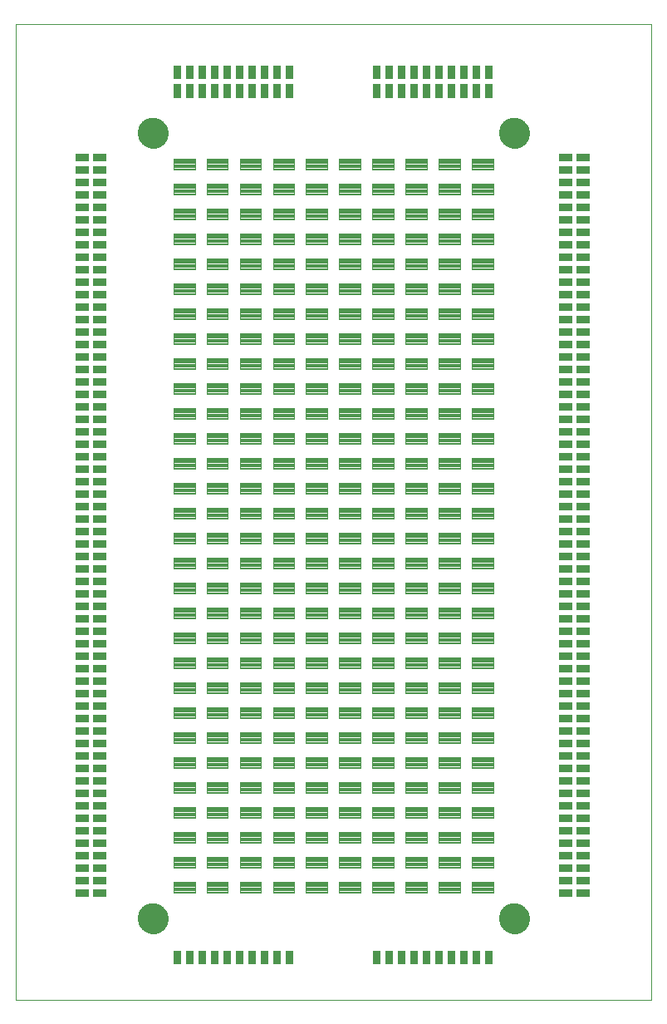
<source format=gts>
G75*
%MOIN*%
%OFA0B0*%
%FSLAX25Y25*%
%IPPOS*%
%LPD*%
%AMOC8*
5,1,8,0,0,1.08239X$1,22.5*
%
%ADD10C,0.00000*%
%ADD11C,0.12211*%
%ADD12C,0.00414*%
%ADD13C,0.00261*%
D10*
X0001000Y0001000D02*
X0001000Y0392201D01*
X0255921Y0392201D01*
X0255921Y0001000D01*
X0001000Y0001000D01*
X0050094Y0033500D02*
X0050096Y0033653D01*
X0050102Y0033807D01*
X0050112Y0033960D01*
X0050126Y0034112D01*
X0050144Y0034265D01*
X0050166Y0034416D01*
X0050191Y0034567D01*
X0050221Y0034718D01*
X0050255Y0034868D01*
X0050292Y0035016D01*
X0050333Y0035164D01*
X0050378Y0035310D01*
X0050427Y0035456D01*
X0050480Y0035600D01*
X0050536Y0035742D01*
X0050596Y0035883D01*
X0050660Y0036023D01*
X0050727Y0036161D01*
X0050798Y0036297D01*
X0050873Y0036431D01*
X0050950Y0036563D01*
X0051032Y0036693D01*
X0051116Y0036821D01*
X0051204Y0036947D01*
X0051295Y0037070D01*
X0051389Y0037191D01*
X0051487Y0037309D01*
X0051587Y0037425D01*
X0051691Y0037538D01*
X0051797Y0037649D01*
X0051906Y0037757D01*
X0052018Y0037862D01*
X0052132Y0037963D01*
X0052250Y0038062D01*
X0052369Y0038158D01*
X0052491Y0038251D01*
X0052616Y0038340D01*
X0052743Y0038427D01*
X0052872Y0038509D01*
X0053003Y0038589D01*
X0053136Y0038665D01*
X0053271Y0038738D01*
X0053408Y0038807D01*
X0053547Y0038872D01*
X0053687Y0038934D01*
X0053829Y0038992D01*
X0053972Y0039047D01*
X0054117Y0039098D01*
X0054263Y0039145D01*
X0054410Y0039188D01*
X0054558Y0039227D01*
X0054707Y0039263D01*
X0054857Y0039294D01*
X0055008Y0039322D01*
X0055159Y0039346D01*
X0055312Y0039366D01*
X0055464Y0039382D01*
X0055617Y0039394D01*
X0055770Y0039402D01*
X0055923Y0039406D01*
X0056077Y0039406D01*
X0056230Y0039402D01*
X0056383Y0039394D01*
X0056536Y0039382D01*
X0056688Y0039366D01*
X0056841Y0039346D01*
X0056992Y0039322D01*
X0057143Y0039294D01*
X0057293Y0039263D01*
X0057442Y0039227D01*
X0057590Y0039188D01*
X0057737Y0039145D01*
X0057883Y0039098D01*
X0058028Y0039047D01*
X0058171Y0038992D01*
X0058313Y0038934D01*
X0058453Y0038872D01*
X0058592Y0038807D01*
X0058729Y0038738D01*
X0058864Y0038665D01*
X0058997Y0038589D01*
X0059128Y0038509D01*
X0059257Y0038427D01*
X0059384Y0038340D01*
X0059509Y0038251D01*
X0059631Y0038158D01*
X0059750Y0038062D01*
X0059868Y0037963D01*
X0059982Y0037862D01*
X0060094Y0037757D01*
X0060203Y0037649D01*
X0060309Y0037538D01*
X0060413Y0037425D01*
X0060513Y0037309D01*
X0060611Y0037191D01*
X0060705Y0037070D01*
X0060796Y0036947D01*
X0060884Y0036821D01*
X0060968Y0036693D01*
X0061050Y0036563D01*
X0061127Y0036431D01*
X0061202Y0036297D01*
X0061273Y0036161D01*
X0061340Y0036023D01*
X0061404Y0035883D01*
X0061464Y0035742D01*
X0061520Y0035600D01*
X0061573Y0035456D01*
X0061622Y0035310D01*
X0061667Y0035164D01*
X0061708Y0035016D01*
X0061745Y0034868D01*
X0061779Y0034718D01*
X0061809Y0034567D01*
X0061834Y0034416D01*
X0061856Y0034265D01*
X0061874Y0034112D01*
X0061888Y0033960D01*
X0061898Y0033807D01*
X0061904Y0033653D01*
X0061906Y0033500D01*
X0061904Y0033347D01*
X0061898Y0033193D01*
X0061888Y0033040D01*
X0061874Y0032888D01*
X0061856Y0032735D01*
X0061834Y0032584D01*
X0061809Y0032433D01*
X0061779Y0032282D01*
X0061745Y0032132D01*
X0061708Y0031984D01*
X0061667Y0031836D01*
X0061622Y0031690D01*
X0061573Y0031544D01*
X0061520Y0031400D01*
X0061464Y0031258D01*
X0061404Y0031117D01*
X0061340Y0030977D01*
X0061273Y0030839D01*
X0061202Y0030703D01*
X0061127Y0030569D01*
X0061050Y0030437D01*
X0060968Y0030307D01*
X0060884Y0030179D01*
X0060796Y0030053D01*
X0060705Y0029930D01*
X0060611Y0029809D01*
X0060513Y0029691D01*
X0060413Y0029575D01*
X0060309Y0029462D01*
X0060203Y0029351D01*
X0060094Y0029243D01*
X0059982Y0029138D01*
X0059868Y0029037D01*
X0059750Y0028938D01*
X0059631Y0028842D01*
X0059509Y0028749D01*
X0059384Y0028660D01*
X0059257Y0028573D01*
X0059128Y0028491D01*
X0058997Y0028411D01*
X0058864Y0028335D01*
X0058729Y0028262D01*
X0058592Y0028193D01*
X0058453Y0028128D01*
X0058313Y0028066D01*
X0058171Y0028008D01*
X0058028Y0027953D01*
X0057883Y0027902D01*
X0057737Y0027855D01*
X0057590Y0027812D01*
X0057442Y0027773D01*
X0057293Y0027737D01*
X0057143Y0027706D01*
X0056992Y0027678D01*
X0056841Y0027654D01*
X0056688Y0027634D01*
X0056536Y0027618D01*
X0056383Y0027606D01*
X0056230Y0027598D01*
X0056077Y0027594D01*
X0055923Y0027594D01*
X0055770Y0027598D01*
X0055617Y0027606D01*
X0055464Y0027618D01*
X0055312Y0027634D01*
X0055159Y0027654D01*
X0055008Y0027678D01*
X0054857Y0027706D01*
X0054707Y0027737D01*
X0054558Y0027773D01*
X0054410Y0027812D01*
X0054263Y0027855D01*
X0054117Y0027902D01*
X0053972Y0027953D01*
X0053829Y0028008D01*
X0053687Y0028066D01*
X0053547Y0028128D01*
X0053408Y0028193D01*
X0053271Y0028262D01*
X0053136Y0028335D01*
X0053003Y0028411D01*
X0052872Y0028491D01*
X0052743Y0028573D01*
X0052616Y0028660D01*
X0052491Y0028749D01*
X0052369Y0028842D01*
X0052250Y0028938D01*
X0052132Y0029037D01*
X0052018Y0029138D01*
X0051906Y0029243D01*
X0051797Y0029351D01*
X0051691Y0029462D01*
X0051587Y0029575D01*
X0051487Y0029691D01*
X0051389Y0029809D01*
X0051295Y0029930D01*
X0051204Y0030053D01*
X0051116Y0030179D01*
X0051032Y0030307D01*
X0050950Y0030437D01*
X0050873Y0030569D01*
X0050798Y0030703D01*
X0050727Y0030839D01*
X0050660Y0030977D01*
X0050596Y0031117D01*
X0050536Y0031258D01*
X0050480Y0031400D01*
X0050427Y0031544D01*
X0050378Y0031690D01*
X0050333Y0031836D01*
X0050292Y0031984D01*
X0050255Y0032132D01*
X0050221Y0032282D01*
X0050191Y0032433D01*
X0050166Y0032584D01*
X0050144Y0032735D01*
X0050126Y0032888D01*
X0050112Y0033040D01*
X0050102Y0033193D01*
X0050096Y0033347D01*
X0050094Y0033500D01*
X0195094Y0033500D02*
X0195096Y0033653D01*
X0195102Y0033807D01*
X0195112Y0033960D01*
X0195126Y0034112D01*
X0195144Y0034265D01*
X0195166Y0034416D01*
X0195191Y0034567D01*
X0195221Y0034718D01*
X0195255Y0034868D01*
X0195292Y0035016D01*
X0195333Y0035164D01*
X0195378Y0035310D01*
X0195427Y0035456D01*
X0195480Y0035600D01*
X0195536Y0035742D01*
X0195596Y0035883D01*
X0195660Y0036023D01*
X0195727Y0036161D01*
X0195798Y0036297D01*
X0195873Y0036431D01*
X0195950Y0036563D01*
X0196032Y0036693D01*
X0196116Y0036821D01*
X0196204Y0036947D01*
X0196295Y0037070D01*
X0196389Y0037191D01*
X0196487Y0037309D01*
X0196587Y0037425D01*
X0196691Y0037538D01*
X0196797Y0037649D01*
X0196906Y0037757D01*
X0197018Y0037862D01*
X0197132Y0037963D01*
X0197250Y0038062D01*
X0197369Y0038158D01*
X0197491Y0038251D01*
X0197616Y0038340D01*
X0197743Y0038427D01*
X0197872Y0038509D01*
X0198003Y0038589D01*
X0198136Y0038665D01*
X0198271Y0038738D01*
X0198408Y0038807D01*
X0198547Y0038872D01*
X0198687Y0038934D01*
X0198829Y0038992D01*
X0198972Y0039047D01*
X0199117Y0039098D01*
X0199263Y0039145D01*
X0199410Y0039188D01*
X0199558Y0039227D01*
X0199707Y0039263D01*
X0199857Y0039294D01*
X0200008Y0039322D01*
X0200159Y0039346D01*
X0200312Y0039366D01*
X0200464Y0039382D01*
X0200617Y0039394D01*
X0200770Y0039402D01*
X0200923Y0039406D01*
X0201077Y0039406D01*
X0201230Y0039402D01*
X0201383Y0039394D01*
X0201536Y0039382D01*
X0201688Y0039366D01*
X0201841Y0039346D01*
X0201992Y0039322D01*
X0202143Y0039294D01*
X0202293Y0039263D01*
X0202442Y0039227D01*
X0202590Y0039188D01*
X0202737Y0039145D01*
X0202883Y0039098D01*
X0203028Y0039047D01*
X0203171Y0038992D01*
X0203313Y0038934D01*
X0203453Y0038872D01*
X0203592Y0038807D01*
X0203729Y0038738D01*
X0203864Y0038665D01*
X0203997Y0038589D01*
X0204128Y0038509D01*
X0204257Y0038427D01*
X0204384Y0038340D01*
X0204509Y0038251D01*
X0204631Y0038158D01*
X0204750Y0038062D01*
X0204868Y0037963D01*
X0204982Y0037862D01*
X0205094Y0037757D01*
X0205203Y0037649D01*
X0205309Y0037538D01*
X0205413Y0037425D01*
X0205513Y0037309D01*
X0205611Y0037191D01*
X0205705Y0037070D01*
X0205796Y0036947D01*
X0205884Y0036821D01*
X0205968Y0036693D01*
X0206050Y0036563D01*
X0206127Y0036431D01*
X0206202Y0036297D01*
X0206273Y0036161D01*
X0206340Y0036023D01*
X0206404Y0035883D01*
X0206464Y0035742D01*
X0206520Y0035600D01*
X0206573Y0035456D01*
X0206622Y0035310D01*
X0206667Y0035164D01*
X0206708Y0035016D01*
X0206745Y0034868D01*
X0206779Y0034718D01*
X0206809Y0034567D01*
X0206834Y0034416D01*
X0206856Y0034265D01*
X0206874Y0034112D01*
X0206888Y0033960D01*
X0206898Y0033807D01*
X0206904Y0033653D01*
X0206906Y0033500D01*
X0206904Y0033347D01*
X0206898Y0033193D01*
X0206888Y0033040D01*
X0206874Y0032888D01*
X0206856Y0032735D01*
X0206834Y0032584D01*
X0206809Y0032433D01*
X0206779Y0032282D01*
X0206745Y0032132D01*
X0206708Y0031984D01*
X0206667Y0031836D01*
X0206622Y0031690D01*
X0206573Y0031544D01*
X0206520Y0031400D01*
X0206464Y0031258D01*
X0206404Y0031117D01*
X0206340Y0030977D01*
X0206273Y0030839D01*
X0206202Y0030703D01*
X0206127Y0030569D01*
X0206050Y0030437D01*
X0205968Y0030307D01*
X0205884Y0030179D01*
X0205796Y0030053D01*
X0205705Y0029930D01*
X0205611Y0029809D01*
X0205513Y0029691D01*
X0205413Y0029575D01*
X0205309Y0029462D01*
X0205203Y0029351D01*
X0205094Y0029243D01*
X0204982Y0029138D01*
X0204868Y0029037D01*
X0204750Y0028938D01*
X0204631Y0028842D01*
X0204509Y0028749D01*
X0204384Y0028660D01*
X0204257Y0028573D01*
X0204128Y0028491D01*
X0203997Y0028411D01*
X0203864Y0028335D01*
X0203729Y0028262D01*
X0203592Y0028193D01*
X0203453Y0028128D01*
X0203313Y0028066D01*
X0203171Y0028008D01*
X0203028Y0027953D01*
X0202883Y0027902D01*
X0202737Y0027855D01*
X0202590Y0027812D01*
X0202442Y0027773D01*
X0202293Y0027737D01*
X0202143Y0027706D01*
X0201992Y0027678D01*
X0201841Y0027654D01*
X0201688Y0027634D01*
X0201536Y0027618D01*
X0201383Y0027606D01*
X0201230Y0027598D01*
X0201077Y0027594D01*
X0200923Y0027594D01*
X0200770Y0027598D01*
X0200617Y0027606D01*
X0200464Y0027618D01*
X0200312Y0027634D01*
X0200159Y0027654D01*
X0200008Y0027678D01*
X0199857Y0027706D01*
X0199707Y0027737D01*
X0199558Y0027773D01*
X0199410Y0027812D01*
X0199263Y0027855D01*
X0199117Y0027902D01*
X0198972Y0027953D01*
X0198829Y0028008D01*
X0198687Y0028066D01*
X0198547Y0028128D01*
X0198408Y0028193D01*
X0198271Y0028262D01*
X0198136Y0028335D01*
X0198003Y0028411D01*
X0197872Y0028491D01*
X0197743Y0028573D01*
X0197616Y0028660D01*
X0197491Y0028749D01*
X0197369Y0028842D01*
X0197250Y0028938D01*
X0197132Y0029037D01*
X0197018Y0029138D01*
X0196906Y0029243D01*
X0196797Y0029351D01*
X0196691Y0029462D01*
X0196587Y0029575D01*
X0196487Y0029691D01*
X0196389Y0029809D01*
X0196295Y0029930D01*
X0196204Y0030053D01*
X0196116Y0030179D01*
X0196032Y0030307D01*
X0195950Y0030437D01*
X0195873Y0030569D01*
X0195798Y0030703D01*
X0195727Y0030839D01*
X0195660Y0030977D01*
X0195596Y0031117D01*
X0195536Y0031258D01*
X0195480Y0031400D01*
X0195427Y0031544D01*
X0195378Y0031690D01*
X0195333Y0031836D01*
X0195292Y0031984D01*
X0195255Y0032132D01*
X0195221Y0032282D01*
X0195191Y0032433D01*
X0195166Y0032584D01*
X0195144Y0032735D01*
X0195126Y0032888D01*
X0195112Y0033040D01*
X0195102Y0033193D01*
X0195096Y0033347D01*
X0195094Y0033500D01*
X0195094Y0348500D02*
X0195096Y0348653D01*
X0195102Y0348807D01*
X0195112Y0348960D01*
X0195126Y0349112D01*
X0195144Y0349265D01*
X0195166Y0349416D01*
X0195191Y0349567D01*
X0195221Y0349718D01*
X0195255Y0349868D01*
X0195292Y0350016D01*
X0195333Y0350164D01*
X0195378Y0350310D01*
X0195427Y0350456D01*
X0195480Y0350600D01*
X0195536Y0350742D01*
X0195596Y0350883D01*
X0195660Y0351023D01*
X0195727Y0351161D01*
X0195798Y0351297D01*
X0195873Y0351431D01*
X0195950Y0351563D01*
X0196032Y0351693D01*
X0196116Y0351821D01*
X0196204Y0351947D01*
X0196295Y0352070D01*
X0196389Y0352191D01*
X0196487Y0352309D01*
X0196587Y0352425D01*
X0196691Y0352538D01*
X0196797Y0352649D01*
X0196906Y0352757D01*
X0197018Y0352862D01*
X0197132Y0352963D01*
X0197250Y0353062D01*
X0197369Y0353158D01*
X0197491Y0353251D01*
X0197616Y0353340D01*
X0197743Y0353427D01*
X0197872Y0353509D01*
X0198003Y0353589D01*
X0198136Y0353665D01*
X0198271Y0353738D01*
X0198408Y0353807D01*
X0198547Y0353872D01*
X0198687Y0353934D01*
X0198829Y0353992D01*
X0198972Y0354047D01*
X0199117Y0354098D01*
X0199263Y0354145D01*
X0199410Y0354188D01*
X0199558Y0354227D01*
X0199707Y0354263D01*
X0199857Y0354294D01*
X0200008Y0354322D01*
X0200159Y0354346D01*
X0200312Y0354366D01*
X0200464Y0354382D01*
X0200617Y0354394D01*
X0200770Y0354402D01*
X0200923Y0354406D01*
X0201077Y0354406D01*
X0201230Y0354402D01*
X0201383Y0354394D01*
X0201536Y0354382D01*
X0201688Y0354366D01*
X0201841Y0354346D01*
X0201992Y0354322D01*
X0202143Y0354294D01*
X0202293Y0354263D01*
X0202442Y0354227D01*
X0202590Y0354188D01*
X0202737Y0354145D01*
X0202883Y0354098D01*
X0203028Y0354047D01*
X0203171Y0353992D01*
X0203313Y0353934D01*
X0203453Y0353872D01*
X0203592Y0353807D01*
X0203729Y0353738D01*
X0203864Y0353665D01*
X0203997Y0353589D01*
X0204128Y0353509D01*
X0204257Y0353427D01*
X0204384Y0353340D01*
X0204509Y0353251D01*
X0204631Y0353158D01*
X0204750Y0353062D01*
X0204868Y0352963D01*
X0204982Y0352862D01*
X0205094Y0352757D01*
X0205203Y0352649D01*
X0205309Y0352538D01*
X0205413Y0352425D01*
X0205513Y0352309D01*
X0205611Y0352191D01*
X0205705Y0352070D01*
X0205796Y0351947D01*
X0205884Y0351821D01*
X0205968Y0351693D01*
X0206050Y0351563D01*
X0206127Y0351431D01*
X0206202Y0351297D01*
X0206273Y0351161D01*
X0206340Y0351023D01*
X0206404Y0350883D01*
X0206464Y0350742D01*
X0206520Y0350600D01*
X0206573Y0350456D01*
X0206622Y0350310D01*
X0206667Y0350164D01*
X0206708Y0350016D01*
X0206745Y0349868D01*
X0206779Y0349718D01*
X0206809Y0349567D01*
X0206834Y0349416D01*
X0206856Y0349265D01*
X0206874Y0349112D01*
X0206888Y0348960D01*
X0206898Y0348807D01*
X0206904Y0348653D01*
X0206906Y0348500D01*
X0206904Y0348347D01*
X0206898Y0348193D01*
X0206888Y0348040D01*
X0206874Y0347888D01*
X0206856Y0347735D01*
X0206834Y0347584D01*
X0206809Y0347433D01*
X0206779Y0347282D01*
X0206745Y0347132D01*
X0206708Y0346984D01*
X0206667Y0346836D01*
X0206622Y0346690D01*
X0206573Y0346544D01*
X0206520Y0346400D01*
X0206464Y0346258D01*
X0206404Y0346117D01*
X0206340Y0345977D01*
X0206273Y0345839D01*
X0206202Y0345703D01*
X0206127Y0345569D01*
X0206050Y0345437D01*
X0205968Y0345307D01*
X0205884Y0345179D01*
X0205796Y0345053D01*
X0205705Y0344930D01*
X0205611Y0344809D01*
X0205513Y0344691D01*
X0205413Y0344575D01*
X0205309Y0344462D01*
X0205203Y0344351D01*
X0205094Y0344243D01*
X0204982Y0344138D01*
X0204868Y0344037D01*
X0204750Y0343938D01*
X0204631Y0343842D01*
X0204509Y0343749D01*
X0204384Y0343660D01*
X0204257Y0343573D01*
X0204128Y0343491D01*
X0203997Y0343411D01*
X0203864Y0343335D01*
X0203729Y0343262D01*
X0203592Y0343193D01*
X0203453Y0343128D01*
X0203313Y0343066D01*
X0203171Y0343008D01*
X0203028Y0342953D01*
X0202883Y0342902D01*
X0202737Y0342855D01*
X0202590Y0342812D01*
X0202442Y0342773D01*
X0202293Y0342737D01*
X0202143Y0342706D01*
X0201992Y0342678D01*
X0201841Y0342654D01*
X0201688Y0342634D01*
X0201536Y0342618D01*
X0201383Y0342606D01*
X0201230Y0342598D01*
X0201077Y0342594D01*
X0200923Y0342594D01*
X0200770Y0342598D01*
X0200617Y0342606D01*
X0200464Y0342618D01*
X0200312Y0342634D01*
X0200159Y0342654D01*
X0200008Y0342678D01*
X0199857Y0342706D01*
X0199707Y0342737D01*
X0199558Y0342773D01*
X0199410Y0342812D01*
X0199263Y0342855D01*
X0199117Y0342902D01*
X0198972Y0342953D01*
X0198829Y0343008D01*
X0198687Y0343066D01*
X0198547Y0343128D01*
X0198408Y0343193D01*
X0198271Y0343262D01*
X0198136Y0343335D01*
X0198003Y0343411D01*
X0197872Y0343491D01*
X0197743Y0343573D01*
X0197616Y0343660D01*
X0197491Y0343749D01*
X0197369Y0343842D01*
X0197250Y0343938D01*
X0197132Y0344037D01*
X0197018Y0344138D01*
X0196906Y0344243D01*
X0196797Y0344351D01*
X0196691Y0344462D01*
X0196587Y0344575D01*
X0196487Y0344691D01*
X0196389Y0344809D01*
X0196295Y0344930D01*
X0196204Y0345053D01*
X0196116Y0345179D01*
X0196032Y0345307D01*
X0195950Y0345437D01*
X0195873Y0345569D01*
X0195798Y0345703D01*
X0195727Y0345839D01*
X0195660Y0345977D01*
X0195596Y0346117D01*
X0195536Y0346258D01*
X0195480Y0346400D01*
X0195427Y0346544D01*
X0195378Y0346690D01*
X0195333Y0346836D01*
X0195292Y0346984D01*
X0195255Y0347132D01*
X0195221Y0347282D01*
X0195191Y0347433D01*
X0195166Y0347584D01*
X0195144Y0347735D01*
X0195126Y0347888D01*
X0195112Y0348040D01*
X0195102Y0348193D01*
X0195096Y0348347D01*
X0195094Y0348500D01*
X0050094Y0348500D02*
X0050096Y0348653D01*
X0050102Y0348807D01*
X0050112Y0348960D01*
X0050126Y0349112D01*
X0050144Y0349265D01*
X0050166Y0349416D01*
X0050191Y0349567D01*
X0050221Y0349718D01*
X0050255Y0349868D01*
X0050292Y0350016D01*
X0050333Y0350164D01*
X0050378Y0350310D01*
X0050427Y0350456D01*
X0050480Y0350600D01*
X0050536Y0350742D01*
X0050596Y0350883D01*
X0050660Y0351023D01*
X0050727Y0351161D01*
X0050798Y0351297D01*
X0050873Y0351431D01*
X0050950Y0351563D01*
X0051032Y0351693D01*
X0051116Y0351821D01*
X0051204Y0351947D01*
X0051295Y0352070D01*
X0051389Y0352191D01*
X0051487Y0352309D01*
X0051587Y0352425D01*
X0051691Y0352538D01*
X0051797Y0352649D01*
X0051906Y0352757D01*
X0052018Y0352862D01*
X0052132Y0352963D01*
X0052250Y0353062D01*
X0052369Y0353158D01*
X0052491Y0353251D01*
X0052616Y0353340D01*
X0052743Y0353427D01*
X0052872Y0353509D01*
X0053003Y0353589D01*
X0053136Y0353665D01*
X0053271Y0353738D01*
X0053408Y0353807D01*
X0053547Y0353872D01*
X0053687Y0353934D01*
X0053829Y0353992D01*
X0053972Y0354047D01*
X0054117Y0354098D01*
X0054263Y0354145D01*
X0054410Y0354188D01*
X0054558Y0354227D01*
X0054707Y0354263D01*
X0054857Y0354294D01*
X0055008Y0354322D01*
X0055159Y0354346D01*
X0055312Y0354366D01*
X0055464Y0354382D01*
X0055617Y0354394D01*
X0055770Y0354402D01*
X0055923Y0354406D01*
X0056077Y0354406D01*
X0056230Y0354402D01*
X0056383Y0354394D01*
X0056536Y0354382D01*
X0056688Y0354366D01*
X0056841Y0354346D01*
X0056992Y0354322D01*
X0057143Y0354294D01*
X0057293Y0354263D01*
X0057442Y0354227D01*
X0057590Y0354188D01*
X0057737Y0354145D01*
X0057883Y0354098D01*
X0058028Y0354047D01*
X0058171Y0353992D01*
X0058313Y0353934D01*
X0058453Y0353872D01*
X0058592Y0353807D01*
X0058729Y0353738D01*
X0058864Y0353665D01*
X0058997Y0353589D01*
X0059128Y0353509D01*
X0059257Y0353427D01*
X0059384Y0353340D01*
X0059509Y0353251D01*
X0059631Y0353158D01*
X0059750Y0353062D01*
X0059868Y0352963D01*
X0059982Y0352862D01*
X0060094Y0352757D01*
X0060203Y0352649D01*
X0060309Y0352538D01*
X0060413Y0352425D01*
X0060513Y0352309D01*
X0060611Y0352191D01*
X0060705Y0352070D01*
X0060796Y0351947D01*
X0060884Y0351821D01*
X0060968Y0351693D01*
X0061050Y0351563D01*
X0061127Y0351431D01*
X0061202Y0351297D01*
X0061273Y0351161D01*
X0061340Y0351023D01*
X0061404Y0350883D01*
X0061464Y0350742D01*
X0061520Y0350600D01*
X0061573Y0350456D01*
X0061622Y0350310D01*
X0061667Y0350164D01*
X0061708Y0350016D01*
X0061745Y0349868D01*
X0061779Y0349718D01*
X0061809Y0349567D01*
X0061834Y0349416D01*
X0061856Y0349265D01*
X0061874Y0349112D01*
X0061888Y0348960D01*
X0061898Y0348807D01*
X0061904Y0348653D01*
X0061906Y0348500D01*
X0061904Y0348347D01*
X0061898Y0348193D01*
X0061888Y0348040D01*
X0061874Y0347888D01*
X0061856Y0347735D01*
X0061834Y0347584D01*
X0061809Y0347433D01*
X0061779Y0347282D01*
X0061745Y0347132D01*
X0061708Y0346984D01*
X0061667Y0346836D01*
X0061622Y0346690D01*
X0061573Y0346544D01*
X0061520Y0346400D01*
X0061464Y0346258D01*
X0061404Y0346117D01*
X0061340Y0345977D01*
X0061273Y0345839D01*
X0061202Y0345703D01*
X0061127Y0345569D01*
X0061050Y0345437D01*
X0060968Y0345307D01*
X0060884Y0345179D01*
X0060796Y0345053D01*
X0060705Y0344930D01*
X0060611Y0344809D01*
X0060513Y0344691D01*
X0060413Y0344575D01*
X0060309Y0344462D01*
X0060203Y0344351D01*
X0060094Y0344243D01*
X0059982Y0344138D01*
X0059868Y0344037D01*
X0059750Y0343938D01*
X0059631Y0343842D01*
X0059509Y0343749D01*
X0059384Y0343660D01*
X0059257Y0343573D01*
X0059128Y0343491D01*
X0058997Y0343411D01*
X0058864Y0343335D01*
X0058729Y0343262D01*
X0058592Y0343193D01*
X0058453Y0343128D01*
X0058313Y0343066D01*
X0058171Y0343008D01*
X0058028Y0342953D01*
X0057883Y0342902D01*
X0057737Y0342855D01*
X0057590Y0342812D01*
X0057442Y0342773D01*
X0057293Y0342737D01*
X0057143Y0342706D01*
X0056992Y0342678D01*
X0056841Y0342654D01*
X0056688Y0342634D01*
X0056536Y0342618D01*
X0056383Y0342606D01*
X0056230Y0342598D01*
X0056077Y0342594D01*
X0055923Y0342594D01*
X0055770Y0342598D01*
X0055617Y0342606D01*
X0055464Y0342618D01*
X0055312Y0342634D01*
X0055159Y0342654D01*
X0055008Y0342678D01*
X0054857Y0342706D01*
X0054707Y0342737D01*
X0054558Y0342773D01*
X0054410Y0342812D01*
X0054263Y0342855D01*
X0054117Y0342902D01*
X0053972Y0342953D01*
X0053829Y0343008D01*
X0053687Y0343066D01*
X0053547Y0343128D01*
X0053408Y0343193D01*
X0053271Y0343262D01*
X0053136Y0343335D01*
X0053003Y0343411D01*
X0052872Y0343491D01*
X0052743Y0343573D01*
X0052616Y0343660D01*
X0052491Y0343749D01*
X0052369Y0343842D01*
X0052250Y0343938D01*
X0052132Y0344037D01*
X0052018Y0344138D01*
X0051906Y0344243D01*
X0051797Y0344351D01*
X0051691Y0344462D01*
X0051587Y0344575D01*
X0051487Y0344691D01*
X0051389Y0344809D01*
X0051295Y0344930D01*
X0051204Y0345053D01*
X0051116Y0345179D01*
X0051032Y0345307D01*
X0050950Y0345437D01*
X0050873Y0345569D01*
X0050798Y0345703D01*
X0050727Y0345839D01*
X0050660Y0345977D01*
X0050596Y0346117D01*
X0050536Y0346258D01*
X0050480Y0346400D01*
X0050427Y0346544D01*
X0050378Y0346690D01*
X0050333Y0346836D01*
X0050292Y0346984D01*
X0050255Y0347132D01*
X0050221Y0347282D01*
X0050191Y0347433D01*
X0050166Y0347584D01*
X0050144Y0347735D01*
X0050126Y0347888D01*
X0050112Y0348040D01*
X0050102Y0348193D01*
X0050096Y0348347D01*
X0050094Y0348500D01*
D11*
X0056000Y0348500D03*
X0201000Y0348500D03*
X0201000Y0033500D03*
X0056000Y0033500D03*
D12*
X0064207Y0043907D02*
X0072793Y0043907D01*
X0064207Y0043907D02*
X0064207Y0048093D01*
X0072793Y0048093D01*
X0072793Y0043907D01*
X0072793Y0044320D02*
X0064207Y0044320D01*
X0064207Y0044733D02*
X0072793Y0044733D01*
X0072793Y0045146D02*
X0064207Y0045146D01*
X0064207Y0045559D02*
X0072793Y0045559D01*
X0072793Y0045972D02*
X0064207Y0045972D01*
X0064207Y0046385D02*
X0072793Y0046385D01*
X0072793Y0046798D02*
X0064207Y0046798D01*
X0064207Y0047211D02*
X0072793Y0047211D01*
X0072793Y0047624D02*
X0064207Y0047624D01*
X0064207Y0048037D02*
X0072793Y0048037D01*
X0072793Y0053907D02*
X0064207Y0053907D01*
X0064207Y0058093D01*
X0072793Y0058093D01*
X0072793Y0053907D01*
X0072793Y0054320D02*
X0064207Y0054320D01*
X0064207Y0054733D02*
X0072793Y0054733D01*
X0072793Y0055146D02*
X0064207Y0055146D01*
X0064207Y0055559D02*
X0072793Y0055559D01*
X0072793Y0055972D02*
X0064207Y0055972D01*
X0064207Y0056385D02*
X0072793Y0056385D01*
X0072793Y0056798D02*
X0064207Y0056798D01*
X0064207Y0057211D02*
X0072793Y0057211D01*
X0072793Y0057624D02*
X0064207Y0057624D01*
X0064207Y0058037D02*
X0072793Y0058037D01*
X0072793Y0063907D02*
X0064207Y0063907D01*
X0064207Y0068093D01*
X0072793Y0068093D01*
X0072793Y0063907D01*
X0072793Y0064320D02*
X0064207Y0064320D01*
X0064207Y0064733D02*
X0072793Y0064733D01*
X0072793Y0065146D02*
X0064207Y0065146D01*
X0064207Y0065559D02*
X0072793Y0065559D01*
X0072793Y0065972D02*
X0064207Y0065972D01*
X0064207Y0066385D02*
X0072793Y0066385D01*
X0072793Y0066798D02*
X0064207Y0066798D01*
X0064207Y0067211D02*
X0072793Y0067211D01*
X0072793Y0067624D02*
X0064207Y0067624D01*
X0064207Y0068037D02*
X0072793Y0068037D01*
X0072793Y0073907D02*
X0064207Y0073907D01*
X0064207Y0078093D01*
X0072793Y0078093D01*
X0072793Y0073907D01*
X0072793Y0074320D02*
X0064207Y0074320D01*
X0064207Y0074733D02*
X0072793Y0074733D01*
X0072793Y0075146D02*
X0064207Y0075146D01*
X0064207Y0075559D02*
X0072793Y0075559D01*
X0072793Y0075972D02*
X0064207Y0075972D01*
X0064207Y0076385D02*
X0072793Y0076385D01*
X0072793Y0076798D02*
X0064207Y0076798D01*
X0064207Y0077211D02*
X0072793Y0077211D01*
X0072793Y0077624D02*
X0064207Y0077624D01*
X0064207Y0078037D02*
X0072793Y0078037D01*
X0072793Y0083907D02*
X0064207Y0083907D01*
X0064207Y0088093D01*
X0072793Y0088093D01*
X0072793Y0083907D01*
X0072793Y0084320D02*
X0064207Y0084320D01*
X0064207Y0084733D02*
X0072793Y0084733D01*
X0072793Y0085146D02*
X0064207Y0085146D01*
X0064207Y0085559D02*
X0072793Y0085559D01*
X0072793Y0085972D02*
X0064207Y0085972D01*
X0064207Y0086385D02*
X0072793Y0086385D01*
X0072793Y0086798D02*
X0064207Y0086798D01*
X0064207Y0087211D02*
X0072793Y0087211D01*
X0072793Y0087624D02*
X0064207Y0087624D01*
X0064207Y0088037D02*
X0072793Y0088037D01*
X0072793Y0093907D02*
X0064207Y0093907D01*
X0064207Y0098093D01*
X0072793Y0098093D01*
X0072793Y0093907D01*
X0072793Y0094320D02*
X0064207Y0094320D01*
X0064207Y0094733D02*
X0072793Y0094733D01*
X0072793Y0095146D02*
X0064207Y0095146D01*
X0064207Y0095559D02*
X0072793Y0095559D01*
X0072793Y0095972D02*
X0064207Y0095972D01*
X0064207Y0096385D02*
X0072793Y0096385D01*
X0072793Y0096798D02*
X0064207Y0096798D01*
X0064207Y0097211D02*
X0072793Y0097211D01*
X0072793Y0097624D02*
X0064207Y0097624D01*
X0064207Y0098037D02*
X0072793Y0098037D01*
X0072793Y0103907D02*
X0064207Y0103907D01*
X0064207Y0108093D01*
X0072793Y0108093D01*
X0072793Y0103907D01*
X0072793Y0104320D02*
X0064207Y0104320D01*
X0064207Y0104733D02*
X0072793Y0104733D01*
X0072793Y0105146D02*
X0064207Y0105146D01*
X0064207Y0105559D02*
X0072793Y0105559D01*
X0072793Y0105972D02*
X0064207Y0105972D01*
X0064207Y0106385D02*
X0072793Y0106385D01*
X0072793Y0106798D02*
X0064207Y0106798D01*
X0064207Y0107211D02*
X0072793Y0107211D01*
X0072793Y0107624D02*
X0064207Y0107624D01*
X0064207Y0108037D02*
X0072793Y0108037D01*
X0072793Y0113907D02*
X0064207Y0113907D01*
X0064207Y0118093D01*
X0072793Y0118093D01*
X0072793Y0113907D01*
X0072793Y0114320D02*
X0064207Y0114320D01*
X0064207Y0114733D02*
X0072793Y0114733D01*
X0072793Y0115146D02*
X0064207Y0115146D01*
X0064207Y0115559D02*
X0072793Y0115559D01*
X0072793Y0115972D02*
X0064207Y0115972D01*
X0064207Y0116385D02*
X0072793Y0116385D01*
X0072793Y0116798D02*
X0064207Y0116798D01*
X0064207Y0117211D02*
X0072793Y0117211D01*
X0072793Y0117624D02*
X0064207Y0117624D01*
X0064207Y0118037D02*
X0072793Y0118037D01*
X0072793Y0123907D02*
X0064207Y0123907D01*
X0064207Y0128093D01*
X0072793Y0128093D01*
X0072793Y0123907D01*
X0072793Y0124320D02*
X0064207Y0124320D01*
X0064207Y0124733D02*
X0072793Y0124733D01*
X0072793Y0125146D02*
X0064207Y0125146D01*
X0064207Y0125559D02*
X0072793Y0125559D01*
X0072793Y0125972D02*
X0064207Y0125972D01*
X0064207Y0126385D02*
X0072793Y0126385D01*
X0072793Y0126798D02*
X0064207Y0126798D01*
X0064207Y0127211D02*
X0072793Y0127211D01*
X0072793Y0127624D02*
X0064207Y0127624D01*
X0064207Y0128037D02*
X0072793Y0128037D01*
X0072793Y0133907D02*
X0064207Y0133907D01*
X0064207Y0138093D01*
X0072793Y0138093D01*
X0072793Y0133907D01*
X0072793Y0134320D02*
X0064207Y0134320D01*
X0064207Y0134733D02*
X0072793Y0134733D01*
X0072793Y0135146D02*
X0064207Y0135146D01*
X0064207Y0135559D02*
X0072793Y0135559D01*
X0072793Y0135972D02*
X0064207Y0135972D01*
X0064207Y0136385D02*
X0072793Y0136385D01*
X0072793Y0136798D02*
X0064207Y0136798D01*
X0064207Y0137211D02*
X0072793Y0137211D01*
X0072793Y0137624D02*
X0064207Y0137624D01*
X0064207Y0138037D02*
X0072793Y0138037D01*
X0072793Y0143907D02*
X0064207Y0143907D01*
X0064207Y0148093D01*
X0072793Y0148093D01*
X0072793Y0143907D01*
X0072793Y0144320D02*
X0064207Y0144320D01*
X0064207Y0144733D02*
X0072793Y0144733D01*
X0072793Y0145146D02*
X0064207Y0145146D01*
X0064207Y0145559D02*
X0072793Y0145559D01*
X0072793Y0145972D02*
X0064207Y0145972D01*
X0064207Y0146385D02*
X0072793Y0146385D01*
X0072793Y0146798D02*
X0064207Y0146798D01*
X0064207Y0147211D02*
X0072793Y0147211D01*
X0072793Y0147624D02*
X0064207Y0147624D01*
X0064207Y0148037D02*
X0072793Y0148037D01*
X0072793Y0153907D02*
X0064207Y0153907D01*
X0064207Y0158093D01*
X0072793Y0158093D01*
X0072793Y0153907D01*
X0072793Y0154320D02*
X0064207Y0154320D01*
X0064207Y0154733D02*
X0072793Y0154733D01*
X0072793Y0155146D02*
X0064207Y0155146D01*
X0064207Y0155559D02*
X0072793Y0155559D01*
X0072793Y0155972D02*
X0064207Y0155972D01*
X0064207Y0156385D02*
X0072793Y0156385D01*
X0072793Y0156798D02*
X0064207Y0156798D01*
X0064207Y0157211D02*
X0072793Y0157211D01*
X0072793Y0157624D02*
X0064207Y0157624D01*
X0064207Y0158037D02*
X0072793Y0158037D01*
X0072793Y0163907D02*
X0064207Y0163907D01*
X0064207Y0168093D01*
X0072793Y0168093D01*
X0072793Y0163907D01*
X0072793Y0164320D02*
X0064207Y0164320D01*
X0064207Y0164733D02*
X0072793Y0164733D01*
X0072793Y0165146D02*
X0064207Y0165146D01*
X0064207Y0165559D02*
X0072793Y0165559D01*
X0072793Y0165972D02*
X0064207Y0165972D01*
X0064207Y0166385D02*
X0072793Y0166385D01*
X0072793Y0166798D02*
X0064207Y0166798D01*
X0064207Y0167211D02*
X0072793Y0167211D01*
X0072793Y0167624D02*
X0064207Y0167624D01*
X0064207Y0168037D02*
X0072793Y0168037D01*
X0072793Y0173907D02*
X0064207Y0173907D01*
X0064207Y0178093D01*
X0072793Y0178093D01*
X0072793Y0173907D01*
X0072793Y0174320D02*
X0064207Y0174320D01*
X0064207Y0174733D02*
X0072793Y0174733D01*
X0072793Y0175146D02*
X0064207Y0175146D01*
X0064207Y0175559D02*
X0072793Y0175559D01*
X0072793Y0175972D02*
X0064207Y0175972D01*
X0064207Y0176385D02*
X0072793Y0176385D01*
X0072793Y0176798D02*
X0064207Y0176798D01*
X0064207Y0177211D02*
X0072793Y0177211D01*
X0072793Y0177624D02*
X0064207Y0177624D01*
X0064207Y0178037D02*
X0072793Y0178037D01*
X0072793Y0183907D02*
X0064207Y0183907D01*
X0064207Y0188093D01*
X0072793Y0188093D01*
X0072793Y0183907D01*
X0072793Y0184320D02*
X0064207Y0184320D01*
X0064207Y0184733D02*
X0072793Y0184733D01*
X0072793Y0185146D02*
X0064207Y0185146D01*
X0064207Y0185559D02*
X0072793Y0185559D01*
X0072793Y0185972D02*
X0064207Y0185972D01*
X0064207Y0186385D02*
X0072793Y0186385D01*
X0072793Y0186798D02*
X0064207Y0186798D01*
X0064207Y0187211D02*
X0072793Y0187211D01*
X0072793Y0187624D02*
X0064207Y0187624D01*
X0064207Y0188037D02*
X0072793Y0188037D01*
X0072793Y0193907D02*
X0064207Y0193907D01*
X0064207Y0198093D01*
X0072793Y0198093D01*
X0072793Y0193907D01*
X0072793Y0194320D02*
X0064207Y0194320D01*
X0064207Y0194733D02*
X0072793Y0194733D01*
X0072793Y0195146D02*
X0064207Y0195146D01*
X0064207Y0195559D02*
X0072793Y0195559D01*
X0072793Y0195972D02*
X0064207Y0195972D01*
X0064207Y0196385D02*
X0072793Y0196385D01*
X0072793Y0196798D02*
X0064207Y0196798D01*
X0064207Y0197211D02*
X0072793Y0197211D01*
X0072793Y0197624D02*
X0064207Y0197624D01*
X0064207Y0198037D02*
X0072793Y0198037D01*
X0072793Y0203907D02*
X0064207Y0203907D01*
X0064207Y0208093D01*
X0072793Y0208093D01*
X0072793Y0203907D01*
X0072793Y0204320D02*
X0064207Y0204320D01*
X0064207Y0204733D02*
X0072793Y0204733D01*
X0072793Y0205146D02*
X0064207Y0205146D01*
X0064207Y0205559D02*
X0072793Y0205559D01*
X0072793Y0205972D02*
X0064207Y0205972D01*
X0064207Y0206385D02*
X0072793Y0206385D01*
X0072793Y0206798D02*
X0064207Y0206798D01*
X0064207Y0207211D02*
X0072793Y0207211D01*
X0072793Y0207624D02*
X0064207Y0207624D01*
X0064207Y0208037D02*
X0072793Y0208037D01*
X0072793Y0213907D02*
X0064207Y0213907D01*
X0064207Y0218093D01*
X0072793Y0218093D01*
X0072793Y0213907D01*
X0072793Y0214320D02*
X0064207Y0214320D01*
X0064207Y0214733D02*
X0072793Y0214733D01*
X0072793Y0215146D02*
X0064207Y0215146D01*
X0064207Y0215559D02*
X0072793Y0215559D01*
X0072793Y0215972D02*
X0064207Y0215972D01*
X0064207Y0216385D02*
X0072793Y0216385D01*
X0072793Y0216798D02*
X0064207Y0216798D01*
X0064207Y0217211D02*
X0072793Y0217211D01*
X0072793Y0217624D02*
X0064207Y0217624D01*
X0064207Y0218037D02*
X0072793Y0218037D01*
X0072793Y0223907D02*
X0064207Y0223907D01*
X0064207Y0228093D01*
X0072793Y0228093D01*
X0072793Y0223907D01*
X0072793Y0224320D02*
X0064207Y0224320D01*
X0064207Y0224733D02*
X0072793Y0224733D01*
X0072793Y0225146D02*
X0064207Y0225146D01*
X0064207Y0225559D02*
X0072793Y0225559D01*
X0072793Y0225972D02*
X0064207Y0225972D01*
X0064207Y0226385D02*
X0072793Y0226385D01*
X0072793Y0226798D02*
X0064207Y0226798D01*
X0064207Y0227211D02*
X0072793Y0227211D01*
X0072793Y0227624D02*
X0064207Y0227624D01*
X0064207Y0228037D02*
X0072793Y0228037D01*
X0072793Y0233907D02*
X0064207Y0233907D01*
X0064207Y0238093D01*
X0072793Y0238093D01*
X0072793Y0233907D01*
X0072793Y0234320D02*
X0064207Y0234320D01*
X0064207Y0234733D02*
X0072793Y0234733D01*
X0072793Y0235146D02*
X0064207Y0235146D01*
X0064207Y0235559D02*
X0072793Y0235559D01*
X0072793Y0235972D02*
X0064207Y0235972D01*
X0064207Y0236385D02*
X0072793Y0236385D01*
X0072793Y0236798D02*
X0064207Y0236798D01*
X0064207Y0237211D02*
X0072793Y0237211D01*
X0072793Y0237624D02*
X0064207Y0237624D01*
X0064207Y0238037D02*
X0072793Y0238037D01*
X0072793Y0243907D02*
X0064207Y0243907D01*
X0064207Y0248093D01*
X0072793Y0248093D01*
X0072793Y0243907D01*
X0072793Y0244320D02*
X0064207Y0244320D01*
X0064207Y0244733D02*
X0072793Y0244733D01*
X0072793Y0245146D02*
X0064207Y0245146D01*
X0064207Y0245559D02*
X0072793Y0245559D01*
X0072793Y0245972D02*
X0064207Y0245972D01*
X0064207Y0246385D02*
X0072793Y0246385D01*
X0072793Y0246798D02*
X0064207Y0246798D01*
X0064207Y0247211D02*
X0072793Y0247211D01*
X0072793Y0247624D02*
X0064207Y0247624D01*
X0064207Y0248037D02*
X0072793Y0248037D01*
X0072793Y0253907D02*
X0064207Y0253907D01*
X0064207Y0258093D01*
X0072793Y0258093D01*
X0072793Y0253907D01*
X0072793Y0254320D02*
X0064207Y0254320D01*
X0064207Y0254733D02*
X0072793Y0254733D01*
X0072793Y0255146D02*
X0064207Y0255146D01*
X0064207Y0255559D02*
X0072793Y0255559D01*
X0072793Y0255972D02*
X0064207Y0255972D01*
X0064207Y0256385D02*
X0072793Y0256385D01*
X0072793Y0256798D02*
X0064207Y0256798D01*
X0064207Y0257211D02*
X0072793Y0257211D01*
X0072793Y0257624D02*
X0064207Y0257624D01*
X0064207Y0258037D02*
X0072793Y0258037D01*
X0072793Y0263907D02*
X0064207Y0263907D01*
X0064207Y0268093D01*
X0072793Y0268093D01*
X0072793Y0263907D01*
X0072793Y0264320D02*
X0064207Y0264320D01*
X0064207Y0264733D02*
X0072793Y0264733D01*
X0072793Y0265146D02*
X0064207Y0265146D01*
X0064207Y0265559D02*
X0072793Y0265559D01*
X0072793Y0265972D02*
X0064207Y0265972D01*
X0064207Y0266385D02*
X0072793Y0266385D01*
X0072793Y0266798D02*
X0064207Y0266798D01*
X0064207Y0267211D02*
X0072793Y0267211D01*
X0072793Y0267624D02*
X0064207Y0267624D01*
X0064207Y0268037D02*
X0072793Y0268037D01*
X0072793Y0273907D02*
X0064207Y0273907D01*
X0064207Y0278093D01*
X0072793Y0278093D01*
X0072793Y0273907D01*
X0072793Y0274320D02*
X0064207Y0274320D01*
X0064207Y0274733D02*
X0072793Y0274733D01*
X0072793Y0275146D02*
X0064207Y0275146D01*
X0064207Y0275559D02*
X0072793Y0275559D01*
X0072793Y0275972D02*
X0064207Y0275972D01*
X0064207Y0276385D02*
X0072793Y0276385D01*
X0072793Y0276798D02*
X0064207Y0276798D01*
X0064207Y0277211D02*
X0072793Y0277211D01*
X0072793Y0277624D02*
X0064207Y0277624D01*
X0064207Y0278037D02*
X0072793Y0278037D01*
X0072793Y0283907D02*
X0064207Y0283907D01*
X0064207Y0288093D01*
X0072793Y0288093D01*
X0072793Y0283907D01*
X0072793Y0284320D02*
X0064207Y0284320D01*
X0064207Y0284733D02*
X0072793Y0284733D01*
X0072793Y0285146D02*
X0064207Y0285146D01*
X0064207Y0285559D02*
X0072793Y0285559D01*
X0072793Y0285972D02*
X0064207Y0285972D01*
X0064207Y0286385D02*
X0072793Y0286385D01*
X0072793Y0286798D02*
X0064207Y0286798D01*
X0064207Y0287211D02*
X0072793Y0287211D01*
X0072793Y0287624D02*
X0064207Y0287624D01*
X0064207Y0288037D02*
X0072793Y0288037D01*
X0072793Y0293907D02*
X0064207Y0293907D01*
X0064207Y0298093D01*
X0072793Y0298093D01*
X0072793Y0293907D01*
X0072793Y0294320D02*
X0064207Y0294320D01*
X0064207Y0294733D02*
X0072793Y0294733D01*
X0072793Y0295146D02*
X0064207Y0295146D01*
X0064207Y0295559D02*
X0072793Y0295559D01*
X0072793Y0295972D02*
X0064207Y0295972D01*
X0064207Y0296385D02*
X0072793Y0296385D01*
X0072793Y0296798D02*
X0064207Y0296798D01*
X0064207Y0297211D02*
X0072793Y0297211D01*
X0072793Y0297624D02*
X0064207Y0297624D01*
X0064207Y0298037D02*
X0072793Y0298037D01*
X0072793Y0303907D02*
X0064207Y0303907D01*
X0064207Y0308093D01*
X0072793Y0308093D01*
X0072793Y0303907D01*
X0072793Y0304320D02*
X0064207Y0304320D01*
X0064207Y0304733D02*
X0072793Y0304733D01*
X0072793Y0305146D02*
X0064207Y0305146D01*
X0064207Y0305559D02*
X0072793Y0305559D01*
X0072793Y0305972D02*
X0064207Y0305972D01*
X0064207Y0306385D02*
X0072793Y0306385D01*
X0072793Y0306798D02*
X0064207Y0306798D01*
X0064207Y0307211D02*
X0072793Y0307211D01*
X0072793Y0307624D02*
X0064207Y0307624D01*
X0064207Y0308037D02*
X0072793Y0308037D01*
X0072793Y0313907D02*
X0064207Y0313907D01*
X0064207Y0318093D01*
X0072793Y0318093D01*
X0072793Y0313907D01*
X0072793Y0314320D02*
X0064207Y0314320D01*
X0064207Y0314733D02*
X0072793Y0314733D01*
X0072793Y0315146D02*
X0064207Y0315146D01*
X0064207Y0315559D02*
X0072793Y0315559D01*
X0072793Y0315972D02*
X0064207Y0315972D01*
X0064207Y0316385D02*
X0072793Y0316385D01*
X0072793Y0316798D02*
X0064207Y0316798D01*
X0064207Y0317211D02*
X0072793Y0317211D01*
X0072793Y0317624D02*
X0064207Y0317624D01*
X0064207Y0318037D02*
X0072793Y0318037D01*
X0072793Y0323907D02*
X0064207Y0323907D01*
X0064207Y0328093D01*
X0072793Y0328093D01*
X0072793Y0323907D01*
X0072793Y0324320D02*
X0064207Y0324320D01*
X0064207Y0324733D02*
X0072793Y0324733D01*
X0072793Y0325146D02*
X0064207Y0325146D01*
X0064207Y0325559D02*
X0072793Y0325559D01*
X0072793Y0325972D02*
X0064207Y0325972D01*
X0064207Y0326385D02*
X0072793Y0326385D01*
X0072793Y0326798D02*
X0064207Y0326798D01*
X0064207Y0327211D02*
X0072793Y0327211D01*
X0072793Y0327624D02*
X0064207Y0327624D01*
X0064207Y0328037D02*
X0072793Y0328037D01*
X0072793Y0333907D02*
X0064207Y0333907D01*
X0064207Y0338093D01*
X0072793Y0338093D01*
X0072793Y0333907D01*
X0072793Y0334320D02*
X0064207Y0334320D01*
X0064207Y0334733D02*
X0072793Y0334733D01*
X0072793Y0335146D02*
X0064207Y0335146D01*
X0064207Y0335559D02*
X0072793Y0335559D01*
X0072793Y0335972D02*
X0064207Y0335972D01*
X0064207Y0336385D02*
X0072793Y0336385D01*
X0072793Y0336798D02*
X0064207Y0336798D01*
X0064207Y0337211D02*
X0072793Y0337211D01*
X0072793Y0337624D02*
X0064207Y0337624D01*
X0064207Y0338037D02*
X0072793Y0338037D01*
X0077514Y0333907D02*
X0086100Y0333907D01*
X0077514Y0333907D02*
X0077514Y0338093D01*
X0086100Y0338093D01*
X0086100Y0333907D01*
X0086100Y0334320D02*
X0077514Y0334320D01*
X0077514Y0334733D02*
X0086100Y0334733D01*
X0086100Y0335146D02*
X0077514Y0335146D01*
X0077514Y0335559D02*
X0086100Y0335559D01*
X0086100Y0335972D02*
X0077514Y0335972D01*
X0077514Y0336385D02*
X0086100Y0336385D01*
X0086100Y0336798D02*
X0077514Y0336798D01*
X0077514Y0337211D02*
X0086100Y0337211D01*
X0086100Y0337624D02*
X0077514Y0337624D01*
X0077514Y0338037D02*
X0086100Y0338037D01*
X0086100Y0323907D02*
X0077514Y0323907D01*
X0077514Y0328093D01*
X0086100Y0328093D01*
X0086100Y0323907D01*
X0086100Y0324320D02*
X0077514Y0324320D01*
X0077514Y0324733D02*
X0086100Y0324733D01*
X0086100Y0325146D02*
X0077514Y0325146D01*
X0077514Y0325559D02*
X0086100Y0325559D01*
X0086100Y0325972D02*
X0077514Y0325972D01*
X0077514Y0326385D02*
X0086100Y0326385D01*
X0086100Y0326798D02*
X0077514Y0326798D01*
X0077514Y0327211D02*
X0086100Y0327211D01*
X0086100Y0327624D02*
X0077514Y0327624D01*
X0077514Y0328037D02*
X0086100Y0328037D01*
X0086100Y0313907D02*
X0077514Y0313907D01*
X0077514Y0318093D01*
X0086100Y0318093D01*
X0086100Y0313907D01*
X0086100Y0314320D02*
X0077514Y0314320D01*
X0077514Y0314733D02*
X0086100Y0314733D01*
X0086100Y0315146D02*
X0077514Y0315146D01*
X0077514Y0315559D02*
X0086100Y0315559D01*
X0086100Y0315972D02*
X0077514Y0315972D01*
X0077514Y0316385D02*
X0086100Y0316385D01*
X0086100Y0316798D02*
X0077514Y0316798D01*
X0077514Y0317211D02*
X0086100Y0317211D01*
X0086100Y0317624D02*
X0077514Y0317624D01*
X0077514Y0318037D02*
X0086100Y0318037D01*
X0086100Y0303907D02*
X0077514Y0303907D01*
X0077514Y0308093D01*
X0086100Y0308093D01*
X0086100Y0303907D01*
X0086100Y0304320D02*
X0077514Y0304320D01*
X0077514Y0304733D02*
X0086100Y0304733D01*
X0086100Y0305146D02*
X0077514Y0305146D01*
X0077514Y0305559D02*
X0086100Y0305559D01*
X0086100Y0305972D02*
X0077514Y0305972D01*
X0077514Y0306385D02*
X0086100Y0306385D01*
X0086100Y0306798D02*
X0077514Y0306798D01*
X0077514Y0307211D02*
X0086100Y0307211D01*
X0086100Y0307624D02*
X0077514Y0307624D01*
X0077514Y0308037D02*
X0086100Y0308037D01*
X0086100Y0293907D02*
X0077514Y0293907D01*
X0077514Y0298093D01*
X0086100Y0298093D01*
X0086100Y0293907D01*
X0086100Y0294320D02*
X0077514Y0294320D01*
X0077514Y0294733D02*
X0086100Y0294733D01*
X0086100Y0295146D02*
X0077514Y0295146D01*
X0077514Y0295559D02*
X0086100Y0295559D01*
X0086100Y0295972D02*
X0077514Y0295972D01*
X0077514Y0296385D02*
X0086100Y0296385D01*
X0086100Y0296798D02*
X0077514Y0296798D01*
X0077514Y0297211D02*
X0086100Y0297211D01*
X0086100Y0297624D02*
X0077514Y0297624D01*
X0077514Y0298037D02*
X0086100Y0298037D01*
X0086100Y0283907D02*
X0077514Y0283907D01*
X0077514Y0288093D01*
X0086100Y0288093D01*
X0086100Y0283907D01*
X0086100Y0284320D02*
X0077514Y0284320D01*
X0077514Y0284733D02*
X0086100Y0284733D01*
X0086100Y0285146D02*
X0077514Y0285146D01*
X0077514Y0285559D02*
X0086100Y0285559D01*
X0086100Y0285972D02*
X0077514Y0285972D01*
X0077514Y0286385D02*
X0086100Y0286385D01*
X0086100Y0286798D02*
X0077514Y0286798D01*
X0077514Y0287211D02*
X0086100Y0287211D01*
X0086100Y0287624D02*
X0077514Y0287624D01*
X0077514Y0288037D02*
X0086100Y0288037D01*
X0086100Y0273907D02*
X0077514Y0273907D01*
X0077514Y0278093D01*
X0086100Y0278093D01*
X0086100Y0273907D01*
X0086100Y0274320D02*
X0077514Y0274320D01*
X0077514Y0274733D02*
X0086100Y0274733D01*
X0086100Y0275146D02*
X0077514Y0275146D01*
X0077514Y0275559D02*
X0086100Y0275559D01*
X0086100Y0275972D02*
X0077514Y0275972D01*
X0077514Y0276385D02*
X0086100Y0276385D01*
X0086100Y0276798D02*
X0077514Y0276798D01*
X0077514Y0277211D02*
X0086100Y0277211D01*
X0086100Y0277624D02*
X0077514Y0277624D01*
X0077514Y0278037D02*
X0086100Y0278037D01*
X0086100Y0263907D02*
X0077514Y0263907D01*
X0077514Y0268093D01*
X0086100Y0268093D01*
X0086100Y0263907D01*
X0086100Y0264320D02*
X0077514Y0264320D01*
X0077514Y0264733D02*
X0086100Y0264733D01*
X0086100Y0265146D02*
X0077514Y0265146D01*
X0077514Y0265559D02*
X0086100Y0265559D01*
X0086100Y0265972D02*
X0077514Y0265972D01*
X0077514Y0266385D02*
X0086100Y0266385D01*
X0086100Y0266798D02*
X0077514Y0266798D01*
X0077514Y0267211D02*
X0086100Y0267211D01*
X0086100Y0267624D02*
X0077514Y0267624D01*
X0077514Y0268037D02*
X0086100Y0268037D01*
X0086100Y0253907D02*
X0077514Y0253907D01*
X0077514Y0258093D01*
X0086100Y0258093D01*
X0086100Y0253907D01*
X0086100Y0254320D02*
X0077514Y0254320D01*
X0077514Y0254733D02*
X0086100Y0254733D01*
X0086100Y0255146D02*
X0077514Y0255146D01*
X0077514Y0255559D02*
X0086100Y0255559D01*
X0086100Y0255972D02*
X0077514Y0255972D01*
X0077514Y0256385D02*
X0086100Y0256385D01*
X0086100Y0256798D02*
X0077514Y0256798D01*
X0077514Y0257211D02*
X0086100Y0257211D01*
X0086100Y0257624D02*
X0077514Y0257624D01*
X0077514Y0258037D02*
X0086100Y0258037D01*
X0086100Y0243907D02*
X0077514Y0243907D01*
X0077514Y0248093D01*
X0086100Y0248093D01*
X0086100Y0243907D01*
X0086100Y0244320D02*
X0077514Y0244320D01*
X0077514Y0244733D02*
X0086100Y0244733D01*
X0086100Y0245146D02*
X0077514Y0245146D01*
X0077514Y0245559D02*
X0086100Y0245559D01*
X0086100Y0245972D02*
X0077514Y0245972D01*
X0077514Y0246385D02*
X0086100Y0246385D01*
X0086100Y0246798D02*
X0077514Y0246798D01*
X0077514Y0247211D02*
X0086100Y0247211D01*
X0086100Y0247624D02*
X0077514Y0247624D01*
X0077514Y0248037D02*
X0086100Y0248037D01*
X0086100Y0233907D02*
X0077514Y0233907D01*
X0077514Y0238093D01*
X0086100Y0238093D01*
X0086100Y0233907D01*
X0086100Y0234320D02*
X0077514Y0234320D01*
X0077514Y0234733D02*
X0086100Y0234733D01*
X0086100Y0235146D02*
X0077514Y0235146D01*
X0077514Y0235559D02*
X0086100Y0235559D01*
X0086100Y0235972D02*
X0077514Y0235972D01*
X0077514Y0236385D02*
X0086100Y0236385D01*
X0086100Y0236798D02*
X0077514Y0236798D01*
X0077514Y0237211D02*
X0086100Y0237211D01*
X0086100Y0237624D02*
X0077514Y0237624D01*
X0077514Y0238037D02*
X0086100Y0238037D01*
X0086100Y0223907D02*
X0077514Y0223907D01*
X0077514Y0228093D01*
X0086100Y0228093D01*
X0086100Y0223907D01*
X0086100Y0224320D02*
X0077514Y0224320D01*
X0077514Y0224733D02*
X0086100Y0224733D01*
X0086100Y0225146D02*
X0077514Y0225146D01*
X0077514Y0225559D02*
X0086100Y0225559D01*
X0086100Y0225972D02*
X0077514Y0225972D01*
X0077514Y0226385D02*
X0086100Y0226385D01*
X0086100Y0226798D02*
X0077514Y0226798D01*
X0077514Y0227211D02*
X0086100Y0227211D01*
X0086100Y0227624D02*
X0077514Y0227624D01*
X0077514Y0228037D02*
X0086100Y0228037D01*
X0086100Y0213907D02*
X0077514Y0213907D01*
X0077514Y0218093D01*
X0086100Y0218093D01*
X0086100Y0213907D01*
X0086100Y0214320D02*
X0077514Y0214320D01*
X0077514Y0214733D02*
X0086100Y0214733D01*
X0086100Y0215146D02*
X0077514Y0215146D01*
X0077514Y0215559D02*
X0086100Y0215559D01*
X0086100Y0215972D02*
X0077514Y0215972D01*
X0077514Y0216385D02*
X0086100Y0216385D01*
X0086100Y0216798D02*
X0077514Y0216798D01*
X0077514Y0217211D02*
X0086100Y0217211D01*
X0086100Y0217624D02*
X0077514Y0217624D01*
X0077514Y0218037D02*
X0086100Y0218037D01*
X0086100Y0203907D02*
X0077514Y0203907D01*
X0077514Y0208093D01*
X0086100Y0208093D01*
X0086100Y0203907D01*
X0086100Y0204320D02*
X0077514Y0204320D01*
X0077514Y0204733D02*
X0086100Y0204733D01*
X0086100Y0205146D02*
X0077514Y0205146D01*
X0077514Y0205559D02*
X0086100Y0205559D01*
X0086100Y0205972D02*
X0077514Y0205972D01*
X0077514Y0206385D02*
X0086100Y0206385D01*
X0086100Y0206798D02*
X0077514Y0206798D01*
X0077514Y0207211D02*
X0086100Y0207211D01*
X0086100Y0207624D02*
X0077514Y0207624D01*
X0077514Y0208037D02*
X0086100Y0208037D01*
X0086100Y0193907D02*
X0077514Y0193907D01*
X0077514Y0198093D01*
X0086100Y0198093D01*
X0086100Y0193907D01*
X0086100Y0194320D02*
X0077514Y0194320D01*
X0077514Y0194733D02*
X0086100Y0194733D01*
X0086100Y0195146D02*
X0077514Y0195146D01*
X0077514Y0195559D02*
X0086100Y0195559D01*
X0086100Y0195972D02*
X0077514Y0195972D01*
X0077514Y0196385D02*
X0086100Y0196385D01*
X0086100Y0196798D02*
X0077514Y0196798D01*
X0077514Y0197211D02*
X0086100Y0197211D01*
X0086100Y0197624D02*
X0077514Y0197624D01*
X0077514Y0198037D02*
X0086100Y0198037D01*
X0086100Y0183907D02*
X0077514Y0183907D01*
X0077514Y0188093D01*
X0086100Y0188093D01*
X0086100Y0183907D01*
X0086100Y0184320D02*
X0077514Y0184320D01*
X0077514Y0184733D02*
X0086100Y0184733D01*
X0086100Y0185146D02*
X0077514Y0185146D01*
X0077514Y0185559D02*
X0086100Y0185559D01*
X0086100Y0185972D02*
X0077514Y0185972D01*
X0077514Y0186385D02*
X0086100Y0186385D01*
X0086100Y0186798D02*
X0077514Y0186798D01*
X0077514Y0187211D02*
X0086100Y0187211D01*
X0086100Y0187624D02*
X0077514Y0187624D01*
X0077514Y0188037D02*
X0086100Y0188037D01*
X0086100Y0173907D02*
X0077514Y0173907D01*
X0077514Y0178093D01*
X0086100Y0178093D01*
X0086100Y0173907D01*
X0086100Y0174320D02*
X0077514Y0174320D01*
X0077514Y0174733D02*
X0086100Y0174733D01*
X0086100Y0175146D02*
X0077514Y0175146D01*
X0077514Y0175559D02*
X0086100Y0175559D01*
X0086100Y0175972D02*
X0077514Y0175972D01*
X0077514Y0176385D02*
X0086100Y0176385D01*
X0086100Y0176798D02*
X0077514Y0176798D01*
X0077514Y0177211D02*
X0086100Y0177211D01*
X0086100Y0177624D02*
X0077514Y0177624D01*
X0077514Y0178037D02*
X0086100Y0178037D01*
X0086100Y0163907D02*
X0077514Y0163907D01*
X0077514Y0168093D01*
X0086100Y0168093D01*
X0086100Y0163907D01*
X0086100Y0164320D02*
X0077514Y0164320D01*
X0077514Y0164733D02*
X0086100Y0164733D01*
X0086100Y0165146D02*
X0077514Y0165146D01*
X0077514Y0165559D02*
X0086100Y0165559D01*
X0086100Y0165972D02*
X0077514Y0165972D01*
X0077514Y0166385D02*
X0086100Y0166385D01*
X0086100Y0166798D02*
X0077514Y0166798D01*
X0077514Y0167211D02*
X0086100Y0167211D01*
X0086100Y0167624D02*
X0077514Y0167624D01*
X0077514Y0168037D02*
X0086100Y0168037D01*
X0086100Y0153907D02*
X0077514Y0153907D01*
X0077514Y0158093D01*
X0086100Y0158093D01*
X0086100Y0153907D01*
X0086100Y0154320D02*
X0077514Y0154320D01*
X0077514Y0154733D02*
X0086100Y0154733D01*
X0086100Y0155146D02*
X0077514Y0155146D01*
X0077514Y0155559D02*
X0086100Y0155559D01*
X0086100Y0155972D02*
X0077514Y0155972D01*
X0077514Y0156385D02*
X0086100Y0156385D01*
X0086100Y0156798D02*
X0077514Y0156798D01*
X0077514Y0157211D02*
X0086100Y0157211D01*
X0086100Y0157624D02*
X0077514Y0157624D01*
X0077514Y0158037D02*
X0086100Y0158037D01*
X0086100Y0143907D02*
X0077514Y0143907D01*
X0077514Y0148093D01*
X0086100Y0148093D01*
X0086100Y0143907D01*
X0086100Y0144320D02*
X0077514Y0144320D01*
X0077514Y0144733D02*
X0086100Y0144733D01*
X0086100Y0145146D02*
X0077514Y0145146D01*
X0077514Y0145559D02*
X0086100Y0145559D01*
X0086100Y0145972D02*
X0077514Y0145972D01*
X0077514Y0146385D02*
X0086100Y0146385D01*
X0086100Y0146798D02*
X0077514Y0146798D01*
X0077514Y0147211D02*
X0086100Y0147211D01*
X0086100Y0147624D02*
X0077514Y0147624D01*
X0077514Y0148037D02*
X0086100Y0148037D01*
X0086100Y0133907D02*
X0077514Y0133907D01*
X0077514Y0138093D01*
X0086100Y0138093D01*
X0086100Y0133907D01*
X0086100Y0134320D02*
X0077514Y0134320D01*
X0077514Y0134733D02*
X0086100Y0134733D01*
X0086100Y0135146D02*
X0077514Y0135146D01*
X0077514Y0135559D02*
X0086100Y0135559D01*
X0086100Y0135972D02*
X0077514Y0135972D01*
X0077514Y0136385D02*
X0086100Y0136385D01*
X0086100Y0136798D02*
X0077514Y0136798D01*
X0077514Y0137211D02*
X0086100Y0137211D01*
X0086100Y0137624D02*
X0077514Y0137624D01*
X0077514Y0138037D02*
X0086100Y0138037D01*
X0086100Y0123907D02*
X0077514Y0123907D01*
X0077514Y0128093D01*
X0086100Y0128093D01*
X0086100Y0123907D01*
X0086100Y0124320D02*
X0077514Y0124320D01*
X0077514Y0124733D02*
X0086100Y0124733D01*
X0086100Y0125146D02*
X0077514Y0125146D01*
X0077514Y0125559D02*
X0086100Y0125559D01*
X0086100Y0125972D02*
X0077514Y0125972D01*
X0077514Y0126385D02*
X0086100Y0126385D01*
X0086100Y0126798D02*
X0077514Y0126798D01*
X0077514Y0127211D02*
X0086100Y0127211D01*
X0086100Y0127624D02*
X0077514Y0127624D01*
X0077514Y0128037D02*
X0086100Y0128037D01*
X0086100Y0113907D02*
X0077514Y0113907D01*
X0077514Y0118093D01*
X0086100Y0118093D01*
X0086100Y0113907D01*
X0086100Y0114320D02*
X0077514Y0114320D01*
X0077514Y0114733D02*
X0086100Y0114733D01*
X0086100Y0115146D02*
X0077514Y0115146D01*
X0077514Y0115559D02*
X0086100Y0115559D01*
X0086100Y0115972D02*
X0077514Y0115972D01*
X0077514Y0116385D02*
X0086100Y0116385D01*
X0086100Y0116798D02*
X0077514Y0116798D01*
X0077514Y0117211D02*
X0086100Y0117211D01*
X0086100Y0117624D02*
X0077514Y0117624D01*
X0077514Y0118037D02*
X0086100Y0118037D01*
X0090821Y0113907D02*
X0099407Y0113907D01*
X0090821Y0113907D02*
X0090821Y0118093D01*
X0099407Y0118093D01*
X0099407Y0113907D01*
X0099407Y0114320D02*
X0090821Y0114320D01*
X0090821Y0114733D02*
X0099407Y0114733D01*
X0099407Y0115146D02*
X0090821Y0115146D01*
X0090821Y0115559D02*
X0099407Y0115559D01*
X0099407Y0115972D02*
X0090821Y0115972D01*
X0090821Y0116385D02*
X0099407Y0116385D01*
X0099407Y0116798D02*
X0090821Y0116798D01*
X0090821Y0117211D02*
X0099407Y0117211D01*
X0099407Y0117624D02*
X0090821Y0117624D01*
X0090821Y0118037D02*
X0099407Y0118037D01*
X0099407Y0123907D02*
X0090821Y0123907D01*
X0090821Y0128093D01*
X0099407Y0128093D01*
X0099407Y0123907D01*
X0099407Y0124320D02*
X0090821Y0124320D01*
X0090821Y0124733D02*
X0099407Y0124733D01*
X0099407Y0125146D02*
X0090821Y0125146D01*
X0090821Y0125559D02*
X0099407Y0125559D01*
X0099407Y0125972D02*
X0090821Y0125972D01*
X0090821Y0126385D02*
X0099407Y0126385D01*
X0099407Y0126798D02*
X0090821Y0126798D01*
X0090821Y0127211D02*
X0099407Y0127211D01*
X0099407Y0127624D02*
X0090821Y0127624D01*
X0090821Y0128037D02*
X0099407Y0128037D01*
X0099407Y0133907D02*
X0090821Y0133907D01*
X0090821Y0138093D01*
X0099407Y0138093D01*
X0099407Y0133907D01*
X0099407Y0134320D02*
X0090821Y0134320D01*
X0090821Y0134733D02*
X0099407Y0134733D01*
X0099407Y0135146D02*
X0090821Y0135146D01*
X0090821Y0135559D02*
X0099407Y0135559D01*
X0099407Y0135972D02*
X0090821Y0135972D01*
X0090821Y0136385D02*
X0099407Y0136385D01*
X0099407Y0136798D02*
X0090821Y0136798D01*
X0090821Y0137211D02*
X0099407Y0137211D01*
X0099407Y0137624D02*
X0090821Y0137624D01*
X0090821Y0138037D02*
X0099407Y0138037D01*
X0099407Y0143907D02*
X0090821Y0143907D01*
X0090821Y0148093D01*
X0099407Y0148093D01*
X0099407Y0143907D01*
X0099407Y0144320D02*
X0090821Y0144320D01*
X0090821Y0144733D02*
X0099407Y0144733D01*
X0099407Y0145146D02*
X0090821Y0145146D01*
X0090821Y0145559D02*
X0099407Y0145559D01*
X0099407Y0145972D02*
X0090821Y0145972D01*
X0090821Y0146385D02*
X0099407Y0146385D01*
X0099407Y0146798D02*
X0090821Y0146798D01*
X0090821Y0147211D02*
X0099407Y0147211D01*
X0099407Y0147624D02*
X0090821Y0147624D01*
X0090821Y0148037D02*
X0099407Y0148037D01*
X0099407Y0153907D02*
X0090821Y0153907D01*
X0090821Y0158093D01*
X0099407Y0158093D01*
X0099407Y0153907D01*
X0099407Y0154320D02*
X0090821Y0154320D01*
X0090821Y0154733D02*
X0099407Y0154733D01*
X0099407Y0155146D02*
X0090821Y0155146D01*
X0090821Y0155559D02*
X0099407Y0155559D01*
X0099407Y0155972D02*
X0090821Y0155972D01*
X0090821Y0156385D02*
X0099407Y0156385D01*
X0099407Y0156798D02*
X0090821Y0156798D01*
X0090821Y0157211D02*
X0099407Y0157211D01*
X0099407Y0157624D02*
X0090821Y0157624D01*
X0090821Y0158037D02*
X0099407Y0158037D01*
X0099407Y0163907D02*
X0090821Y0163907D01*
X0090821Y0168093D01*
X0099407Y0168093D01*
X0099407Y0163907D01*
X0099407Y0164320D02*
X0090821Y0164320D01*
X0090821Y0164733D02*
X0099407Y0164733D01*
X0099407Y0165146D02*
X0090821Y0165146D01*
X0090821Y0165559D02*
X0099407Y0165559D01*
X0099407Y0165972D02*
X0090821Y0165972D01*
X0090821Y0166385D02*
X0099407Y0166385D01*
X0099407Y0166798D02*
X0090821Y0166798D01*
X0090821Y0167211D02*
X0099407Y0167211D01*
X0099407Y0167624D02*
X0090821Y0167624D01*
X0090821Y0168037D02*
X0099407Y0168037D01*
X0099407Y0173907D02*
X0090821Y0173907D01*
X0090821Y0178093D01*
X0099407Y0178093D01*
X0099407Y0173907D01*
X0099407Y0174320D02*
X0090821Y0174320D01*
X0090821Y0174733D02*
X0099407Y0174733D01*
X0099407Y0175146D02*
X0090821Y0175146D01*
X0090821Y0175559D02*
X0099407Y0175559D01*
X0099407Y0175972D02*
X0090821Y0175972D01*
X0090821Y0176385D02*
X0099407Y0176385D01*
X0099407Y0176798D02*
X0090821Y0176798D01*
X0090821Y0177211D02*
X0099407Y0177211D01*
X0099407Y0177624D02*
X0090821Y0177624D01*
X0090821Y0178037D02*
X0099407Y0178037D01*
X0099407Y0183907D02*
X0090821Y0183907D01*
X0090821Y0188093D01*
X0099407Y0188093D01*
X0099407Y0183907D01*
X0099407Y0184320D02*
X0090821Y0184320D01*
X0090821Y0184733D02*
X0099407Y0184733D01*
X0099407Y0185146D02*
X0090821Y0185146D01*
X0090821Y0185559D02*
X0099407Y0185559D01*
X0099407Y0185972D02*
X0090821Y0185972D01*
X0090821Y0186385D02*
X0099407Y0186385D01*
X0099407Y0186798D02*
X0090821Y0186798D01*
X0090821Y0187211D02*
X0099407Y0187211D01*
X0099407Y0187624D02*
X0090821Y0187624D01*
X0090821Y0188037D02*
X0099407Y0188037D01*
X0099407Y0193907D02*
X0090821Y0193907D01*
X0090821Y0198093D01*
X0099407Y0198093D01*
X0099407Y0193907D01*
X0099407Y0194320D02*
X0090821Y0194320D01*
X0090821Y0194733D02*
X0099407Y0194733D01*
X0099407Y0195146D02*
X0090821Y0195146D01*
X0090821Y0195559D02*
X0099407Y0195559D01*
X0099407Y0195972D02*
X0090821Y0195972D01*
X0090821Y0196385D02*
X0099407Y0196385D01*
X0099407Y0196798D02*
X0090821Y0196798D01*
X0090821Y0197211D02*
X0099407Y0197211D01*
X0099407Y0197624D02*
X0090821Y0197624D01*
X0090821Y0198037D02*
X0099407Y0198037D01*
X0099407Y0203907D02*
X0090821Y0203907D01*
X0090821Y0208093D01*
X0099407Y0208093D01*
X0099407Y0203907D01*
X0099407Y0204320D02*
X0090821Y0204320D01*
X0090821Y0204733D02*
X0099407Y0204733D01*
X0099407Y0205146D02*
X0090821Y0205146D01*
X0090821Y0205559D02*
X0099407Y0205559D01*
X0099407Y0205972D02*
X0090821Y0205972D01*
X0090821Y0206385D02*
X0099407Y0206385D01*
X0099407Y0206798D02*
X0090821Y0206798D01*
X0090821Y0207211D02*
X0099407Y0207211D01*
X0099407Y0207624D02*
X0090821Y0207624D01*
X0090821Y0208037D02*
X0099407Y0208037D01*
X0099407Y0213907D02*
X0090821Y0213907D01*
X0090821Y0218093D01*
X0099407Y0218093D01*
X0099407Y0213907D01*
X0099407Y0214320D02*
X0090821Y0214320D01*
X0090821Y0214733D02*
X0099407Y0214733D01*
X0099407Y0215146D02*
X0090821Y0215146D01*
X0090821Y0215559D02*
X0099407Y0215559D01*
X0099407Y0215972D02*
X0090821Y0215972D01*
X0090821Y0216385D02*
X0099407Y0216385D01*
X0099407Y0216798D02*
X0090821Y0216798D01*
X0090821Y0217211D02*
X0099407Y0217211D01*
X0099407Y0217624D02*
X0090821Y0217624D01*
X0090821Y0218037D02*
X0099407Y0218037D01*
X0099407Y0223907D02*
X0090821Y0223907D01*
X0090821Y0228093D01*
X0099407Y0228093D01*
X0099407Y0223907D01*
X0099407Y0224320D02*
X0090821Y0224320D01*
X0090821Y0224733D02*
X0099407Y0224733D01*
X0099407Y0225146D02*
X0090821Y0225146D01*
X0090821Y0225559D02*
X0099407Y0225559D01*
X0099407Y0225972D02*
X0090821Y0225972D01*
X0090821Y0226385D02*
X0099407Y0226385D01*
X0099407Y0226798D02*
X0090821Y0226798D01*
X0090821Y0227211D02*
X0099407Y0227211D01*
X0099407Y0227624D02*
X0090821Y0227624D01*
X0090821Y0228037D02*
X0099407Y0228037D01*
X0099407Y0233907D02*
X0090821Y0233907D01*
X0090821Y0238093D01*
X0099407Y0238093D01*
X0099407Y0233907D01*
X0099407Y0234320D02*
X0090821Y0234320D01*
X0090821Y0234733D02*
X0099407Y0234733D01*
X0099407Y0235146D02*
X0090821Y0235146D01*
X0090821Y0235559D02*
X0099407Y0235559D01*
X0099407Y0235972D02*
X0090821Y0235972D01*
X0090821Y0236385D02*
X0099407Y0236385D01*
X0099407Y0236798D02*
X0090821Y0236798D01*
X0090821Y0237211D02*
X0099407Y0237211D01*
X0099407Y0237624D02*
X0090821Y0237624D01*
X0090821Y0238037D02*
X0099407Y0238037D01*
X0099407Y0243907D02*
X0090821Y0243907D01*
X0090821Y0248093D01*
X0099407Y0248093D01*
X0099407Y0243907D01*
X0099407Y0244320D02*
X0090821Y0244320D01*
X0090821Y0244733D02*
X0099407Y0244733D01*
X0099407Y0245146D02*
X0090821Y0245146D01*
X0090821Y0245559D02*
X0099407Y0245559D01*
X0099407Y0245972D02*
X0090821Y0245972D01*
X0090821Y0246385D02*
X0099407Y0246385D01*
X0099407Y0246798D02*
X0090821Y0246798D01*
X0090821Y0247211D02*
X0099407Y0247211D01*
X0099407Y0247624D02*
X0090821Y0247624D01*
X0090821Y0248037D02*
X0099407Y0248037D01*
X0099407Y0253907D02*
X0090821Y0253907D01*
X0090821Y0258093D01*
X0099407Y0258093D01*
X0099407Y0253907D01*
X0099407Y0254320D02*
X0090821Y0254320D01*
X0090821Y0254733D02*
X0099407Y0254733D01*
X0099407Y0255146D02*
X0090821Y0255146D01*
X0090821Y0255559D02*
X0099407Y0255559D01*
X0099407Y0255972D02*
X0090821Y0255972D01*
X0090821Y0256385D02*
X0099407Y0256385D01*
X0099407Y0256798D02*
X0090821Y0256798D01*
X0090821Y0257211D02*
X0099407Y0257211D01*
X0099407Y0257624D02*
X0090821Y0257624D01*
X0090821Y0258037D02*
X0099407Y0258037D01*
X0099407Y0263907D02*
X0090821Y0263907D01*
X0090821Y0268093D01*
X0099407Y0268093D01*
X0099407Y0263907D01*
X0099407Y0264320D02*
X0090821Y0264320D01*
X0090821Y0264733D02*
X0099407Y0264733D01*
X0099407Y0265146D02*
X0090821Y0265146D01*
X0090821Y0265559D02*
X0099407Y0265559D01*
X0099407Y0265972D02*
X0090821Y0265972D01*
X0090821Y0266385D02*
X0099407Y0266385D01*
X0099407Y0266798D02*
X0090821Y0266798D01*
X0090821Y0267211D02*
X0099407Y0267211D01*
X0099407Y0267624D02*
X0090821Y0267624D01*
X0090821Y0268037D02*
X0099407Y0268037D01*
X0099407Y0273907D02*
X0090821Y0273907D01*
X0090821Y0278093D01*
X0099407Y0278093D01*
X0099407Y0273907D01*
X0099407Y0274320D02*
X0090821Y0274320D01*
X0090821Y0274733D02*
X0099407Y0274733D01*
X0099407Y0275146D02*
X0090821Y0275146D01*
X0090821Y0275559D02*
X0099407Y0275559D01*
X0099407Y0275972D02*
X0090821Y0275972D01*
X0090821Y0276385D02*
X0099407Y0276385D01*
X0099407Y0276798D02*
X0090821Y0276798D01*
X0090821Y0277211D02*
X0099407Y0277211D01*
X0099407Y0277624D02*
X0090821Y0277624D01*
X0090821Y0278037D02*
X0099407Y0278037D01*
X0099407Y0283907D02*
X0090821Y0283907D01*
X0090821Y0288093D01*
X0099407Y0288093D01*
X0099407Y0283907D01*
X0099407Y0284320D02*
X0090821Y0284320D01*
X0090821Y0284733D02*
X0099407Y0284733D01*
X0099407Y0285146D02*
X0090821Y0285146D01*
X0090821Y0285559D02*
X0099407Y0285559D01*
X0099407Y0285972D02*
X0090821Y0285972D01*
X0090821Y0286385D02*
X0099407Y0286385D01*
X0099407Y0286798D02*
X0090821Y0286798D01*
X0090821Y0287211D02*
X0099407Y0287211D01*
X0099407Y0287624D02*
X0090821Y0287624D01*
X0090821Y0288037D02*
X0099407Y0288037D01*
X0099407Y0293907D02*
X0090821Y0293907D01*
X0090821Y0298093D01*
X0099407Y0298093D01*
X0099407Y0293907D01*
X0099407Y0294320D02*
X0090821Y0294320D01*
X0090821Y0294733D02*
X0099407Y0294733D01*
X0099407Y0295146D02*
X0090821Y0295146D01*
X0090821Y0295559D02*
X0099407Y0295559D01*
X0099407Y0295972D02*
X0090821Y0295972D01*
X0090821Y0296385D02*
X0099407Y0296385D01*
X0099407Y0296798D02*
X0090821Y0296798D01*
X0090821Y0297211D02*
X0099407Y0297211D01*
X0099407Y0297624D02*
X0090821Y0297624D01*
X0090821Y0298037D02*
X0099407Y0298037D01*
X0099407Y0303907D02*
X0090821Y0303907D01*
X0090821Y0308093D01*
X0099407Y0308093D01*
X0099407Y0303907D01*
X0099407Y0304320D02*
X0090821Y0304320D01*
X0090821Y0304733D02*
X0099407Y0304733D01*
X0099407Y0305146D02*
X0090821Y0305146D01*
X0090821Y0305559D02*
X0099407Y0305559D01*
X0099407Y0305972D02*
X0090821Y0305972D01*
X0090821Y0306385D02*
X0099407Y0306385D01*
X0099407Y0306798D02*
X0090821Y0306798D01*
X0090821Y0307211D02*
X0099407Y0307211D01*
X0099407Y0307624D02*
X0090821Y0307624D01*
X0090821Y0308037D02*
X0099407Y0308037D01*
X0099407Y0313907D02*
X0090821Y0313907D01*
X0090821Y0318093D01*
X0099407Y0318093D01*
X0099407Y0313907D01*
X0099407Y0314320D02*
X0090821Y0314320D01*
X0090821Y0314733D02*
X0099407Y0314733D01*
X0099407Y0315146D02*
X0090821Y0315146D01*
X0090821Y0315559D02*
X0099407Y0315559D01*
X0099407Y0315972D02*
X0090821Y0315972D01*
X0090821Y0316385D02*
X0099407Y0316385D01*
X0099407Y0316798D02*
X0090821Y0316798D01*
X0090821Y0317211D02*
X0099407Y0317211D01*
X0099407Y0317624D02*
X0090821Y0317624D01*
X0090821Y0318037D02*
X0099407Y0318037D01*
X0099407Y0323907D02*
X0090821Y0323907D01*
X0090821Y0328093D01*
X0099407Y0328093D01*
X0099407Y0323907D01*
X0099407Y0324320D02*
X0090821Y0324320D01*
X0090821Y0324733D02*
X0099407Y0324733D01*
X0099407Y0325146D02*
X0090821Y0325146D01*
X0090821Y0325559D02*
X0099407Y0325559D01*
X0099407Y0325972D02*
X0090821Y0325972D01*
X0090821Y0326385D02*
X0099407Y0326385D01*
X0099407Y0326798D02*
X0090821Y0326798D01*
X0090821Y0327211D02*
X0099407Y0327211D01*
X0099407Y0327624D02*
X0090821Y0327624D01*
X0090821Y0328037D02*
X0099407Y0328037D01*
X0099407Y0333907D02*
X0090821Y0333907D01*
X0090821Y0338093D01*
X0099407Y0338093D01*
X0099407Y0333907D01*
X0099407Y0334320D02*
X0090821Y0334320D01*
X0090821Y0334733D02*
X0099407Y0334733D01*
X0099407Y0335146D02*
X0090821Y0335146D01*
X0090821Y0335559D02*
X0099407Y0335559D01*
X0099407Y0335972D02*
X0090821Y0335972D01*
X0090821Y0336385D02*
X0099407Y0336385D01*
X0099407Y0336798D02*
X0090821Y0336798D01*
X0090821Y0337211D02*
X0099407Y0337211D01*
X0099407Y0337624D02*
X0090821Y0337624D01*
X0090821Y0338037D02*
X0099407Y0338037D01*
X0104128Y0333907D02*
X0112714Y0333907D01*
X0104128Y0333907D02*
X0104128Y0338093D01*
X0112714Y0338093D01*
X0112714Y0333907D01*
X0112714Y0334320D02*
X0104128Y0334320D01*
X0104128Y0334733D02*
X0112714Y0334733D01*
X0112714Y0335146D02*
X0104128Y0335146D01*
X0104128Y0335559D02*
X0112714Y0335559D01*
X0112714Y0335972D02*
X0104128Y0335972D01*
X0104128Y0336385D02*
X0112714Y0336385D01*
X0112714Y0336798D02*
X0104128Y0336798D01*
X0104128Y0337211D02*
X0112714Y0337211D01*
X0112714Y0337624D02*
X0104128Y0337624D01*
X0104128Y0338037D02*
X0112714Y0338037D01*
X0112714Y0323907D02*
X0104128Y0323907D01*
X0104128Y0328093D01*
X0112714Y0328093D01*
X0112714Y0323907D01*
X0112714Y0324320D02*
X0104128Y0324320D01*
X0104128Y0324733D02*
X0112714Y0324733D01*
X0112714Y0325146D02*
X0104128Y0325146D01*
X0104128Y0325559D02*
X0112714Y0325559D01*
X0112714Y0325972D02*
X0104128Y0325972D01*
X0104128Y0326385D02*
X0112714Y0326385D01*
X0112714Y0326798D02*
X0104128Y0326798D01*
X0104128Y0327211D02*
X0112714Y0327211D01*
X0112714Y0327624D02*
X0104128Y0327624D01*
X0104128Y0328037D02*
X0112714Y0328037D01*
X0112714Y0313907D02*
X0104128Y0313907D01*
X0104128Y0318093D01*
X0112714Y0318093D01*
X0112714Y0313907D01*
X0112714Y0314320D02*
X0104128Y0314320D01*
X0104128Y0314733D02*
X0112714Y0314733D01*
X0112714Y0315146D02*
X0104128Y0315146D01*
X0104128Y0315559D02*
X0112714Y0315559D01*
X0112714Y0315972D02*
X0104128Y0315972D01*
X0104128Y0316385D02*
X0112714Y0316385D01*
X0112714Y0316798D02*
X0104128Y0316798D01*
X0104128Y0317211D02*
X0112714Y0317211D01*
X0112714Y0317624D02*
X0104128Y0317624D01*
X0104128Y0318037D02*
X0112714Y0318037D01*
X0112714Y0303907D02*
X0104128Y0303907D01*
X0104128Y0308093D01*
X0112714Y0308093D01*
X0112714Y0303907D01*
X0112714Y0304320D02*
X0104128Y0304320D01*
X0104128Y0304733D02*
X0112714Y0304733D01*
X0112714Y0305146D02*
X0104128Y0305146D01*
X0104128Y0305559D02*
X0112714Y0305559D01*
X0112714Y0305972D02*
X0104128Y0305972D01*
X0104128Y0306385D02*
X0112714Y0306385D01*
X0112714Y0306798D02*
X0104128Y0306798D01*
X0104128Y0307211D02*
X0112714Y0307211D01*
X0112714Y0307624D02*
X0104128Y0307624D01*
X0104128Y0308037D02*
X0112714Y0308037D01*
X0112714Y0293907D02*
X0104128Y0293907D01*
X0104128Y0298093D01*
X0112714Y0298093D01*
X0112714Y0293907D01*
X0112714Y0294320D02*
X0104128Y0294320D01*
X0104128Y0294733D02*
X0112714Y0294733D01*
X0112714Y0295146D02*
X0104128Y0295146D01*
X0104128Y0295559D02*
X0112714Y0295559D01*
X0112714Y0295972D02*
X0104128Y0295972D01*
X0104128Y0296385D02*
X0112714Y0296385D01*
X0112714Y0296798D02*
X0104128Y0296798D01*
X0104128Y0297211D02*
X0112714Y0297211D01*
X0112714Y0297624D02*
X0104128Y0297624D01*
X0104128Y0298037D02*
X0112714Y0298037D01*
X0112714Y0283907D02*
X0104128Y0283907D01*
X0104128Y0288093D01*
X0112714Y0288093D01*
X0112714Y0283907D01*
X0112714Y0284320D02*
X0104128Y0284320D01*
X0104128Y0284733D02*
X0112714Y0284733D01*
X0112714Y0285146D02*
X0104128Y0285146D01*
X0104128Y0285559D02*
X0112714Y0285559D01*
X0112714Y0285972D02*
X0104128Y0285972D01*
X0104128Y0286385D02*
X0112714Y0286385D01*
X0112714Y0286798D02*
X0104128Y0286798D01*
X0104128Y0287211D02*
X0112714Y0287211D01*
X0112714Y0287624D02*
X0104128Y0287624D01*
X0104128Y0288037D02*
X0112714Y0288037D01*
X0112714Y0273907D02*
X0104128Y0273907D01*
X0104128Y0278093D01*
X0112714Y0278093D01*
X0112714Y0273907D01*
X0112714Y0274320D02*
X0104128Y0274320D01*
X0104128Y0274733D02*
X0112714Y0274733D01*
X0112714Y0275146D02*
X0104128Y0275146D01*
X0104128Y0275559D02*
X0112714Y0275559D01*
X0112714Y0275972D02*
X0104128Y0275972D01*
X0104128Y0276385D02*
X0112714Y0276385D01*
X0112714Y0276798D02*
X0104128Y0276798D01*
X0104128Y0277211D02*
X0112714Y0277211D01*
X0112714Y0277624D02*
X0104128Y0277624D01*
X0104128Y0278037D02*
X0112714Y0278037D01*
X0112714Y0263907D02*
X0104128Y0263907D01*
X0104128Y0268093D01*
X0112714Y0268093D01*
X0112714Y0263907D01*
X0112714Y0264320D02*
X0104128Y0264320D01*
X0104128Y0264733D02*
X0112714Y0264733D01*
X0112714Y0265146D02*
X0104128Y0265146D01*
X0104128Y0265559D02*
X0112714Y0265559D01*
X0112714Y0265972D02*
X0104128Y0265972D01*
X0104128Y0266385D02*
X0112714Y0266385D01*
X0112714Y0266798D02*
X0104128Y0266798D01*
X0104128Y0267211D02*
X0112714Y0267211D01*
X0112714Y0267624D02*
X0104128Y0267624D01*
X0104128Y0268037D02*
X0112714Y0268037D01*
X0112714Y0253907D02*
X0104128Y0253907D01*
X0104128Y0258093D01*
X0112714Y0258093D01*
X0112714Y0253907D01*
X0112714Y0254320D02*
X0104128Y0254320D01*
X0104128Y0254733D02*
X0112714Y0254733D01*
X0112714Y0255146D02*
X0104128Y0255146D01*
X0104128Y0255559D02*
X0112714Y0255559D01*
X0112714Y0255972D02*
X0104128Y0255972D01*
X0104128Y0256385D02*
X0112714Y0256385D01*
X0112714Y0256798D02*
X0104128Y0256798D01*
X0104128Y0257211D02*
X0112714Y0257211D01*
X0112714Y0257624D02*
X0104128Y0257624D01*
X0104128Y0258037D02*
X0112714Y0258037D01*
X0112714Y0243907D02*
X0104128Y0243907D01*
X0104128Y0248093D01*
X0112714Y0248093D01*
X0112714Y0243907D01*
X0112714Y0244320D02*
X0104128Y0244320D01*
X0104128Y0244733D02*
X0112714Y0244733D01*
X0112714Y0245146D02*
X0104128Y0245146D01*
X0104128Y0245559D02*
X0112714Y0245559D01*
X0112714Y0245972D02*
X0104128Y0245972D01*
X0104128Y0246385D02*
X0112714Y0246385D01*
X0112714Y0246798D02*
X0104128Y0246798D01*
X0104128Y0247211D02*
X0112714Y0247211D01*
X0112714Y0247624D02*
X0104128Y0247624D01*
X0104128Y0248037D02*
X0112714Y0248037D01*
X0112714Y0233907D02*
X0104128Y0233907D01*
X0104128Y0238093D01*
X0112714Y0238093D01*
X0112714Y0233907D01*
X0112714Y0234320D02*
X0104128Y0234320D01*
X0104128Y0234733D02*
X0112714Y0234733D01*
X0112714Y0235146D02*
X0104128Y0235146D01*
X0104128Y0235559D02*
X0112714Y0235559D01*
X0112714Y0235972D02*
X0104128Y0235972D01*
X0104128Y0236385D02*
X0112714Y0236385D01*
X0112714Y0236798D02*
X0104128Y0236798D01*
X0104128Y0237211D02*
X0112714Y0237211D01*
X0112714Y0237624D02*
X0104128Y0237624D01*
X0104128Y0238037D02*
X0112714Y0238037D01*
X0112714Y0223907D02*
X0104128Y0223907D01*
X0104128Y0228093D01*
X0112714Y0228093D01*
X0112714Y0223907D01*
X0112714Y0224320D02*
X0104128Y0224320D01*
X0104128Y0224733D02*
X0112714Y0224733D01*
X0112714Y0225146D02*
X0104128Y0225146D01*
X0104128Y0225559D02*
X0112714Y0225559D01*
X0112714Y0225972D02*
X0104128Y0225972D01*
X0104128Y0226385D02*
X0112714Y0226385D01*
X0112714Y0226798D02*
X0104128Y0226798D01*
X0104128Y0227211D02*
X0112714Y0227211D01*
X0112714Y0227624D02*
X0104128Y0227624D01*
X0104128Y0228037D02*
X0112714Y0228037D01*
X0112714Y0213907D02*
X0104128Y0213907D01*
X0104128Y0218093D01*
X0112714Y0218093D01*
X0112714Y0213907D01*
X0112714Y0214320D02*
X0104128Y0214320D01*
X0104128Y0214733D02*
X0112714Y0214733D01*
X0112714Y0215146D02*
X0104128Y0215146D01*
X0104128Y0215559D02*
X0112714Y0215559D01*
X0112714Y0215972D02*
X0104128Y0215972D01*
X0104128Y0216385D02*
X0112714Y0216385D01*
X0112714Y0216798D02*
X0104128Y0216798D01*
X0104128Y0217211D02*
X0112714Y0217211D01*
X0112714Y0217624D02*
X0104128Y0217624D01*
X0104128Y0218037D02*
X0112714Y0218037D01*
X0112714Y0203907D02*
X0104128Y0203907D01*
X0104128Y0208093D01*
X0112714Y0208093D01*
X0112714Y0203907D01*
X0112714Y0204320D02*
X0104128Y0204320D01*
X0104128Y0204733D02*
X0112714Y0204733D01*
X0112714Y0205146D02*
X0104128Y0205146D01*
X0104128Y0205559D02*
X0112714Y0205559D01*
X0112714Y0205972D02*
X0104128Y0205972D01*
X0104128Y0206385D02*
X0112714Y0206385D01*
X0112714Y0206798D02*
X0104128Y0206798D01*
X0104128Y0207211D02*
X0112714Y0207211D01*
X0112714Y0207624D02*
X0104128Y0207624D01*
X0104128Y0208037D02*
X0112714Y0208037D01*
X0112714Y0193907D02*
X0104128Y0193907D01*
X0104128Y0198093D01*
X0112714Y0198093D01*
X0112714Y0193907D01*
X0112714Y0194320D02*
X0104128Y0194320D01*
X0104128Y0194733D02*
X0112714Y0194733D01*
X0112714Y0195146D02*
X0104128Y0195146D01*
X0104128Y0195559D02*
X0112714Y0195559D01*
X0112714Y0195972D02*
X0104128Y0195972D01*
X0104128Y0196385D02*
X0112714Y0196385D01*
X0112714Y0196798D02*
X0104128Y0196798D01*
X0104128Y0197211D02*
X0112714Y0197211D01*
X0112714Y0197624D02*
X0104128Y0197624D01*
X0104128Y0198037D02*
X0112714Y0198037D01*
X0112714Y0183907D02*
X0104128Y0183907D01*
X0104128Y0188093D01*
X0112714Y0188093D01*
X0112714Y0183907D01*
X0112714Y0184320D02*
X0104128Y0184320D01*
X0104128Y0184733D02*
X0112714Y0184733D01*
X0112714Y0185146D02*
X0104128Y0185146D01*
X0104128Y0185559D02*
X0112714Y0185559D01*
X0112714Y0185972D02*
X0104128Y0185972D01*
X0104128Y0186385D02*
X0112714Y0186385D01*
X0112714Y0186798D02*
X0104128Y0186798D01*
X0104128Y0187211D02*
X0112714Y0187211D01*
X0112714Y0187624D02*
X0104128Y0187624D01*
X0104128Y0188037D02*
X0112714Y0188037D01*
X0112714Y0173907D02*
X0104128Y0173907D01*
X0104128Y0178093D01*
X0112714Y0178093D01*
X0112714Y0173907D01*
X0112714Y0174320D02*
X0104128Y0174320D01*
X0104128Y0174733D02*
X0112714Y0174733D01*
X0112714Y0175146D02*
X0104128Y0175146D01*
X0104128Y0175559D02*
X0112714Y0175559D01*
X0112714Y0175972D02*
X0104128Y0175972D01*
X0104128Y0176385D02*
X0112714Y0176385D01*
X0112714Y0176798D02*
X0104128Y0176798D01*
X0104128Y0177211D02*
X0112714Y0177211D01*
X0112714Y0177624D02*
X0104128Y0177624D01*
X0104128Y0178037D02*
X0112714Y0178037D01*
X0112714Y0163907D02*
X0104128Y0163907D01*
X0104128Y0168093D01*
X0112714Y0168093D01*
X0112714Y0163907D01*
X0112714Y0164320D02*
X0104128Y0164320D01*
X0104128Y0164733D02*
X0112714Y0164733D01*
X0112714Y0165146D02*
X0104128Y0165146D01*
X0104128Y0165559D02*
X0112714Y0165559D01*
X0112714Y0165972D02*
X0104128Y0165972D01*
X0104128Y0166385D02*
X0112714Y0166385D01*
X0112714Y0166798D02*
X0104128Y0166798D01*
X0104128Y0167211D02*
X0112714Y0167211D01*
X0112714Y0167624D02*
X0104128Y0167624D01*
X0104128Y0168037D02*
X0112714Y0168037D01*
X0112714Y0153907D02*
X0104128Y0153907D01*
X0104128Y0158093D01*
X0112714Y0158093D01*
X0112714Y0153907D01*
X0112714Y0154320D02*
X0104128Y0154320D01*
X0104128Y0154733D02*
X0112714Y0154733D01*
X0112714Y0155146D02*
X0104128Y0155146D01*
X0104128Y0155559D02*
X0112714Y0155559D01*
X0112714Y0155972D02*
X0104128Y0155972D01*
X0104128Y0156385D02*
X0112714Y0156385D01*
X0112714Y0156798D02*
X0104128Y0156798D01*
X0104128Y0157211D02*
X0112714Y0157211D01*
X0112714Y0157624D02*
X0104128Y0157624D01*
X0104128Y0158037D02*
X0112714Y0158037D01*
X0112714Y0143907D02*
X0104128Y0143907D01*
X0104128Y0148093D01*
X0112714Y0148093D01*
X0112714Y0143907D01*
X0112714Y0144320D02*
X0104128Y0144320D01*
X0104128Y0144733D02*
X0112714Y0144733D01*
X0112714Y0145146D02*
X0104128Y0145146D01*
X0104128Y0145559D02*
X0112714Y0145559D01*
X0112714Y0145972D02*
X0104128Y0145972D01*
X0104128Y0146385D02*
X0112714Y0146385D01*
X0112714Y0146798D02*
X0104128Y0146798D01*
X0104128Y0147211D02*
X0112714Y0147211D01*
X0112714Y0147624D02*
X0104128Y0147624D01*
X0104128Y0148037D02*
X0112714Y0148037D01*
X0112714Y0133907D02*
X0104128Y0133907D01*
X0104128Y0138093D01*
X0112714Y0138093D01*
X0112714Y0133907D01*
X0112714Y0134320D02*
X0104128Y0134320D01*
X0104128Y0134733D02*
X0112714Y0134733D01*
X0112714Y0135146D02*
X0104128Y0135146D01*
X0104128Y0135559D02*
X0112714Y0135559D01*
X0112714Y0135972D02*
X0104128Y0135972D01*
X0104128Y0136385D02*
X0112714Y0136385D01*
X0112714Y0136798D02*
X0104128Y0136798D01*
X0104128Y0137211D02*
X0112714Y0137211D01*
X0112714Y0137624D02*
X0104128Y0137624D01*
X0104128Y0138037D02*
X0112714Y0138037D01*
X0112714Y0123907D02*
X0104128Y0123907D01*
X0104128Y0128093D01*
X0112714Y0128093D01*
X0112714Y0123907D01*
X0112714Y0124320D02*
X0104128Y0124320D01*
X0104128Y0124733D02*
X0112714Y0124733D01*
X0112714Y0125146D02*
X0104128Y0125146D01*
X0104128Y0125559D02*
X0112714Y0125559D01*
X0112714Y0125972D02*
X0104128Y0125972D01*
X0104128Y0126385D02*
X0112714Y0126385D01*
X0112714Y0126798D02*
X0104128Y0126798D01*
X0104128Y0127211D02*
X0112714Y0127211D01*
X0112714Y0127624D02*
X0104128Y0127624D01*
X0104128Y0128037D02*
X0112714Y0128037D01*
X0112714Y0113907D02*
X0104128Y0113907D01*
X0104128Y0118093D01*
X0112714Y0118093D01*
X0112714Y0113907D01*
X0112714Y0114320D02*
X0104128Y0114320D01*
X0104128Y0114733D02*
X0112714Y0114733D01*
X0112714Y0115146D02*
X0104128Y0115146D01*
X0104128Y0115559D02*
X0112714Y0115559D01*
X0112714Y0115972D02*
X0104128Y0115972D01*
X0104128Y0116385D02*
X0112714Y0116385D01*
X0112714Y0116798D02*
X0104128Y0116798D01*
X0104128Y0117211D02*
X0112714Y0117211D01*
X0112714Y0117624D02*
X0104128Y0117624D01*
X0104128Y0118037D02*
X0112714Y0118037D01*
X0117435Y0113907D02*
X0126021Y0113907D01*
X0117435Y0113907D02*
X0117435Y0118093D01*
X0126021Y0118093D01*
X0126021Y0113907D01*
X0126021Y0114320D02*
X0117435Y0114320D01*
X0117435Y0114733D02*
X0126021Y0114733D01*
X0126021Y0115146D02*
X0117435Y0115146D01*
X0117435Y0115559D02*
X0126021Y0115559D01*
X0126021Y0115972D02*
X0117435Y0115972D01*
X0117435Y0116385D02*
X0126021Y0116385D01*
X0126021Y0116798D02*
X0117435Y0116798D01*
X0117435Y0117211D02*
X0126021Y0117211D01*
X0126021Y0117624D02*
X0117435Y0117624D01*
X0117435Y0118037D02*
X0126021Y0118037D01*
X0126021Y0123907D02*
X0117435Y0123907D01*
X0117435Y0128093D01*
X0126021Y0128093D01*
X0126021Y0123907D01*
X0126021Y0124320D02*
X0117435Y0124320D01*
X0117435Y0124733D02*
X0126021Y0124733D01*
X0126021Y0125146D02*
X0117435Y0125146D01*
X0117435Y0125559D02*
X0126021Y0125559D01*
X0126021Y0125972D02*
X0117435Y0125972D01*
X0117435Y0126385D02*
X0126021Y0126385D01*
X0126021Y0126798D02*
X0117435Y0126798D01*
X0117435Y0127211D02*
X0126021Y0127211D01*
X0126021Y0127624D02*
X0117435Y0127624D01*
X0117435Y0128037D02*
X0126021Y0128037D01*
X0126021Y0133907D02*
X0117435Y0133907D01*
X0117435Y0138093D01*
X0126021Y0138093D01*
X0126021Y0133907D01*
X0126021Y0134320D02*
X0117435Y0134320D01*
X0117435Y0134733D02*
X0126021Y0134733D01*
X0126021Y0135146D02*
X0117435Y0135146D01*
X0117435Y0135559D02*
X0126021Y0135559D01*
X0126021Y0135972D02*
X0117435Y0135972D01*
X0117435Y0136385D02*
X0126021Y0136385D01*
X0126021Y0136798D02*
X0117435Y0136798D01*
X0117435Y0137211D02*
X0126021Y0137211D01*
X0126021Y0137624D02*
X0117435Y0137624D01*
X0117435Y0138037D02*
X0126021Y0138037D01*
X0126021Y0143907D02*
X0117435Y0143907D01*
X0117435Y0148093D01*
X0126021Y0148093D01*
X0126021Y0143907D01*
X0126021Y0144320D02*
X0117435Y0144320D01*
X0117435Y0144733D02*
X0126021Y0144733D01*
X0126021Y0145146D02*
X0117435Y0145146D01*
X0117435Y0145559D02*
X0126021Y0145559D01*
X0126021Y0145972D02*
X0117435Y0145972D01*
X0117435Y0146385D02*
X0126021Y0146385D01*
X0126021Y0146798D02*
X0117435Y0146798D01*
X0117435Y0147211D02*
X0126021Y0147211D01*
X0126021Y0147624D02*
X0117435Y0147624D01*
X0117435Y0148037D02*
X0126021Y0148037D01*
X0126021Y0153907D02*
X0117435Y0153907D01*
X0117435Y0158093D01*
X0126021Y0158093D01*
X0126021Y0153907D01*
X0126021Y0154320D02*
X0117435Y0154320D01*
X0117435Y0154733D02*
X0126021Y0154733D01*
X0126021Y0155146D02*
X0117435Y0155146D01*
X0117435Y0155559D02*
X0126021Y0155559D01*
X0126021Y0155972D02*
X0117435Y0155972D01*
X0117435Y0156385D02*
X0126021Y0156385D01*
X0126021Y0156798D02*
X0117435Y0156798D01*
X0117435Y0157211D02*
X0126021Y0157211D01*
X0126021Y0157624D02*
X0117435Y0157624D01*
X0117435Y0158037D02*
X0126021Y0158037D01*
X0126021Y0163907D02*
X0117435Y0163907D01*
X0117435Y0168093D01*
X0126021Y0168093D01*
X0126021Y0163907D01*
X0126021Y0164320D02*
X0117435Y0164320D01*
X0117435Y0164733D02*
X0126021Y0164733D01*
X0126021Y0165146D02*
X0117435Y0165146D01*
X0117435Y0165559D02*
X0126021Y0165559D01*
X0126021Y0165972D02*
X0117435Y0165972D01*
X0117435Y0166385D02*
X0126021Y0166385D01*
X0126021Y0166798D02*
X0117435Y0166798D01*
X0117435Y0167211D02*
X0126021Y0167211D01*
X0126021Y0167624D02*
X0117435Y0167624D01*
X0117435Y0168037D02*
X0126021Y0168037D01*
X0126021Y0173907D02*
X0117435Y0173907D01*
X0117435Y0178093D01*
X0126021Y0178093D01*
X0126021Y0173907D01*
X0126021Y0174320D02*
X0117435Y0174320D01*
X0117435Y0174733D02*
X0126021Y0174733D01*
X0126021Y0175146D02*
X0117435Y0175146D01*
X0117435Y0175559D02*
X0126021Y0175559D01*
X0126021Y0175972D02*
X0117435Y0175972D01*
X0117435Y0176385D02*
X0126021Y0176385D01*
X0126021Y0176798D02*
X0117435Y0176798D01*
X0117435Y0177211D02*
X0126021Y0177211D01*
X0126021Y0177624D02*
X0117435Y0177624D01*
X0117435Y0178037D02*
X0126021Y0178037D01*
X0126021Y0183907D02*
X0117435Y0183907D01*
X0117435Y0188093D01*
X0126021Y0188093D01*
X0126021Y0183907D01*
X0126021Y0184320D02*
X0117435Y0184320D01*
X0117435Y0184733D02*
X0126021Y0184733D01*
X0126021Y0185146D02*
X0117435Y0185146D01*
X0117435Y0185559D02*
X0126021Y0185559D01*
X0126021Y0185972D02*
X0117435Y0185972D01*
X0117435Y0186385D02*
X0126021Y0186385D01*
X0126021Y0186798D02*
X0117435Y0186798D01*
X0117435Y0187211D02*
X0126021Y0187211D01*
X0126021Y0187624D02*
X0117435Y0187624D01*
X0117435Y0188037D02*
X0126021Y0188037D01*
X0126021Y0193907D02*
X0117435Y0193907D01*
X0117435Y0198093D01*
X0126021Y0198093D01*
X0126021Y0193907D01*
X0126021Y0194320D02*
X0117435Y0194320D01*
X0117435Y0194733D02*
X0126021Y0194733D01*
X0126021Y0195146D02*
X0117435Y0195146D01*
X0117435Y0195559D02*
X0126021Y0195559D01*
X0126021Y0195972D02*
X0117435Y0195972D01*
X0117435Y0196385D02*
X0126021Y0196385D01*
X0126021Y0196798D02*
X0117435Y0196798D01*
X0117435Y0197211D02*
X0126021Y0197211D01*
X0126021Y0197624D02*
X0117435Y0197624D01*
X0117435Y0198037D02*
X0126021Y0198037D01*
X0126021Y0203907D02*
X0117435Y0203907D01*
X0117435Y0208093D01*
X0126021Y0208093D01*
X0126021Y0203907D01*
X0126021Y0204320D02*
X0117435Y0204320D01*
X0117435Y0204733D02*
X0126021Y0204733D01*
X0126021Y0205146D02*
X0117435Y0205146D01*
X0117435Y0205559D02*
X0126021Y0205559D01*
X0126021Y0205972D02*
X0117435Y0205972D01*
X0117435Y0206385D02*
X0126021Y0206385D01*
X0126021Y0206798D02*
X0117435Y0206798D01*
X0117435Y0207211D02*
X0126021Y0207211D01*
X0126021Y0207624D02*
X0117435Y0207624D01*
X0117435Y0208037D02*
X0126021Y0208037D01*
X0126021Y0213907D02*
X0117435Y0213907D01*
X0117435Y0218093D01*
X0126021Y0218093D01*
X0126021Y0213907D01*
X0126021Y0214320D02*
X0117435Y0214320D01*
X0117435Y0214733D02*
X0126021Y0214733D01*
X0126021Y0215146D02*
X0117435Y0215146D01*
X0117435Y0215559D02*
X0126021Y0215559D01*
X0126021Y0215972D02*
X0117435Y0215972D01*
X0117435Y0216385D02*
X0126021Y0216385D01*
X0126021Y0216798D02*
X0117435Y0216798D01*
X0117435Y0217211D02*
X0126021Y0217211D01*
X0126021Y0217624D02*
X0117435Y0217624D01*
X0117435Y0218037D02*
X0126021Y0218037D01*
X0126021Y0223907D02*
X0117435Y0223907D01*
X0117435Y0228093D01*
X0126021Y0228093D01*
X0126021Y0223907D01*
X0126021Y0224320D02*
X0117435Y0224320D01*
X0117435Y0224733D02*
X0126021Y0224733D01*
X0126021Y0225146D02*
X0117435Y0225146D01*
X0117435Y0225559D02*
X0126021Y0225559D01*
X0126021Y0225972D02*
X0117435Y0225972D01*
X0117435Y0226385D02*
X0126021Y0226385D01*
X0126021Y0226798D02*
X0117435Y0226798D01*
X0117435Y0227211D02*
X0126021Y0227211D01*
X0126021Y0227624D02*
X0117435Y0227624D01*
X0117435Y0228037D02*
X0126021Y0228037D01*
X0126021Y0233907D02*
X0117435Y0233907D01*
X0117435Y0238093D01*
X0126021Y0238093D01*
X0126021Y0233907D01*
X0126021Y0234320D02*
X0117435Y0234320D01*
X0117435Y0234733D02*
X0126021Y0234733D01*
X0126021Y0235146D02*
X0117435Y0235146D01*
X0117435Y0235559D02*
X0126021Y0235559D01*
X0126021Y0235972D02*
X0117435Y0235972D01*
X0117435Y0236385D02*
X0126021Y0236385D01*
X0126021Y0236798D02*
X0117435Y0236798D01*
X0117435Y0237211D02*
X0126021Y0237211D01*
X0126021Y0237624D02*
X0117435Y0237624D01*
X0117435Y0238037D02*
X0126021Y0238037D01*
X0126021Y0243907D02*
X0117435Y0243907D01*
X0117435Y0248093D01*
X0126021Y0248093D01*
X0126021Y0243907D01*
X0126021Y0244320D02*
X0117435Y0244320D01*
X0117435Y0244733D02*
X0126021Y0244733D01*
X0126021Y0245146D02*
X0117435Y0245146D01*
X0117435Y0245559D02*
X0126021Y0245559D01*
X0126021Y0245972D02*
X0117435Y0245972D01*
X0117435Y0246385D02*
X0126021Y0246385D01*
X0126021Y0246798D02*
X0117435Y0246798D01*
X0117435Y0247211D02*
X0126021Y0247211D01*
X0126021Y0247624D02*
X0117435Y0247624D01*
X0117435Y0248037D02*
X0126021Y0248037D01*
X0126021Y0253907D02*
X0117435Y0253907D01*
X0117435Y0258093D01*
X0126021Y0258093D01*
X0126021Y0253907D01*
X0126021Y0254320D02*
X0117435Y0254320D01*
X0117435Y0254733D02*
X0126021Y0254733D01*
X0126021Y0255146D02*
X0117435Y0255146D01*
X0117435Y0255559D02*
X0126021Y0255559D01*
X0126021Y0255972D02*
X0117435Y0255972D01*
X0117435Y0256385D02*
X0126021Y0256385D01*
X0126021Y0256798D02*
X0117435Y0256798D01*
X0117435Y0257211D02*
X0126021Y0257211D01*
X0126021Y0257624D02*
X0117435Y0257624D01*
X0117435Y0258037D02*
X0126021Y0258037D01*
X0126021Y0263907D02*
X0117435Y0263907D01*
X0117435Y0268093D01*
X0126021Y0268093D01*
X0126021Y0263907D01*
X0126021Y0264320D02*
X0117435Y0264320D01*
X0117435Y0264733D02*
X0126021Y0264733D01*
X0126021Y0265146D02*
X0117435Y0265146D01*
X0117435Y0265559D02*
X0126021Y0265559D01*
X0126021Y0265972D02*
X0117435Y0265972D01*
X0117435Y0266385D02*
X0126021Y0266385D01*
X0126021Y0266798D02*
X0117435Y0266798D01*
X0117435Y0267211D02*
X0126021Y0267211D01*
X0126021Y0267624D02*
X0117435Y0267624D01*
X0117435Y0268037D02*
X0126021Y0268037D01*
X0126021Y0273907D02*
X0117435Y0273907D01*
X0117435Y0278093D01*
X0126021Y0278093D01*
X0126021Y0273907D01*
X0126021Y0274320D02*
X0117435Y0274320D01*
X0117435Y0274733D02*
X0126021Y0274733D01*
X0126021Y0275146D02*
X0117435Y0275146D01*
X0117435Y0275559D02*
X0126021Y0275559D01*
X0126021Y0275972D02*
X0117435Y0275972D01*
X0117435Y0276385D02*
X0126021Y0276385D01*
X0126021Y0276798D02*
X0117435Y0276798D01*
X0117435Y0277211D02*
X0126021Y0277211D01*
X0126021Y0277624D02*
X0117435Y0277624D01*
X0117435Y0278037D02*
X0126021Y0278037D01*
X0126021Y0283907D02*
X0117435Y0283907D01*
X0117435Y0288093D01*
X0126021Y0288093D01*
X0126021Y0283907D01*
X0126021Y0284320D02*
X0117435Y0284320D01*
X0117435Y0284733D02*
X0126021Y0284733D01*
X0126021Y0285146D02*
X0117435Y0285146D01*
X0117435Y0285559D02*
X0126021Y0285559D01*
X0126021Y0285972D02*
X0117435Y0285972D01*
X0117435Y0286385D02*
X0126021Y0286385D01*
X0126021Y0286798D02*
X0117435Y0286798D01*
X0117435Y0287211D02*
X0126021Y0287211D01*
X0126021Y0287624D02*
X0117435Y0287624D01*
X0117435Y0288037D02*
X0126021Y0288037D01*
X0126021Y0293907D02*
X0117435Y0293907D01*
X0117435Y0298093D01*
X0126021Y0298093D01*
X0126021Y0293907D01*
X0126021Y0294320D02*
X0117435Y0294320D01*
X0117435Y0294733D02*
X0126021Y0294733D01*
X0126021Y0295146D02*
X0117435Y0295146D01*
X0117435Y0295559D02*
X0126021Y0295559D01*
X0126021Y0295972D02*
X0117435Y0295972D01*
X0117435Y0296385D02*
X0126021Y0296385D01*
X0126021Y0296798D02*
X0117435Y0296798D01*
X0117435Y0297211D02*
X0126021Y0297211D01*
X0126021Y0297624D02*
X0117435Y0297624D01*
X0117435Y0298037D02*
X0126021Y0298037D01*
X0126021Y0303907D02*
X0117435Y0303907D01*
X0117435Y0308093D01*
X0126021Y0308093D01*
X0126021Y0303907D01*
X0126021Y0304320D02*
X0117435Y0304320D01*
X0117435Y0304733D02*
X0126021Y0304733D01*
X0126021Y0305146D02*
X0117435Y0305146D01*
X0117435Y0305559D02*
X0126021Y0305559D01*
X0126021Y0305972D02*
X0117435Y0305972D01*
X0117435Y0306385D02*
X0126021Y0306385D01*
X0126021Y0306798D02*
X0117435Y0306798D01*
X0117435Y0307211D02*
X0126021Y0307211D01*
X0126021Y0307624D02*
X0117435Y0307624D01*
X0117435Y0308037D02*
X0126021Y0308037D01*
X0126021Y0313907D02*
X0117435Y0313907D01*
X0117435Y0318093D01*
X0126021Y0318093D01*
X0126021Y0313907D01*
X0126021Y0314320D02*
X0117435Y0314320D01*
X0117435Y0314733D02*
X0126021Y0314733D01*
X0126021Y0315146D02*
X0117435Y0315146D01*
X0117435Y0315559D02*
X0126021Y0315559D01*
X0126021Y0315972D02*
X0117435Y0315972D01*
X0117435Y0316385D02*
X0126021Y0316385D01*
X0126021Y0316798D02*
X0117435Y0316798D01*
X0117435Y0317211D02*
X0126021Y0317211D01*
X0126021Y0317624D02*
X0117435Y0317624D01*
X0117435Y0318037D02*
X0126021Y0318037D01*
X0126021Y0323907D02*
X0117435Y0323907D01*
X0117435Y0328093D01*
X0126021Y0328093D01*
X0126021Y0323907D01*
X0126021Y0324320D02*
X0117435Y0324320D01*
X0117435Y0324733D02*
X0126021Y0324733D01*
X0126021Y0325146D02*
X0117435Y0325146D01*
X0117435Y0325559D02*
X0126021Y0325559D01*
X0126021Y0325972D02*
X0117435Y0325972D01*
X0117435Y0326385D02*
X0126021Y0326385D01*
X0126021Y0326798D02*
X0117435Y0326798D01*
X0117435Y0327211D02*
X0126021Y0327211D01*
X0126021Y0327624D02*
X0117435Y0327624D01*
X0117435Y0328037D02*
X0126021Y0328037D01*
X0126021Y0333907D02*
X0117435Y0333907D01*
X0117435Y0338093D01*
X0126021Y0338093D01*
X0126021Y0333907D01*
X0126021Y0334320D02*
X0117435Y0334320D01*
X0117435Y0334733D02*
X0126021Y0334733D01*
X0126021Y0335146D02*
X0117435Y0335146D01*
X0117435Y0335559D02*
X0126021Y0335559D01*
X0126021Y0335972D02*
X0117435Y0335972D01*
X0117435Y0336385D02*
X0126021Y0336385D01*
X0126021Y0336798D02*
X0117435Y0336798D01*
X0117435Y0337211D02*
X0126021Y0337211D01*
X0126021Y0337624D02*
X0117435Y0337624D01*
X0117435Y0338037D02*
X0126021Y0338037D01*
X0130742Y0333907D02*
X0139328Y0333907D01*
X0130742Y0333907D02*
X0130742Y0338093D01*
X0139328Y0338093D01*
X0139328Y0333907D01*
X0139328Y0334320D02*
X0130742Y0334320D01*
X0130742Y0334733D02*
X0139328Y0334733D01*
X0139328Y0335146D02*
X0130742Y0335146D01*
X0130742Y0335559D02*
X0139328Y0335559D01*
X0139328Y0335972D02*
X0130742Y0335972D01*
X0130742Y0336385D02*
X0139328Y0336385D01*
X0139328Y0336798D02*
X0130742Y0336798D01*
X0130742Y0337211D02*
X0139328Y0337211D01*
X0139328Y0337624D02*
X0130742Y0337624D01*
X0130742Y0338037D02*
X0139328Y0338037D01*
X0144050Y0333907D02*
X0152636Y0333907D01*
X0144050Y0333907D02*
X0144050Y0338093D01*
X0152636Y0338093D01*
X0152636Y0333907D01*
X0152636Y0334320D02*
X0144050Y0334320D01*
X0144050Y0334733D02*
X0152636Y0334733D01*
X0152636Y0335146D02*
X0144050Y0335146D01*
X0144050Y0335559D02*
X0152636Y0335559D01*
X0152636Y0335972D02*
X0144050Y0335972D01*
X0144050Y0336385D02*
X0152636Y0336385D01*
X0152636Y0336798D02*
X0144050Y0336798D01*
X0144050Y0337211D02*
X0152636Y0337211D01*
X0152636Y0337624D02*
X0144050Y0337624D01*
X0144050Y0338037D02*
X0152636Y0338037D01*
X0157357Y0333907D02*
X0165943Y0333907D01*
X0157357Y0333907D02*
X0157357Y0338093D01*
X0165943Y0338093D01*
X0165943Y0333907D01*
X0165943Y0334320D02*
X0157357Y0334320D01*
X0157357Y0334733D02*
X0165943Y0334733D01*
X0165943Y0335146D02*
X0157357Y0335146D01*
X0157357Y0335559D02*
X0165943Y0335559D01*
X0165943Y0335972D02*
X0157357Y0335972D01*
X0157357Y0336385D02*
X0165943Y0336385D01*
X0165943Y0336798D02*
X0157357Y0336798D01*
X0157357Y0337211D02*
X0165943Y0337211D01*
X0165943Y0337624D02*
X0157357Y0337624D01*
X0157357Y0338037D02*
X0165943Y0338037D01*
X0165943Y0323907D02*
X0157357Y0323907D01*
X0157357Y0328093D01*
X0165943Y0328093D01*
X0165943Y0323907D01*
X0165943Y0324320D02*
X0157357Y0324320D01*
X0157357Y0324733D02*
X0165943Y0324733D01*
X0165943Y0325146D02*
X0157357Y0325146D01*
X0157357Y0325559D02*
X0165943Y0325559D01*
X0165943Y0325972D02*
X0157357Y0325972D01*
X0157357Y0326385D02*
X0165943Y0326385D01*
X0165943Y0326798D02*
X0157357Y0326798D01*
X0157357Y0327211D02*
X0165943Y0327211D01*
X0165943Y0327624D02*
X0157357Y0327624D01*
X0157357Y0328037D02*
X0165943Y0328037D01*
X0165943Y0313907D02*
X0157357Y0313907D01*
X0157357Y0318093D01*
X0165943Y0318093D01*
X0165943Y0313907D01*
X0165943Y0314320D02*
X0157357Y0314320D01*
X0157357Y0314733D02*
X0165943Y0314733D01*
X0165943Y0315146D02*
X0157357Y0315146D01*
X0157357Y0315559D02*
X0165943Y0315559D01*
X0165943Y0315972D02*
X0157357Y0315972D01*
X0157357Y0316385D02*
X0165943Y0316385D01*
X0165943Y0316798D02*
X0157357Y0316798D01*
X0157357Y0317211D02*
X0165943Y0317211D01*
X0165943Y0317624D02*
X0157357Y0317624D01*
X0157357Y0318037D02*
X0165943Y0318037D01*
X0165943Y0303907D02*
X0157357Y0303907D01*
X0157357Y0308093D01*
X0165943Y0308093D01*
X0165943Y0303907D01*
X0165943Y0304320D02*
X0157357Y0304320D01*
X0157357Y0304733D02*
X0165943Y0304733D01*
X0165943Y0305146D02*
X0157357Y0305146D01*
X0157357Y0305559D02*
X0165943Y0305559D01*
X0165943Y0305972D02*
X0157357Y0305972D01*
X0157357Y0306385D02*
X0165943Y0306385D01*
X0165943Y0306798D02*
X0157357Y0306798D01*
X0157357Y0307211D02*
X0165943Y0307211D01*
X0165943Y0307624D02*
X0157357Y0307624D01*
X0157357Y0308037D02*
X0165943Y0308037D01*
X0165943Y0293907D02*
X0157357Y0293907D01*
X0157357Y0298093D01*
X0165943Y0298093D01*
X0165943Y0293907D01*
X0165943Y0294320D02*
X0157357Y0294320D01*
X0157357Y0294733D02*
X0165943Y0294733D01*
X0165943Y0295146D02*
X0157357Y0295146D01*
X0157357Y0295559D02*
X0165943Y0295559D01*
X0165943Y0295972D02*
X0157357Y0295972D01*
X0157357Y0296385D02*
X0165943Y0296385D01*
X0165943Y0296798D02*
X0157357Y0296798D01*
X0157357Y0297211D02*
X0165943Y0297211D01*
X0165943Y0297624D02*
X0157357Y0297624D01*
X0157357Y0298037D02*
X0165943Y0298037D01*
X0165943Y0283907D02*
X0157357Y0283907D01*
X0157357Y0288093D01*
X0165943Y0288093D01*
X0165943Y0283907D01*
X0165943Y0284320D02*
X0157357Y0284320D01*
X0157357Y0284733D02*
X0165943Y0284733D01*
X0165943Y0285146D02*
X0157357Y0285146D01*
X0157357Y0285559D02*
X0165943Y0285559D01*
X0165943Y0285972D02*
X0157357Y0285972D01*
X0157357Y0286385D02*
X0165943Y0286385D01*
X0165943Y0286798D02*
X0157357Y0286798D01*
X0157357Y0287211D02*
X0165943Y0287211D01*
X0165943Y0287624D02*
X0157357Y0287624D01*
X0157357Y0288037D02*
X0165943Y0288037D01*
X0165943Y0273907D02*
X0157357Y0273907D01*
X0157357Y0278093D01*
X0165943Y0278093D01*
X0165943Y0273907D01*
X0165943Y0274320D02*
X0157357Y0274320D01*
X0157357Y0274733D02*
X0165943Y0274733D01*
X0165943Y0275146D02*
X0157357Y0275146D01*
X0157357Y0275559D02*
X0165943Y0275559D01*
X0165943Y0275972D02*
X0157357Y0275972D01*
X0157357Y0276385D02*
X0165943Y0276385D01*
X0165943Y0276798D02*
X0157357Y0276798D01*
X0157357Y0277211D02*
X0165943Y0277211D01*
X0165943Y0277624D02*
X0157357Y0277624D01*
X0157357Y0278037D02*
X0165943Y0278037D01*
X0165943Y0263907D02*
X0157357Y0263907D01*
X0157357Y0268093D01*
X0165943Y0268093D01*
X0165943Y0263907D01*
X0165943Y0264320D02*
X0157357Y0264320D01*
X0157357Y0264733D02*
X0165943Y0264733D01*
X0165943Y0265146D02*
X0157357Y0265146D01*
X0157357Y0265559D02*
X0165943Y0265559D01*
X0165943Y0265972D02*
X0157357Y0265972D01*
X0157357Y0266385D02*
X0165943Y0266385D01*
X0165943Y0266798D02*
X0157357Y0266798D01*
X0157357Y0267211D02*
X0165943Y0267211D01*
X0165943Y0267624D02*
X0157357Y0267624D01*
X0157357Y0268037D02*
X0165943Y0268037D01*
X0165943Y0253907D02*
X0157357Y0253907D01*
X0157357Y0258093D01*
X0165943Y0258093D01*
X0165943Y0253907D01*
X0165943Y0254320D02*
X0157357Y0254320D01*
X0157357Y0254733D02*
X0165943Y0254733D01*
X0165943Y0255146D02*
X0157357Y0255146D01*
X0157357Y0255559D02*
X0165943Y0255559D01*
X0165943Y0255972D02*
X0157357Y0255972D01*
X0157357Y0256385D02*
X0165943Y0256385D01*
X0165943Y0256798D02*
X0157357Y0256798D01*
X0157357Y0257211D02*
X0165943Y0257211D01*
X0165943Y0257624D02*
X0157357Y0257624D01*
X0157357Y0258037D02*
X0165943Y0258037D01*
X0165943Y0243907D02*
X0157357Y0243907D01*
X0157357Y0248093D01*
X0165943Y0248093D01*
X0165943Y0243907D01*
X0165943Y0244320D02*
X0157357Y0244320D01*
X0157357Y0244733D02*
X0165943Y0244733D01*
X0165943Y0245146D02*
X0157357Y0245146D01*
X0157357Y0245559D02*
X0165943Y0245559D01*
X0165943Y0245972D02*
X0157357Y0245972D01*
X0157357Y0246385D02*
X0165943Y0246385D01*
X0165943Y0246798D02*
X0157357Y0246798D01*
X0157357Y0247211D02*
X0165943Y0247211D01*
X0165943Y0247624D02*
X0157357Y0247624D01*
X0157357Y0248037D02*
X0165943Y0248037D01*
X0165943Y0233907D02*
X0157357Y0233907D01*
X0157357Y0238093D01*
X0165943Y0238093D01*
X0165943Y0233907D01*
X0165943Y0234320D02*
X0157357Y0234320D01*
X0157357Y0234733D02*
X0165943Y0234733D01*
X0165943Y0235146D02*
X0157357Y0235146D01*
X0157357Y0235559D02*
X0165943Y0235559D01*
X0165943Y0235972D02*
X0157357Y0235972D01*
X0157357Y0236385D02*
X0165943Y0236385D01*
X0165943Y0236798D02*
X0157357Y0236798D01*
X0157357Y0237211D02*
X0165943Y0237211D01*
X0165943Y0237624D02*
X0157357Y0237624D01*
X0157357Y0238037D02*
X0165943Y0238037D01*
X0165943Y0223907D02*
X0157357Y0223907D01*
X0157357Y0228093D01*
X0165943Y0228093D01*
X0165943Y0223907D01*
X0165943Y0224320D02*
X0157357Y0224320D01*
X0157357Y0224733D02*
X0165943Y0224733D01*
X0165943Y0225146D02*
X0157357Y0225146D01*
X0157357Y0225559D02*
X0165943Y0225559D01*
X0165943Y0225972D02*
X0157357Y0225972D01*
X0157357Y0226385D02*
X0165943Y0226385D01*
X0165943Y0226798D02*
X0157357Y0226798D01*
X0157357Y0227211D02*
X0165943Y0227211D01*
X0165943Y0227624D02*
X0157357Y0227624D01*
X0157357Y0228037D02*
X0165943Y0228037D01*
X0165943Y0213907D02*
X0157357Y0213907D01*
X0157357Y0218093D01*
X0165943Y0218093D01*
X0165943Y0213907D01*
X0165943Y0214320D02*
X0157357Y0214320D01*
X0157357Y0214733D02*
X0165943Y0214733D01*
X0165943Y0215146D02*
X0157357Y0215146D01*
X0157357Y0215559D02*
X0165943Y0215559D01*
X0165943Y0215972D02*
X0157357Y0215972D01*
X0157357Y0216385D02*
X0165943Y0216385D01*
X0165943Y0216798D02*
X0157357Y0216798D01*
X0157357Y0217211D02*
X0165943Y0217211D01*
X0165943Y0217624D02*
X0157357Y0217624D01*
X0157357Y0218037D02*
X0165943Y0218037D01*
X0165943Y0203907D02*
X0157357Y0203907D01*
X0157357Y0208093D01*
X0165943Y0208093D01*
X0165943Y0203907D01*
X0165943Y0204320D02*
X0157357Y0204320D01*
X0157357Y0204733D02*
X0165943Y0204733D01*
X0165943Y0205146D02*
X0157357Y0205146D01*
X0157357Y0205559D02*
X0165943Y0205559D01*
X0165943Y0205972D02*
X0157357Y0205972D01*
X0157357Y0206385D02*
X0165943Y0206385D01*
X0165943Y0206798D02*
X0157357Y0206798D01*
X0157357Y0207211D02*
X0165943Y0207211D01*
X0165943Y0207624D02*
X0157357Y0207624D01*
X0157357Y0208037D02*
X0165943Y0208037D01*
X0165943Y0193907D02*
X0157357Y0193907D01*
X0157357Y0198093D01*
X0165943Y0198093D01*
X0165943Y0193907D01*
X0165943Y0194320D02*
X0157357Y0194320D01*
X0157357Y0194733D02*
X0165943Y0194733D01*
X0165943Y0195146D02*
X0157357Y0195146D01*
X0157357Y0195559D02*
X0165943Y0195559D01*
X0165943Y0195972D02*
X0157357Y0195972D01*
X0157357Y0196385D02*
X0165943Y0196385D01*
X0165943Y0196798D02*
X0157357Y0196798D01*
X0157357Y0197211D02*
X0165943Y0197211D01*
X0165943Y0197624D02*
X0157357Y0197624D01*
X0157357Y0198037D02*
X0165943Y0198037D01*
X0165943Y0183907D02*
X0157357Y0183907D01*
X0157357Y0188093D01*
X0165943Y0188093D01*
X0165943Y0183907D01*
X0165943Y0184320D02*
X0157357Y0184320D01*
X0157357Y0184733D02*
X0165943Y0184733D01*
X0165943Y0185146D02*
X0157357Y0185146D01*
X0157357Y0185559D02*
X0165943Y0185559D01*
X0165943Y0185972D02*
X0157357Y0185972D01*
X0157357Y0186385D02*
X0165943Y0186385D01*
X0165943Y0186798D02*
X0157357Y0186798D01*
X0157357Y0187211D02*
X0165943Y0187211D01*
X0165943Y0187624D02*
X0157357Y0187624D01*
X0157357Y0188037D02*
X0165943Y0188037D01*
X0165943Y0173907D02*
X0157357Y0173907D01*
X0157357Y0178093D01*
X0165943Y0178093D01*
X0165943Y0173907D01*
X0165943Y0174320D02*
X0157357Y0174320D01*
X0157357Y0174733D02*
X0165943Y0174733D01*
X0165943Y0175146D02*
X0157357Y0175146D01*
X0157357Y0175559D02*
X0165943Y0175559D01*
X0165943Y0175972D02*
X0157357Y0175972D01*
X0157357Y0176385D02*
X0165943Y0176385D01*
X0165943Y0176798D02*
X0157357Y0176798D01*
X0157357Y0177211D02*
X0165943Y0177211D01*
X0165943Y0177624D02*
X0157357Y0177624D01*
X0157357Y0178037D02*
X0165943Y0178037D01*
X0165943Y0163907D02*
X0157357Y0163907D01*
X0157357Y0168093D01*
X0165943Y0168093D01*
X0165943Y0163907D01*
X0165943Y0164320D02*
X0157357Y0164320D01*
X0157357Y0164733D02*
X0165943Y0164733D01*
X0165943Y0165146D02*
X0157357Y0165146D01*
X0157357Y0165559D02*
X0165943Y0165559D01*
X0165943Y0165972D02*
X0157357Y0165972D01*
X0157357Y0166385D02*
X0165943Y0166385D01*
X0165943Y0166798D02*
X0157357Y0166798D01*
X0157357Y0167211D02*
X0165943Y0167211D01*
X0165943Y0167624D02*
X0157357Y0167624D01*
X0157357Y0168037D02*
X0165943Y0168037D01*
X0165943Y0153907D02*
X0157357Y0153907D01*
X0157357Y0158093D01*
X0165943Y0158093D01*
X0165943Y0153907D01*
X0165943Y0154320D02*
X0157357Y0154320D01*
X0157357Y0154733D02*
X0165943Y0154733D01*
X0165943Y0155146D02*
X0157357Y0155146D01*
X0157357Y0155559D02*
X0165943Y0155559D01*
X0165943Y0155972D02*
X0157357Y0155972D01*
X0157357Y0156385D02*
X0165943Y0156385D01*
X0165943Y0156798D02*
X0157357Y0156798D01*
X0157357Y0157211D02*
X0165943Y0157211D01*
X0165943Y0157624D02*
X0157357Y0157624D01*
X0157357Y0158037D02*
X0165943Y0158037D01*
X0165943Y0143907D02*
X0157357Y0143907D01*
X0157357Y0148093D01*
X0165943Y0148093D01*
X0165943Y0143907D01*
X0165943Y0144320D02*
X0157357Y0144320D01*
X0157357Y0144733D02*
X0165943Y0144733D01*
X0165943Y0145146D02*
X0157357Y0145146D01*
X0157357Y0145559D02*
X0165943Y0145559D01*
X0165943Y0145972D02*
X0157357Y0145972D01*
X0157357Y0146385D02*
X0165943Y0146385D01*
X0165943Y0146798D02*
X0157357Y0146798D01*
X0157357Y0147211D02*
X0165943Y0147211D01*
X0165943Y0147624D02*
X0157357Y0147624D01*
X0157357Y0148037D02*
X0165943Y0148037D01*
X0165943Y0133907D02*
X0157357Y0133907D01*
X0157357Y0138093D01*
X0165943Y0138093D01*
X0165943Y0133907D01*
X0165943Y0134320D02*
X0157357Y0134320D01*
X0157357Y0134733D02*
X0165943Y0134733D01*
X0165943Y0135146D02*
X0157357Y0135146D01*
X0157357Y0135559D02*
X0165943Y0135559D01*
X0165943Y0135972D02*
X0157357Y0135972D01*
X0157357Y0136385D02*
X0165943Y0136385D01*
X0165943Y0136798D02*
X0157357Y0136798D01*
X0157357Y0137211D02*
X0165943Y0137211D01*
X0165943Y0137624D02*
X0157357Y0137624D01*
X0157357Y0138037D02*
X0165943Y0138037D01*
X0165943Y0123907D02*
X0157357Y0123907D01*
X0157357Y0128093D01*
X0165943Y0128093D01*
X0165943Y0123907D01*
X0165943Y0124320D02*
X0157357Y0124320D01*
X0157357Y0124733D02*
X0165943Y0124733D01*
X0165943Y0125146D02*
X0157357Y0125146D01*
X0157357Y0125559D02*
X0165943Y0125559D01*
X0165943Y0125972D02*
X0157357Y0125972D01*
X0157357Y0126385D02*
X0165943Y0126385D01*
X0165943Y0126798D02*
X0157357Y0126798D01*
X0157357Y0127211D02*
X0165943Y0127211D01*
X0165943Y0127624D02*
X0157357Y0127624D01*
X0157357Y0128037D02*
X0165943Y0128037D01*
X0165943Y0113907D02*
X0157357Y0113907D01*
X0157357Y0118093D01*
X0165943Y0118093D01*
X0165943Y0113907D01*
X0165943Y0114320D02*
X0157357Y0114320D01*
X0157357Y0114733D02*
X0165943Y0114733D01*
X0165943Y0115146D02*
X0157357Y0115146D01*
X0157357Y0115559D02*
X0165943Y0115559D01*
X0165943Y0115972D02*
X0157357Y0115972D01*
X0157357Y0116385D02*
X0165943Y0116385D01*
X0165943Y0116798D02*
X0157357Y0116798D01*
X0157357Y0117211D02*
X0165943Y0117211D01*
X0165943Y0117624D02*
X0157357Y0117624D01*
X0157357Y0118037D02*
X0165943Y0118037D01*
X0170664Y0113907D02*
X0179250Y0113907D01*
X0170664Y0113907D02*
X0170664Y0118093D01*
X0179250Y0118093D01*
X0179250Y0113907D01*
X0179250Y0114320D02*
X0170664Y0114320D01*
X0170664Y0114733D02*
X0179250Y0114733D01*
X0179250Y0115146D02*
X0170664Y0115146D01*
X0170664Y0115559D02*
X0179250Y0115559D01*
X0179250Y0115972D02*
X0170664Y0115972D01*
X0170664Y0116385D02*
X0179250Y0116385D01*
X0179250Y0116798D02*
X0170664Y0116798D01*
X0170664Y0117211D02*
X0179250Y0117211D01*
X0179250Y0117624D02*
X0170664Y0117624D01*
X0170664Y0118037D02*
X0179250Y0118037D01*
X0179250Y0123907D02*
X0170664Y0123907D01*
X0170664Y0128093D01*
X0179250Y0128093D01*
X0179250Y0123907D01*
X0179250Y0124320D02*
X0170664Y0124320D01*
X0170664Y0124733D02*
X0179250Y0124733D01*
X0179250Y0125146D02*
X0170664Y0125146D01*
X0170664Y0125559D02*
X0179250Y0125559D01*
X0179250Y0125972D02*
X0170664Y0125972D01*
X0170664Y0126385D02*
X0179250Y0126385D01*
X0179250Y0126798D02*
X0170664Y0126798D01*
X0170664Y0127211D02*
X0179250Y0127211D01*
X0179250Y0127624D02*
X0170664Y0127624D01*
X0170664Y0128037D02*
X0179250Y0128037D01*
X0179250Y0133907D02*
X0170664Y0133907D01*
X0170664Y0138093D01*
X0179250Y0138093D01*
X0179250Y0133907D01*
X0179250Y0134320D02*
X0170664Y0134320D01*
X0170664Y0134733D02*
X0179250Y0134733D01*
X0179250Y0135146D02*
X0170664Y0135146D01*
X0170664Y0135559D02*
X0179250Y0135559D01*
X0179250Y0135972D02*
X0170664Y0135972D01*
X0170664Y0136385D02*
X0179250Y0136385D01*
X0179250Y0136798D02*
X0170664Y0136798D01*
X0170664Y0137211D02*
X0179250Y0137211D01*
X0179250Y0137624D02*
X0170664Y0137624D01*
X0170664Y0138037D02*
X0179250Y0138037D01*
X0179250Y0143907D02*
X0170664Y0143907D01*
X0170664Y0148093D01*
X0179250Y0148093D01*
X0179250Y0143907D01*
X0179250Y0144320D02*
X0170664Y0144320D01*
X0170664Y0144733D02*
X0179250Y0144733D01*
X0179250Y0145146D02*
X0170664Y0145146D01*
X0170664Y0145559D02*
X0179250Y0145559D01*
X0179250Y0145972D02*
X0170664Y0145972D01*
X0170664Y0146385D02*
X0179250Y0146385D01*
X0179250Y0146798D02*
X0170664Y0146798D01*
X0170664Y0147211D02*
X0179250Y0147211D01*
X0179250Y0147624D02*
X0170664Y0147624D01*
X0170664Y0148037D02*
X0179250Y0148037D01*
X0179250Y0153907D02*
X0170664Y0153907D01*
X0170664Y0158093D01*
X0179250Y0158093D01*
X0179250Y0153907D01*
X0179250Y0154320D02*
X0170664Y0154320D01*
X0170664Y0154733D02*
X0179250Y0154733D01*
X0179250Y0155146D02*
X0170664Y0155146D01*
X0170664Y0155559D02*
X0179250Y0155559D01*
X0179250Y0155972D02*
X0170664Y0155972D01*
X0170664Y0156385D02*
X0179250Y0156385D01*
X0179250Y0156798D02*
X0170664Y0156798D01*
X0170664Y0157211D02*
X0179250Y0157211D01*
X0179250Y0157624D02*
X0170664Y0157624D01*
X0170664Y0158037D02*
X0179250Y0158037D01*
X0179250Y0163907D02*
X0170664Y0163907D01*
X0170664Y0168093D01*
X0179250Y0168093D01*
X0179250Y0163907D01*
X0179250Y0164320D02*
X0170664Y0164320D01*
X0170664Y0164733D02*
X0179250Y0164733D01*
X0179250Y0165146D02*
X0170664Y0165146D01*
X0170664Y0165559D02*
X0179250Y0165559D01*
X0179250Y0165972D02*
X0170664Y0165972D01*
X0170664Y0166385D02*
X0179250Y0166385D01*
X0179250Y0166798D02*
X0170664Y0166798D01*
X0170664Y0167211D02*
X0179250Y0167211D01*
X0179250Y0167624D02*
X0170664Y0167624D01*
X0170664Y0168037D02*
X0179250Y0168037D01*
X0179250Y0173907D02*
X0170664Y0173907D01*
X0170664Y0178093D01*
X0179250Y0178093D01*
X0179250Y0173907D01*
X0179250Y0174320D02*
X0170664Y0174320D01*
X0170664Y0174733D02*
X0179250Y0174733D01*
X0179250Y0175146D02*
X0170664Y0175146D01*
X0170664Y0175559D02*
X0179250Y0175559D01*
X0179250Y0175972D02*
X0170664Y0175972D01*
X0170664Y0176385D02*
X0179250Y0176385D01*
X0179250Y0176798D02*
X0170664Y0176798D01*
X0170664Y0177211D02*
X0179250Y0177211D01*
X0179250Y0177624D02*
X0170664Y0177624D01*
X0170664Y0178037D02*
X0179250Y0178037D01*
X0179250Y0183907D02*
X0170664Y0183907D01*
X0170664Y0188093D01*
X0179250Y0188093D01*
X0179250Y0183907D01*
X0179250Y0184320D02*
X0170664Y0184320D01*
X0170664Y0184733D02*
X0179250Y0184733D01*
X0179250Y0185146D02*
X0170664Y0185146D01*
X0170664Y0185559D02*
X0179250Y0185559D01*
X0179250Y0185972D02*
X0170664Y0185972D01*
X0170664Y0186385D02*
X0179250Y0186385D01*
X0179250Y0186798D02*
X0170664Y0186798D01*
X0170664Y0187211D02*
X0179250Y0187211D01*
X0179250Y0187624D02*
X0170664Y0187624D01*
X0170664Y0188037D02*
X0179250Y0188037D01*
X0179250Y0193907D02*
X0170664Y0193907D01*
X0170664Y0198093D01*
X0179250Y0198093D01*
X0179250Y0193907D01*
X0179250Y0194320D02*
X0170664Y0194320D01*
X0170664Y0194733D02*
X0179250Y0194733D01*
X0179250Y0195146D02*
X0170664Y0195146D01*
X0170664Y0195559D02*
X0179250Y0195559D01*
X0179250Y0195972D02*
X0170664Y0195972D01*
X0170664Y0196385D02*
X0179250Y0196385D01*
X0179250Y0196798D02*
X0170664Y0196798D01*
X0170664Y0197211D02*
X0179250Y0197211D01*
X0179250Y0197624D02*
X0170664Y0197624D01*
X0170664Y0198037D02*
X0179250Y0198037D01*
X0179250Y0203907D02*
X0170664Y0203907D01*
X0170664Y0208093D01*
X0179250Y0208093D01*
X0179250Y0203907D01*
X0179250Y0204320D02*
X0170664Y0204320D01*
X0170664Y0204733D02*
X0179250Y0204733D01*
X0179250Y0205146D02*
X0170664Y0205146D01*
X0170664Y0205559D02*
X0179250Y0205559D01*
X0179250Y0205972D02*
X0170664Y0205972D01*
X0170664Y0206385D02*
X0179250Y0206385D01*
X0179250Y0206798D02*
X0170664Y0206798D01*
X0170664Y0207211D02*
X0179250Y0207211D01*
X0179250Y0207624D02*
X0170664Y0207624D01*
X0170664Y0208037D02*
X0179250Y0208037D01*
X0179250Y0213907D02*
X0170664Y0213907D01*
X0170664Y0218093D01*
X0179250Y0218093D01*
X0179250Y0213907D01*
X0179250Y0214320D02*
X0170664Y0214320D01*
X0170664Y0214733D02*
X0179250Y0214733D01*
X0179250Y0215146D02*
X0170664Y0215146D01*
X0170664Y0215559D02*
X0179250Y0215559D01*
X0179250Y0215972D02*
X0170664Y0215972D01*
X0170664Y0216385D02*
X0179250Y0216385D01*
X0179250Y0216798D02*
X0170664Y0216798D01*
X0170664Y0217211D02*
X0179250Y0217211D01*
X0179250Y0217624D02*
X0170664Y0217624D01*
X0170664Y0218037D02*
X0179250Y0218037D01*
X0179250Y0223907D02*
X0170664Y0223907D01*
X0170664Y0228093D01*
X0179250Y0228093D01*
X0179250Y0223907D01*
X0179250Y0224320D02*
X0170664Y0224320D01*
X0170664Y0224733D02*
X0179250Y0224733D01*
X0179250Y0225146D02*
X0170664Y0225146D01*
X0170664Y0225559D02*
X0179250Y0225559D01*
X0179250Y0225972D02*
X0170664Y0225972D01*
X0170664Y0226385D02*
X0179250Y0226385D01*
X0179250Y0226798D02*
X0170664Y0226798D01*
X0170664Y0227211D02*
X0179250Y0227211D01*
X0179250Y0227624D02*
X0170664Y0227624D01*
X0170664Y0228037D02*
X0179250Y0228037D01*
X0179250Y0233907D02*
X0170664Y0233907D01*
X0170664Y0238093D01*
X0179250Y0238093D01*
X0179250Y0233907D01*
X0179250Y0234320D02*
X0170664Y0234320D01*
X0170664Y0234733D02*
X0179250Y0234733D01*
X0179250Y0235146D02*
X0170664Y0235146D01*
X0170664Y0235559D02*
X0179250Y0235559D01*
X0179250Y0235972D02*
X0170664Y0235972D01*
X0170664Y0236385D02*
X0179250Y0236385D01*
X0179250Y0236798D02*
X0170664Y0236798D01*
X0170664Y0237211D02*
X0179250Y0237211D01*
X0179250Y0237624D02*
X0170664Y0237624D01*
X0170664Y0238037D02*
X0179250Y0238037D01*
X0179250Y0243907D02*
X0170664Y0243907D01*
X0170664Y0248093D01*
X0179250Y0248093D01*
X0179250Y0243907D01*
X0179250Y0244320D02*
X0170664Y0244320D01*
X0170664Y0244733D02*
X0179250Y0244733D01*
X0179250Y0245146D02*
X0170664Y0245146D01*
X0170664Y0245559D02*
X0179250Y0245559D01*
X0179250Y0245972D02*
X0170664Y0245972D01*
X0170664Y0246385D02*
X0179250Y0246385D01*
X0179250Y0246798D02*
X0170664Y0246798D01*
X0170664Y0247211D02*
X0179250Y0247211D01*
X0179250Y0247624D02*
X0170664Y0247624D01*
X0170664Y0248037D02*
X0179250Y0248037D01*
X0179250Y0253907D02*
X0170664Y0253907D01*
X0170664Y0258093D01*
X0179250Y0258093D01*
X0179250Y0253907D01*
X0179250Y0254320D02*
X0170664Y0254320D01*
X0170664Y0254733D02*
X0179250Y0254733D01*
X0179250Y0255146D02*
X0170664Y0255146D01*
X0170664Y0255559D02*
X0179250Y0255559D01*
X0179250Y0255972D02*
X0170664Y0255972D01*
X0170664Y0256385D02*
X0179250Y0256385D01*
X0179250Y0256798D02*
X0170664Y0256798D01*
X0170664Y0257211D02*
X0179250Y0257211D01*
X0179250Y0257624D02*
X0170664Y0257624D01*
X0170664Y0258037D02*
X0179250Y0258037D01*
X0179250Y0263907D02*
X0170664Y0263907D01*
X0170664Y0268093D01*
X0179250Y0268093D01*
X0179250Y0263907D01*
X0179250Y0264320D02*
X0170664Y0264320D01*
X0170664Y0264733D02*
X0179250Y0264733D01*
X0179250Y0265146D02*
X0170664Y0265146D01*
X0170664Y0265559D02*
X0179250Y0265559D01*
X0179250Y0265972D02*
X0170664Y0265972D01*
X0170664Y0266385D02*
X0179250Y0266385D01*
X0179250Y0266798D02*
X0170664Y0266798D01*
X0170664Y0267211D02*
X0179250Y0267211D01*
X0179250Y0267624D02*
X0170664Y0267624D01*
X0170664Y0268037D02*
X0179250Y0268037D01*
X0179250Y0273907D02*
X0170664Y0273907D01*
X0170664Y0278093D01*
X0179250Y0278093D01*
X0179250Y0273907D01*
X0179250Y0274320D02*
X0170664Y0274320D01*
X0170664Y0274733D02*
X0179250Y0274733D01*
X0179250Y0275146D02*
X0170664Y0275146D01*
X0170664Y0275559D02*
X0179250Y0275559D01*
X0179250Y0275972D02*
X0170664Y0275972D01*
X0170664Y0276385D02*
X0179250Y0276385D01*
X0179250Y0276798D02*
X0170664Y0276798D01*
X0170664Y0277211D02*
X0179250Y0277211D01*
X0179250Y0277624D02*
X0170664Y0277624D01*
X0170664Y0278037D02*
X0179250Y0278037D01*
X0179250Y0283907D02*
X0170664Y0283907D01*
X0170664Y0288093D01*
X0179250Y0288093D01*
X0179250Y0283907D01*
X0179250Y0284320D02*
X0170664Y0284320D01*
X0170664Y0284733D02*
X0179250Y0284733D01*
X0179250Y0285146D02*
X0170664Y0285146D01*
X0170664Y0285559D02*
X0179250Y0285559D01*
X0179250Y0285972D02*
X0170664Y0285972D01*
X0170664Y0286385D02*
X0179250Y0286385D01*
X0179250Y0286798D02*
X0170664Y0286798D01*
X0170664Y0287211D02*
X0179250Y0287211D01*
X0179250Y0287624D02*
X0170664Y0287624D01*
X0170664Y0288037D02*
X0179250Y0288037D01*
X0179250Y0293907D02*
X0170664Y0293907D01*
X0170664Y0298093D01*
X0179250Y0298093D01*
X0179250Y0293907D01*
X0179250Y0294320D02*
X0170664Y0294320D01*
X0170664Y0294733D02*
X0179250Y0294733D01*
X0179250Y0295146D02*
X0170664Y0295146D01*
X0170664Y0295559D02*
X0179250Y0295559D01*
X0179250Y0295972D02*
X0170664Y0295972D01*
X0170664Y0296385D02*
X0179250Y0296385D01*
X0179250Y0296798D02*
X0170664Y0296798D01*
X0170664Y0297211D02*
X0179250Y0297211D01*
X0179250Y0297624D02*
X0170664Y0297624D01*
X0170664Y0298037D02*
X0179250Y0298037D01*
X0179250Y0303907D02*
X0170664Y0303907D01*
X0170664Y0308093D01*
X0179250Y0308093D01*
X0179250Y0303907D01*
X0179250Y0304320D02*
X0170664Y0304320D01*
X0170664Y0304733D02*
X0179250Y0304733D01*
X0179250Y0305146D02*
X0170664Y0305146D01*
X0170664Y0305559D02*
X0179250Y0305559D01*
X0179250Y0305972D02*
X0170664Y0305972D01*
X0170664Y0306385D02*
X0179250Y0306385D01*
X0179250Y0306798D02*
X0170664Y0306798D01*
X0170664Y0307211D02*
X0179250Y0307211D01*
X0179250Y0307624D02*
X0170664Y0307624D01*
X0170664Y0308037D02*
X0179250Y0308037D01*
X0179250Y0313907D02*
X0170664Y0313907D01*
X0170664Y0318093D01*
X0179250Y0318093D01*
X0179250Y0313907D01*
X0179250Y0314320D02*
X0170664Y0314320D01*
X0170664Y0314733D02*
X0179250Y0314733D01*
X0179250Y0315146D02*
X0170664Y0315146D01*
X0170664Y0315559D02*
X0179250Y0315559D01*
X0179250Y0315972D02*
X0170664Y0315972D01*
X0170664Y0316385D02*
X0179250Y0316385D01*
X0179250Y0316798D02*
X0170664Y0316798D01*
X0170664Y0317211D02*
X0179250Y0317211D01*
X0179250Y0317624D02*
X0170664Y0317624D01*
X0170664Y0318037D02*
X0179250Y0318037D01*
X0179250Y0323907D02*
X0170664Y0323907D01*
X0170664Y0328093D01*
X0179250Y0328093D01*
X0179250Y0323907D01*
X0179250Y0324320D02*
X0170664Y0324320D01*
X0170664Y0324733D02*
X0179250Y0324733D01*
X0179250Y0325146D02*
X0170664Y0325146D01*
X0170664Y0325559D02*
X0179250Y0325559D01*
X0179250Y0325972D02*
X0170664Y0325972D01*
X0170664Y0326385D02*
X0179250Y0326385D01*
X0179250Y0326798D02*
X0170664Y0326798D01*
X0170664Y0327211D02*
X0179250Y0327211D01*
X0179250Y0327624D02*
X0170664Y0327624D01*
X0170664Y0328037D02*
X0179250Y0328037D01*
X0179250Y0333907D02*
X0170664Y0333907D01*
X0170664Y0338093D01*
X0179250Y0338093D01*
X0179250Y0333907D01*
X0179250Y0334320D02*
X0170664Y0334320D01*
X0170664Y0334733D02*
X0179250Y0334733D01*
X0179250Y0335146D02*
X0170664Y0335146D01*
X0170664Y0335559D02*
X0179250Y0335559D01*
X0179250Y0335972D02*
X0170664Y0335972D01*
X0170664Y0336385D02*
X0179250Y0336385D01*
X0179250Y0336798D02*
X0170664Y0336798D01*
X0170664Y0337211D02*
X0179250Y0337211D01*
X0179250Y0337624D02*
X0170664Y0337624D01*
X0170664Y0338037D02*
X0179250Y0338037D01*
X0183971Y0333907D02*
X0192557Y0333907D01*
X0183971Y0333907D02*
X0183971Y0338093D01*
X0192557Y0338093D01*
X0192557Y0333907D01*
X0192557Y0334320D02*
X0183971Y0334320D01*
X0183971Y0334733D02*
X0192557Y0334733D01*
X0192557Y0335146D02*
X0183971Y0335146D01*
X0183971Y0335559D02*
X0192557Y0335559D01*
X0192557Y0335972D02*
X0183971Y0335972D01*
X0183971Y0336385D02*
X0192557Y0336385D01*
X0192557Y0336798D02*
X0183971Y0336798D01*
X0183971Y0337211D02*
X0192557Y0337211D01*
X0192557Y0337624D02*
X0183971Y0337624D01*
X0183971Y0338037D02*
X0192557Y0338037D01*
X0192557Y0323907D02*
X0183971Y0323907D01*
X0183971Y0328093D01*
X0192557Y0328093D01*
X0192557Y0323907D01*
X0192557Y0324320D02*
X0183971Y0324320D01*
X0183971Y0324733D02*
X0192557Y0324733D01*
X0192557Y0325146D02*
X0183971Y0325146D01*
X0183971Y0325559D02*
X0192557Y0325559D01*
X0192557Y0325972D02*
X0183971Y0325972D01*
X0183971Y0326385D02*
X0192557Y0326385D01*
X0192557Y0326798D02*
X0183971Y0326798D01*
X0183971Y0327211D02*
X0192557Y0327211D01*
X0192557Y0327624D02*
X0183971Y0327624D01*
X0183971Y0328037D02*
X0192557Y0328037D01*
X0192557Y0313907D02*
X0183971Y0313907D01*
X0183971Y0318093D01*
X0192557Y0318093D01*
X0192557Y0313907D01*
X0192557Y0314320D02*
X0183971Y0314320D01*
X0183971Y0314733D02*
X0192557Y0314733D01*
X0192557Y0315146D02*
X0183971Y0315146D01*
X0183971Y0315559D02*
X0192557Y0315559D01*
X0192557Y0315972D02*
X0183971Y0315972D01*
X0183971Y0316385D02*
X0192557Y0316385D01*
X0192557Y0316798D02*
X0183971Y0316798D01*
X0183971Y0317211D02*
X0192557Y0317211D01*
X0192557Y0317624D02*
X0183971Y0317624D01*
X0183971Y0318037D02*
X0192557Y0318037D01*
X0192557Y0303907D02*
X0183971Y0303907D01*
X0183971Y0308093D01*
X0192557Y0308093D01*
X0192557Y0303907D01*
X0192557Y0304320D02*
X0183971Y0304320D01*
X0183971Y0304733D02*
X0192557Y0304733D01*
X0192557Y0305146D02*
X0183971Y0305146D01*
X0183971Y0305559D02*
X0192557Y0305559D01*
X0192557Y0305972D02*
X0183971Y0305972D01*
X0183971Y0306385D02*
X0192557Y0306385D01*
X0192557Y0306798D02*
X0183971Y0306798D01*
X0183971Y0307211D02*
X0192557Y0307211D01*
X0192557Y0307624D02*
X0183971Y0307624D01*
X0183971Y0308037D02*
X0192557Y0308037D01*
X0192557Y0293907D02*
X0183971Y0293907D01*
X0183971Y0298093D01*
X0192557Y0298093D01*
X0192557Y0293907D01*
X0192557Y0294320D02*
X0183971Y0294320D01*
X0183971Y0294733D02*
X0192557Y0294733D01*
X0192557Y0295146D02*
X0183971Y0295146D01*
X0183971Y0295559D02*
X0192557Y0295559D01*
X0192557Y0295972D02*
X0183971Y0295972D01*
X0183971Y0296385D02*
X0192557Y0296385D01*
X0192557Y0296798D02*
X0183971Y0296798D01*
X0183971Y0297211D02*
X0192557Y0297211D01*
X0192557Y0297624D02*
X0183971Y0297624D01*
X0183971Y0298037D02*
X0192557Y0298037D01*
X0192557Y0283907D02*
X0183971Y0283907D01*
X0183971Y0288093D01*
X0192557Y0288093D01*
X0192557Y0283907D01*
X0192557Y0284320D02*
X0183971Y0284320D01*
X0183971Y0284733D02*
X0192557Y0284733D01*
X0192557Y0285146D02*
X0183971Y0285146D01*
X0183971Y0285559D02*
X0192557Y0285559D01*
X0192557Y0285972D02*
X0183971Y0285972D01*
X0183971Y0286385D02*
X0192557Y0286385D01*
X0192557Y0286798D02*
X0183971Y0286798D01*
X0183971Y0287211D02*
X0192557Y0287211D01*
X0192557Y0287624D02*
X0183971Y0287624D01*
X0183971Y0288037D02*
X0192557Y0288037D01*
X0192557Y0273907D02*
X0183971Y0273907D01*
X0183971Y0278093D01*
X0192557Y0278093D01*
X0192557Y0273907D01*
X0192557Y0274320D02*
X0183971Y0274320D01*
X0183971Y0274733D02*
X0192557Y0274733D01*
X0192557Y0275146D02*
X0183971Y0275146D01*
X0183971Y0275559D02*
X0192557Y0275559D01*
X0192557Y0275972D02*
X0183971Y0275972D01*
X0183971Y0276385D02*
X0192557Y0276385D01*
X0192557Y0276798D02*
X0183971Y0276798D01*
X0183971Y0277211D02*
X0192557Y0277211D01*
X0192557Y0277624D02*
X0183971Y0277624D01*
X0183971Y0278037D02*
X0192557Y0278037D01*
X0192557Y0263907D02*
X0183971Y0263907D01*
X0183971Y0268093D01*
X0192557Y0268093D01*
X0192557Y0263907D01*
X0192557Y0264320D02*
X0183971Y0264320D01*
X0183971Y0264733D02*
X0192557Y0264733D01*
X0192557Y0265146D02*
X0183971Y0265146D01*
X0183971Y0265559D02*
X0192557Y0265559D01*
X0192557Y0265972D02*
X0183971Y0265972D01*
X0183971Y0266385D02*
X0192557Y0266385D01*
X0192557Y0266798D02*
X0183971Y0266798D01*
X0183971Y0267211D02*
X0192557Y0267211D01*
X0192557Y0267624D02*
X0183971Y0267624D01*
X0183971Y0268037D02*
X0192557Y0268037D01*
X0192557Y0253907D02*
X0183971Y0253907D01*
X0183971Y0258093D01*
X0192557Y0258093D01*
X0192557Y0253907D01*
X0192557Y0254320D02*
X0183971Y0254320D01*
X0183971Y0254733D02*
X0192557Y0254733D01*
X0192557Y0255146D02*
X0183971Y0255146D01*
X0183971Y0255559D02*
X0192557Y0255559D01*
X0192557Y0255972D02*
X0183971Y0255972D01*
X0183971Y0256385D02*
X0192557Y0256385D01*
X0192557Y0256798D02*
X0183971Y0256798D01*
X0183971Y0257211D02*
X0192557Y0257211D01*
X0192557Y0257624D02*
X0183971Y0257624D01*
X0183971Y0258037D02*
X0192557Y0258037D01*
X0192557Y0243907D02*
X0183971Y0243907D01*
X0183971Y0248093D01*
X0192557Y0248093D01*
X0192557Y0243907D01*
X0192557Y0244320D02*
X0183971Y0244320D01*
X0183971Y0244733D02*
X0192557Y0244733D01*
X0192557Y0245146D02*
X0183971Y0245146D01*
X0183971Y0245559D02*
X0192557Y0245559D01*
X0192557Y0245972D02*
X0183971Y0245972D01*
X0183971Y0246385D02*
X0192557Y0246385D01*
X0192557Y0246798D02*
X0183971Y0246798D01*
X0183971Y0247211D02*
X0192557Y0247211D01*
X0192557Y0247624D02*
X0183971Y0247624D01*
X0183971Y0248037D02*
X0192557Y0248037D01*
X0192557Y0233907D02*
X0183971Y0233907D01*
X0183971Y0238093D01*
X0192557Y0238093D01*
X0192557Y0233907D01*
X0192557Y0234320D02*
X0183971Y0234320D01*
X0183971Y0234733D02*
X0192557Y0234733D01*
X0192557Y0235146D02*
X0183971Y0235146D01*
X0183971Y0235559D02*
X0192557Y0235559D01*
X0192557Y0235972D02*
X0183971Y0235972D01*
X0183971Y0236385D02*
X0192557Y0236385D01*
X0192557Y0236798D02*
X0183971Y0236798D01*
X0183971Y0237211D02*
X0192557Y0237211D01*
X0192557Y0237624D02*
X0183971Y0237624D01*
X0183971Y0238037D02*
X0192557Y0238037D01*
X0192557Y0223907D02*
X0183971Y0223907D01*
X0183971Y0228093D01*
X0192557Y0228093D01*
X0192557Y0223907D01*
X0192557Y0224320D02*
X0183971Y0224320D01*
X0183971Y0224733D02*
X0192557Y0224733D01*
X0192557Y0225146D02*
X0183971Y0225146D01*
X0183971Y0225559D02*
X0192557Y0225559D01*
X0192557Y0225972D02*
X0183971Y0225972D01*
X0183971Y0226385D02*
X0192557Y0226385D01*
X0192557Y0226798D02*
X0183971Y0226798D01*
X0183971Y0227211D02*
X0192557Y0227211D01*
X0192557Y0227624D02*
X0183971Y0227624D01*
X0183971Y0228037D02*
X0192557Y0228037D01*
X0192557Y0213907D02*
X0183971Y0213907D01*
X0183971Y0218093D01*
X0192557Y0218093D01*
X0192557Y0213907D01*
X0192557Y0214320D02*
X0183971Y0214320D01*
X0183971Y0214733D02*
X0192557Y0214733D01*
X0192557Y0215146D02*
X0183971Y0215146D01*
X0183971Y0215559D02*
X0192557Y0215559D01*
X0192557Y0215972D02*
X0183971Y0215972D01*
X0183971Y0216385D02*
X0192557Y0216385D01*
X0192557Y0216798D02*
X0183971Y0216798D01*
X0183971Y0217211D02*
X0192557Y0217211D01*
X0192557Y0217624D02*
X0183971Y0217624D01*
X0183971Y0218037D02*
X0192557Y0218037D01*
X0192557Y0203907D02*
X0183971Y0203907D01*
X0183971Y0208093D01*
X0192557Y0208093D01*
X0192557Y0203907D01*
X0192557Y0204320D02*
X0183971Y0204320D01*
X0183971Y0204733D02*
X0192557Y0204733D01*
X0192557Y0205146D02*
X0183971Y0205146D01*
X0183971Y0205559D02*
X0192557Y0205559D01*
X0192557Y0205972D02*
X0183971Y0205972D01*
X0183971Y0206385D02*
X0192557Y0206385D01*
X0192557Y0206798D02*
X0183971Y0206798D01*
X0183971Y0207211D02*
X0192557Y0207211D01*
X0192557Y0207624D02*
X0183971Y0207624D01*
X0183971Y0208037D02*
X0192557Y0208037D01*
X0192557Y0193907D02*
X0183971Y0193907D01*
X0183971Y0198093D01*
X0192557Y0198093D01*
X0192557Y0193907D01*
X0192557Y0194320D02*
X0183971Y0194320D01*
X0183971Y0194733D02*
X0192557Y0194733D01*
X0192557Y0195146D02*
X0183971Y0195146D01*
X0183971Y0195559D02*
X0192557Y0195559D01*
X0192557Y0195972D02*
X0183971Y0195972D01*
X0183971Y0196385D02*
X0192557Y0196385D01*
X0192557Y0196798D02*
X0183971Y0196798D01*
X0183971Y0197211D02*
X0192557Y0197211D01*
X0192557Y0197624D02*
X0183971Y0197624D01*
X0183971Y0198037D02*
X0192557Y0198037D01*
X0192557Y0183907D02*
X0183971Y0183907D01*
X0183971Y0188093D01*
X0192557Y0188093D01*
X0192557Y0183907D01*
X0192557Y0184320D02*
X0183971Y0184320D01*
X0183971Y0184733D02*
X0192557Y0184733D01*
X0192557Y0185146D02*
X0183971Y0185146D01*
X0183971Y0185559D02*
X0192557Y0185559D01*
X0192557Y0185972D02*
X0183971Y0185972D01*
X0183971Y0186385D02*
X0192557Y0186385D01*
X0192557Y0186798D02*
X0183971Y0186798D01*
X0183971Y0187211D02*
X0192557Y0187211D01*
X0192557Y0187624D02*
X0183971Y0187624D01*
X0183971Y0188037D02*
X0192557Y0188037D01*
X0192557Y0173907D02*
X0183971Y0173907D01*
X0183971Y0178093D01*
X0192557Y0178093D01*
X0192557Y0173907D01*
X0192557Y0174320D02*
X0183971Y0174320D01*
X0183971Y0174733D02*
X0192557Y0174733D01*
X0192557Y0175146D02*
X0183971Y0175146D01*
X0183971Y0175559D02*
X0192557Y0175559D01*
X0192557Y0175972D02*
X0183971Y0175972D01*
X0183971Y0176385D02*
X0192557Y0176385D01*
X0192557Y0176798D02*
X0183971Y0176798D01*
X0183971Y0177211D02*
X0192557Y0177211D01*
X0192557Y0177624D02*
X0183971Y0177624D01*
X0183971Y0178037D02*
X0192557Y0178037D01*
X0192557Y0163907D02*
X0183971Y0163907D01*
X0183971Y0168093D01*
X0192557Y0168093D01*
X0192557Y0163907D01*
X0192557Y0164320D02*
X0183971Y0164320D01*
X0183971Y0164733D02*
X0192557Y0164733D01*
X0192557Y0165146D02*
X0183971Y0165146D01*
X0183971Y0165559D02*
X0192557Y0165559D01*
X0192557Y0165972D02*
X0183971Y0165972D01*
X0183971Y0166385D02*
X0192557Y0166385D01*
X0192557Y0166798D02*
X0183971Y0166798D01*
X0183971Y0167211D02*
X0192557Y0167211D01*
X0192557Y0167624D02*
X0183971Y0167624D01*
X0183971Y0168037D02*
X0192557Y0168037D01*
X0192557Y0153907D02*
X0183971Y0153907D01*
X0183971Y0158093D01*
X0192557Y0158093D01*
X0192557Y0153907D01*
X0192557Y0154320D02*
X0183971Y0154320D01*
X0183971Y0154733D02*
X0192557Y0154733D01*
X0192557Y0155146D02*
X0183971Y0155146D01*
X0183971Y0155559D02*
X0192557Y0155559D01*
X0192557Y0155972D02*
X0183971Y0155972D01*
X0183971Y0156385D02*
X0192557Y0156385D01*
X0192557Y0156798D02*
X0183971Y0156798D01*
X0183971Y0157211D02*
X0192557Y0157211D01*
X0192557Y0157624D02*
X0183971Y0157624D01*
X0183971Y0158037D02*
X0192557Y0158037D01*
X0192557Y0143907D02*
X0183971Y0143907D01*
X0183971Y0148093D01*
X0192557Y0148093D01*
X0192557Y0143907D01*
X0192557Y0144320D02*
X0183971Y0144320D01*
X0183971Y0144733D02*
X0192557Y0144733D01*
X0192557Y0145146D02*
X0183971Y0145146D01*
X0183971Y0145559D02*
X0192557Y0145559D01*
X0192557Y0145972D02*
X0183971Y0145972D01*
X0183971Y0146385D02*
X0192557Y0146385D01*
X0192557Y0146798D02*
X0183971Y0146798D01*
X0183971Y0147211D02*
X0192557Y0147211D01*
X0192557Y0147624D02*
X0183971Y0147624D01*
X0183971Y0148037D02*
X0192557Y0148037D01*
X0192557Y0133907D02*
X0183971Y0133907D01*
X0183971Y0138093D01*
X0192557Y0138093D01*
X0192557Y0133907D01*
X0192557Y0134320D02*
X0183971Y0134320D01*
X0183971Y0134733D02*
X0192557Y0134733D01*
X0192557Y0135146D02*
X0183971Y0135146D01*
X0183971Y0135559D02*
X0192557Y0135559D01*
X0192557Y0135972D02*
X0183971Y0135972D01*
X0183971Y0136385D02*
X0192557Y0136385D01*
X0192557Y0136798D02*
X0183971Y0136798D01*
X0183971Y0137211D02*
X0192557Y0137211D01*
X0192557Y0137624D02*
X0183971Y0137624D01*
X0183971Y0138037D02*
X0192557Y0138037D01*
X0192557Y0123907D02*
X0183971Y0123907D01*
X0183971Y0128093D01*
X0192557Y0128093D01*
X0192557Y0123907D01*
X0192557Y0124320D02*
X0183971Y0124320D01*
X0183971Y0124733D02*
X0192557Y0124733D01*
X0192557Y0125146D02*
X0183971Y0125146D01*
X0183971Y0125559D02*
X0192557Y0125559D01*
X0192557Y0125972D02*
X0183971Y0125972D01*
X0183971Y0126385D02*
X0192557Y0126385D01*
X0192557Y0126798D02*
X0183971Y0126798D01*
X0183971Y0127211D02*
X0192557Y0127211D01*
X0192557Y0127624D02*
X0183971Y0127624D01*
X0183971Y0128037D02*
X0192557Y0128037D01*
X0192557Y0113907D02*
X0183971Y0113907D01*
X0183971Y0118093D01*
X0192557Y0118093D01*
X0192557Y0113907D01*
X0192557Y0114320D02*
X0183971Y0114320D01*
X0183971Y0114733D02*
X0192557Y0114733D01*
X0192557Y0115146D02*
X0183971Y0115146D01*
X0183971Y0115559D02*
X0192557Y0115559D01*
X0192557Y0115972D02*
X0183971Y0115972D01*
X0183971Y0116385D02*
X0192557Y0116385D01*
X0192557Y0116798D02*
X0183971Y0116798D01*
X0183971Y0117211D02*
X0192557Y0117211D01*
X0192557Y0117624D02*
X0183971Y0117624D01*
X0183971Y0118037D02*
X0192557Y0118037D01*
X0192557Y0103907D02*
X0183971Y0103907D01*
X0183971Y0108093D01*
X0192557Y0108093D01*
X0192557Y0103907D01*
X0192557Y0104320D02*
X0183971Y0104320D01*
X0183971Y0104733D02*
X0192557Y0104733D01*
X0192557Y0105146D02*
X0183971Y0105146D01*
X0183971Y0105559D02*
X0192557Y0105559D01*
X0192557Y0105972D02*
X0183971Y0105972D01*
X0183971Y0106385D02*
X0192557Y0106385D01*
X0192557Y0106798D02*
X0183971Y0106798D01*
X0183971Y0107211D02*
X0192557Y0107211D01*
X0192557Y0107624D02*
X0183971Y0107624D01*
X0183971Y0108037D02*
X0192557Y0108037D01*
X0192557Y0093907D02*
X0183971Y0093907D01*
X0183971Y0098093D01*
X0192557Y0098093D01*
X0192557Y0093907D01*
X0192557Y0094320D02*
X0183971Y0094320D01*
X0183971Y0094733D02*
X0192557Y0094733D01*
X0192557Y0095146D02*
X0183971Y0095146D01*
X0183971Y0095559D02*
X0192557Y0095559D01*
X0192557Y0095972D02*
X0183971Y0095972D01*
X0183971Y0096385D02*
X0192557Y0096385D01*
X0192557Y0096798D02*
X0183971Y0096798D01*
X0183971Y0097211D02*
X0192557Y0097211D01*
X0192557Y0097624D02*
X0183971Y0097624D01*
X0183971Y0098037D02*
X0192557Y0098037D01*
X0192557Y0083907D02*
X0183971Y0083907D01*
X0183971Y0088093D01*
X0192557Y0088093D01*
X0192557Y0083907D01*
X0192557Y0084320D02*
X0183971Y0084320D01*
X0183971Y0084733D02*
X0192557Y0084733D01*
X0192557Y0085146D02*
X0183971Y0085146D01*
X0183971Y0085559D02*
X0192557Y0085559D01*
X0192557Y0085972D02*
X0183971Y0085972D01*
X0183971Y0086385D02*
X0192557Y0086385D01*
X0192557Y0086798D02*
X0183971Y0086798D01*
X0183971Y0087211D02*
X0192557Y0087211D01*
X0192557Y0087624D02*
X0183971Y0087624D01*
X0183971Y0088037D02*
X0192557Y0088037D01*
X0192557Y0073907D02*
X0183971Y0073907D01*
X0183971Y0078093D01*
X0192557Y0078093D01*
X0192557Y0073907D01*
X0192557Y0074320D02*
X0183971Y0074320D01*
X0183971Y0074733D02*
X0192557Y0074733D01*
X0192557Y0075146D02*
X0183971Y0075146D01*
X0183971Y0075559D02*
X0192557Y0075559D01*
X0192557Y0075972D02*
X0183971Y0075972D01*
X0183971Y0076385D02*
X0192557Y0076385D01*
X0192557Y0076798D02*
X0183971Y0076798D01*
X0183971Y0077211D02*
X0192557Y0077211D01*
X0192557Y0077624D02*
X0183971Y0077624D01*
X0183971Y0078037D02*
X0192557Y0078037D01*
X0192557Y0063907D02*
X0183971Y0063907D01*
X0183971Y0068093D01*
X0192557Y0068093D01*
X0192557Y0063907D01*
X0192557Y0064320D02*
X0183971Y0064320D01*
X0183971Y0064733D02*
X0192557Y0064733D01*
X0192557Y0065146D02*
X0183971Y0065146D01*
X0183971Y0065559D02*
X0192557Y0065559D01*
X0192557Y0065972D02*
X0183971Y0065972D01*
X0183971Y0066385D02*
X0192557Y0066385D01*
X0192557Y0066798D02*
X0183971Y0066798D01*
X0183971Y0067211D02*
X0192557Y0067211D01*
X0192557Y0067624D02*
X0183971Y0067624D01*
X0183971Y0068037D02*
X0192557Y0068037D01*
X0192557Y0053907D02*
X0183971Y0053907D01*
X0183971Y0058093D01*
X0192557Y0058093D01*
X0192557Y0053907D01*
X0192557Y0054320D02*
X0183971Y0054320D01*
X0183971Y0054733D02*
X0192557Y0054733D01*
X0192557Y0055146D02*
X0183971Y0055146D01*
X0183971Y0055559D02*
X0192557Y0055559D01*
X0192557Y0055972D02*
X0183971Y0055972D01*
X0183971Y0056385D02*
X0192557Y0056385D01*
X0192557Y0056798D02*
X0183971Y0056798D01*
X0183971Y0057211D02*
X0192557Y0057211D01*
X0192557Y0057624D02*
X0183971Y0057624D01*
X0183971Y0058037D02*
X0192557Y0058037D01*
X0192557Y0043907D02*
X0183971Y0043907D01*
X0183971Y0048093D01*
X0192557Y0048093D01*
X0192557Y0043907D01*
X0192557Y0044320D02*
X0183971Y0044320D01*
X0183971Y0044733D02*
X0192557Y0044733D01*
X0192557Y0045146D02*
X0183971Y0045146D01*
X0183971Y0045559D02*
X0192557Y0045559D01*
X0192557Y0045972D02*
X0183971Y0045972D01*
X0183971Y0046385D02*
X0192557Y0046385D01*
X0192557Y0046798D02*
X0183971Y0046798D01*
X0183971Y0047211D02*
X0192557Y0047211D01*
X0192557Y0047624D02*
X0183971Y0047624D01*
X0183971Y0048037D02*
X0192557Y0048037D01*
X0179250Y0043907D02*
X0170664Y0043907D01*
X0170664Y0048093D01*
X0179250Y0048093D01*
X0179250Y0043907D01*
X0179250Y0044320D02*
X0170664Y0044320D01*
X0170664Y0044733D02*
X0179250Y0044733D01*
X0179250Y0045146D02*
X0170664Y0045146D01*
X0170664Y0045559D02*
X0179250Y0045559D01*
X0179250Y0045972D02*
X0170664Y0045972D01*
X0170664Y0046385D02*
X0179250Y0046385D01*
X0179250Y0046798D02*
X0170664Y0046798D01*
X0170664Y0047211D02*
X0179250Y0047211D01*
X0179250Y0047624D02*
X0170664Y0047624D01*
X0170664Y0048037D02*
X0179250Y0048037D01*
X0179250Y0053907D02*
X0170664Y0053907D01*
X0170664Y0058093D01*
X0179250Y0058093D01*
X0179250Y0053907D01*
X0179250Y0054320D02*
X0170664Y0054320D01*
X0170664Y0054733D02*
X0179250Y0054733D01*
X0179250Y0055146D02*
X0170664Y0055146D01*
X0170664Y0055559D02*
X0179250Y0055559D01*
X0179250Y0055972D02*
X0170664Y0055972D01*
X0170664Y0056385D02*
X0179250Y0056385D01*
X0179250Y0056798D02*
X0170664Y0056798D01*
X0170664Y0057211D02*
X0179250Y0057211D01*
X0179250Y0057624D02*
X0170664Y0057624D01*
X0170664Y0058037D02*
X0179250Y0058037D01*
X0179250Y0063907D02*
X0170664Y0063907D01*
X0170664Y0068093D01*
X0179250Y0068093D01*
X0179250Y0063907D01*
X0179250Y0064320D02*
X0170664Y0064320D01*
X0170664Y0064733D02*
X0179250Y0064733D01*
X0179250Y0065146D02*
X0170664Y0065146D01*
X0170664Y0065559D02*
X0179250Y0065559D01*
X0179250Y0065972D02*
X0170664Y0065972D01*
X0170664Y0066385D02*
X0179250Y0066385D01*
X0179250Y0066798D02*
X0170664Y0066798D01*
X0170664Y0067211D02*
X0179250Y0067211D01*
X0179250Y0067624D02*
X0170664Y0067624D01*
X0170664Y0068037D02*
X0179250Y0068037D01*
X0179250Y0073907D02*
X0170664Y0073907D01*
X0170664Y0078093D01*
X0179250Y0078093D01*
X0179250Y0073907D01*
X0179250Y0074320D02*
X0170664Y0074320D01*
X0170664Y0074733D02*
X0179250Y0074733D01*
X0179250Y0075146D02*
X0170664Y0075146D01*
X0170664Y0075559D02*
X0179250Y0075559D01*
X0179250Y0075972D02*
X0170664Y0075972D01*
X0170664Y0076385D02*
X0179250Y0076385D01*
X0179250Y0076798D02*
X0170664Y0076798D01*
X0170664Y0077211D02*
X0179250Y0077211D01*
X0179250Y0077624D02*
X0170664Y0077624D01*
X0170664Y0078037D02*
X0179250Y0078037D01*
X0179250Y0083907D02*
X0170664Y0083907D01*
X0170664Y0088093D01*
X0179250Y0088093D01*
X0179250Y0083907D01*
X0179250Y0084320D02*
X0170664Y0084320D01*
X0170664Y0084733D02*
X0179250Y0084733D01*
X0179250Y0085146D02*
X0170664Y0085146D01*
X0170664Y0085559D02*
X0179250Y0085559D01*
X0179250Y0085972D02*
X0170664Y0085972D01*
X0170664Y0086385D02*
X0179250Y0086385D01*
X0179250Y0086798D02*
X0170664Y0086798D01*
X0170664Y0087211D02*
X0179250Y0087211D01*
X0179250Y0087624D02*
X0170664Y0087624D01*
X0170664Y0088037D02*
X0179250Y0088037D01*
X0179250Y0093907D02*
X0170664Y0093907D01*
X0170664Y0098093D01*
X0179250Y0098093D01*
X0179250Y0093907D01*
X0179250Y0094320D02*
X0170664Y0094320D01*
X0170664Y0094733D02*
X0179250Y0094733D01*
X0179250Y0095146D02*
X0170664Y0095146D01*
X0170664Y0095559D02*
X0179250Y0095559D01*
X0179250Y0095972D02*
X0170664Y0095972D01*
X0170664Y0096385D02*
X0179250Y0096385D01*
X0179250Y0096798D02*
X0170664Y0096798D01*
X0170664Y0097211D02*
X0179250Y0097211D01*
X0179250Y0097624D02*
X0170664Y0097624D01*
X0170664Y0098037D02*
X0179250Y0098037D01*
X0179250Y0103907D02*
X0170664Y0103907D01*
X0170664Y0108093D01*
X0179250Y0108093D01*
X0179250Y0103907D01*
X0179250Y0104320D02*
X0170664Y0104320D01*
X0170664Y0104733D02*
X0179250Y0104733D01*
X0179250Y0105146D02*
X0170664Y0105146D01*
X0170664Y0105559D02*
X0179250Y0105559D01*
X0179250Y0105972D02*
X0170664Y0105972D01*
X0170664Y0106385D02*
X0179250Y0106385D01*
X0179250Y0106798D02*
X0170664Y0106798D01*
X0170664Y0107211D02*
X0179250Y0107211D01*
X0179250Y0107624D02*
X0170664Y0107624D01*
X0170664Y0108037D02*
X0179250Y0108037D01*
X0165943Y0103907D02*
X0157357Y0103907D01*
X0157357Y0108093D01*
X0165943Y0108093D01*
X0165943Y0103907D01*
X0165943Y0104320D02*
X0157357Y0104320D01*
X0157357Y0104733D02*
X0165943Y0104733D01*
X0165943Y0105146D02*
X0157357Y0105146D01*
X0157357Y0105559D02*
X0165943Y0105559D01*
X0165943Y0105972D02*
X0157357Y0105972D01*
X0157357Y0106385D02*
X0165943Y0106385D01*
X0165943Y0106798D02*
X0157357Y0106798D01*
X0157357Y0107211D02*
X0165943Y0107211D01*
X0165943Y0107624D02*
X0157357Y0107624D01*
X0157357Y0108037D02*
X0165943Y0108037D01*
X0165943Y0093907D02*
X0157357Y0093907D01*
X0157357Y0098093D01*
X0165943Y0098093D01*
X0165943Y0093907D01*
X0165943Y0094320D02*
X0157357Y0094320D01*
X0157357Y0094733D02*
X0165943Y0094733D01*
X0165943Y0095146D02*
X0157357Y0095146D01*
X0157357Y0095559D02*
X0165943Y0095559D01*
X0165943Y0095972D02*
X0157357Y0095972D01*
X0157357Y0096385D02*
X0165943Y0096385D01*
X0165943Y0096798D02*
X0157357Y0096798D01*
X0157357Y0097211D02*
X0165943Y0097211D01*
X0165943Y0097624D02*
X0157357Y0097624D01*
X0157357Y0098037D02*
X0165943Y0098037D01*
X0165943Y0083907D02*
X0157357Y0083907D01*
X0157357Y0088093D01*
X0165943Y0088093D01*
X0165943Y0083907D01*
X0165943Y0084320D02*
X0157357Y0084320D01*
X0157357Y0084733D02*
X0165943Y0084733D01*
X0165943Y0085146D02*
X0157357Y0085146D01*
X0157357Y0085559D02*
X0165943Y0085559D01*
X0165943Y0085972D02*
X0157357Y0085972D01*
X0157357Y0086385D02*
X0165943Y0086385D01*
X0165943Y0086798D02*
X0157357Y0086798D01*
X0157357Y0087211D02*
X0165943Y0087211D01*
X0165943Y0087624D02*
X0157357Y0087624D01*
X0157357Y0088037D02*
X0165943Y0088037D01*
X0165943Y0073907D02*
X0157357Y0073907D01*
X0157357Y0078093D01*
X0165943Y0078093D01*
X0165943Y0073907D01*
X0165943Y0074320D02*
X0157357Y0074320D01*
X0157357Y0074733D02*
X0165943Y0074733D01*
X0165943Y0075146D02*
X0157357Y0075146D01*
X0157357Y0075559D02*
X0165943Y0075559D01*
X0165943Y0075972D02*
X0157357Y0075972D01*
X0157357Y0076385D02*
X0165943Y0076385D01*
X0165943Y0076798D02*
X0157357Y0076798D01*
X0157357Y0077211D02*
X0165943Y0077211D01*
X0165943Y0077624D02*
X0157357Y0077624D01*
X0157357Y0078037D02*
X0165943Y0078037D01*
X0165943Y0063907D02*
X0157357Y0063907D01*
X0157357Y0068093D01*
X0165943Y0068093D01*
X0165943Y0063907D01*
X0165943Y0064320D02*
X0157357Y0064320D01*
X0157357Y0064733D02*
X0165943Y0064733D01*
X0165943Y0065146D02*
X0157357Y0065146D01*
X0157357Y0065559D02*
X0165943Y0065559D01*
X0165943Y0065972D02*
X0157357Y0065972D01*
X0157357Y0066385D02*
X0165943Y0066385D01*
X0165943Y0066798D02*
X0157357Y0066798D01*
X0157357Y0067211D02*
X0165943Y0067211D01*
X0165943Y0067624D02*
X0157357Y0067624D01*
X0157357Y0068037D02*
X0165943Y0068037D01*
X0165943Y0053907D02*
X0157357Y0053907D01*
X0157357Y0058093D01*
X0165943Y0058093D01*
X0165943Y0053907D01*
X0165943Y0054320D02*
X0157357Y0054320D01*
X0157357Y0054733D02*
X0165943Y0054733D01*
X0165943Y0055146D02*
X0157357Y0055146D01*
X0157357Y0055559D02*
X0165943Y0055559D01*
X0165943Y0055972D02*
X0157357Y0055972D01*
X0157357Y0056385D02*
X0165943Y0056385D01*
X0165943Y0056798D02*
X0157357Y0056798D01*
X0157357Y0057211D02*
X0165943Y0057211D01*
X0165943Y0057624D02*
X0157357Y0057624D01*
X0157357Y0058037D02*
X0165943Y0058037D01*
X0165943Y0043907D02*
X0157357Y0043907D01*
X0157357Y0048093D01*
X0165943Y0048093D01*
X0165943Y0043907D01*
X0165943Y0044320D02*
X0157357Y0044320D01*
X0157357Y0044733D02*
X0165943Y0044733D01*
X0165943Y0045146D02*
X0157357Y0045146D01*
X0157357Y0045559D02*
X0165943Y0045559D01*
X0165943Y0045972D02*
X0157357Y0045972D01*
X0157357Y0046385D02*
X0165943Y0046385D01*
X0165943Y0046798D02*
X0157357Y0046798D01*
X0157357Y0047211D02*
X0165943Y0047211D01*
X0165943Y0047624D02*
X0157357Y0047624D01*
X0157357Y0048037D02*
X0165943Y0048037D01*
X0152636Y0043907D02*
X0144050Y0043907D01*
X0144050Y0048093D01*
X0152636Y0048093D01*
X0152636Y0043907D01*
X0152636Y0044320D02*
X0144050Y0044320D01*
X0144050Y0044733D02*
X0152636Y0044733D01*
X0152636Y0045146D02*
X0144050Y0045146D01*
X0144050Y0045559D02*
X0152636Y0045559D01*
X0152636Y0045972D02*
X0144050Y0045972D01*
X0144050Y0046385D02*
X0152636Y0046385D01*
X0152636Y0046798D02*
X0144050Y0046798D01*
X0144050Y0047211D02*
X0152636Y0047211D01*
X0152636Y0047624D02*
X0144050Y0047624D01*
X0144050Y0048037D02*
X0152636Y0048037D01*
X0152636Y0053907D02*
X0144050Y0053907D01*
X0144050Y0058093D01*
X0152636Y0058093D01*
X0152636Y0053907D01*
X0152636Y0054320D02*
X0144050Y0054320D01*
X0144050Y0054733D02*
X0152636Y0054733D01*
X0152636Y0055146D02*
X0144050Y0055146D01*
X0144050Y0055559D02*
X0152636Y0055559D01*
X0152636Y0055972D02*
X0144050Y0055972D01*
X0144050Y0056385D02*
X0152636Y0056385D01*
X0152636Y0056798D02*
X0144050Y0056798D01*
X0144050Y0057211D02*
X0152636Y0057211D01*
X0152636Y0057624D02*
X0144050Y0057624D01*
X0144050Y0058037D02*
X0152636Y0058037D01*
X0152636Y0063907D02*
X0144050Y0063907D01*
X0144050Y0068093D01*
X0152636Y0068093D01*
X0152636Y0063907D01*
X0152636Y0064320D02*
X0144050Y0064320D01*
X0144050Y0064733D02*
X0152636Y0064733D01*
X0152636Y0065146D02*
X0144050Y0065146D01*
X0144050Y0065559D02*
X0152636Y0065559D01*
X0152636Y0065972D02*
X0144050Y0065972D01*
X0144050Y0066385D02*
X0152636Y0066385D01*
X0152636Y0066798D02*
X0144050Y0066798D01*
X0144050Y0067211D02*
X0152636Y0067211D01*
X0152636Y0067624D02*
X0144050Y0067624D01*
X0144050Y0068037D02*
X0152636Y0068037D01*
X0152636Y0073907D02*
X0144050Y0073907D01*
X0144050Y0078093D01*
X0152636Y0078093D01*
X0152636Y0073907D01*
X0152636Y0074320D02*
X0144050Y0074320D01*
X0144050Y0074733D02*
X0152636Y0074733D01*
X0152636Y0075146D02*
X0144050Y0075146D01*
X0144050Y0075559D02*
X0152636Y0075559D01*
X0152636Y0075972D02*
X0144050Y0075972D01*
X0144050Y0076385D02*
X0152636Y0076385D01*
X0152636Y0076798D02*
X0144050Y0076798D01*
X0144050Y0077211D02*
X0152636Y0077211D01*
X0152636Y0077624D02*
X0144050Y0077624D01*
X0144050Y0078037D02*
X0152636Y0078037D01*
X0152636Y0083907D02*
X0144050Y0083907D01*
X0144050Y0088093D01*
X0152636Y0088093D01*
X0152636Y0083907D01*
X0152636Y0084320D02*
X0144050Y0084320D01*
X0144050Y0084733D02*
X0152636Y0084733D01*
X0152636Y0085146D02*
X0144050Y0085146D01*
X0144050Y0085559D02*
X0152636Y0085559D01*
X0152636Y0085972D02*
X0144050Y0085972D01*
X0144050Y0086385D02*
X0152636Y0086385D01*
X0152636Y0086798D02*
X0144050Y0086798D01*
X0144050Y0087211D02*
X0152636Y0087211D01*
X0152636Y0087624D02*
X0144050Y0087624D01*
X0144050Y0088037D02*
X0152636Y0088037D01*
X0152636Y0093907D02*
X0144050Y0093907D01*
X0144050Y0098093D01*
X0152636Y0098093D01*
X0152636Y0093907D01*
X0152636Y0094320D02*
X0144050Y0094320D01*
X0144050Y0094733D02*
X0152636Y0094733D01*
X0152636Y0095146D02*
X0144050Y0095146D01*
X0144050Y0095559D02*
X0152636Y0095559D01*
X0152636Y0095972D02*
X0144050Y0095972D01*
X0144050Y0096385D02*
X0152636Y0096385D01*
X0152636Y0096798D02*
X0144050Y0096798D01*
X0144050Y0097211D02*
X0152636Y0097211D01*
X0152636Y0097624D02*
X0144050Y0097624D01*
X0144050Y0098037D02*
X0152636Y0098037D01*
X0152636Y0103907D02*
X0144050Y0103907D01*
X0144050Y0108093D01*
X0152636Y0108093D01*
X0152636Y0103907D01*
X0152636Y0104320D02*
X0144050Y0104320D01*
X0144050Y0104733D02*
X0152636Y0104733D01*
X0152636Y0105146D02*
X0144050Y0105146D01*
X0144050Y0105559D02*
X0152636Y0105559D01*
X0152636Y0105972D02*
X0144050Y0105972D01*
X0144050Y0106385D02*
X0152636Y0106385D01*
X0152636Y0106798D02*
X0144050Y0106798D01*
X0144050Y0107211D02*
X0152636Y0107211D01*
X0152636Y0107624D02*
X0144050Y0107624D01*
X0144050Y0108037D02*
X0152636Y0108037D01*
X0152636Y0113907D02*
X0144050Y0113907D01*
X0144050Y0118093D01*
X0152636Y0118093D01*
X0152636Y0113907D01*
X0152636Y0114320D02*
X0144050Y0114320D01*
X0144050Y0114733D02*
X0152636Y0114733D01*
X0152636Y0115146D02*
X0144050Y0115146D01*
X0144050Y0115559D02*
X0152636Y0115559D01*
X0152636Y0115972D02*
X0144050Y0115972D01*
X0144050Y0116385D02*
X0152636Y0116385D01*
X0152636Y0116798D02*
X0144050Y0116798D01*
X0144050Y0117211D02*
X0152636Y0117211D01*
X0152636Y0117624D02*
X0144050Y0117624D01*
X0144050Y0118037D02*
X0152636Y0118037D01*
X0152636Y0123907D02*
X0144050Y0123907D01*
X0144050Y0128093D01*
X0152636Y0128093D01*
X0152636Y0123907D01*
X0152636Y0124320D02*
X0144050Y0124320D01*
X0144050Y0124733D02*
X0152636Y0124733D01*
X0152636Y0125146D02*
X0144050Y0125146D01*
X0144050Y0125559D02*
X0152636Y0125559D01*
X0152636Y0125972D02*
X0144050Y0125972D01*
X0144050Y0126385D02*
X0152636Y0126385D01*
X0152636Y0126798D02*
X0144050Y0126798D01*
X0144050Y0127211D02*
X0152636Y0127211D01*
X0152636Y0127624D02*
X0144050Y0127624D01*
X0144050Y0128037D02*
X0152636Y0128037D01*
X0152636Y0133907D02*
X0144050Y0133907D01*
X0144050Y0138093D01*
X0152636Y0138093D01*
X0152636Y0133907D01*
X0152636Y0134320D02*
X0144050Y0134320D01*
X0144050Y0134733D02*
X0152636Y0134733D01*
X0152636Y0135146D02*
X0144050Y0135146D01*
X0144050Y0135559D02*
X0152636Y0135559D01*
X0152636Y0135972D02*
X0144050Y0135972D01*
X0144050Y0136385D02*
X0152636Y0136385D01*
X0152636Y0136798D02*
X0144050Y0136798D01*
X0144050Y0137211D02*
X0152636Y0137211D01*
X0152636Y0137624D02*
X0144050Y0137624D01*
X0144050Y0138037D02*
X0152636Y0138037D01*
X0152636Y0143907D02*
X0144050Y0143907D01*
X0144050Y0148093D01*
X0152636Y0148093D01*
X0152636Y0143907D01*
X0152636Y0144320D02*
X0144050Y0144320D01*
X0144050Y0144733D02*
X0152636Y0144733D01*
X0152636Y0145146D02*
X0144050Y0145146D01*
X0144050Y0145559D02*
X0152636Y0145559D01*
X0152636Y0145972D02*
X0144050Y0145972D01*
X0144050Y0146385D02*
X0152636Y0146385D01*
X0152636Y0146798D02*
X0144050Y0146798D01*
X0144050Y0147211D02*
X0152636Y0147211D01*
X0152636Y0147624D02*
X0144050Y0147624D01*
X0144050Y0148037D02*
X0152636Y0148037D01*
X0152636Y0153907D02*
X0144050Y0153907D01*
X0144050Y0158093D01*
X0152636Y0158093D01*
X0152636Y0153907D01*
X0152636Y0154320D02*
X0144050Y0154320D01*
X0144050Y0154733D02*
X0152636Y0154733D01*
X0152636Y0155146D02*
X0144050Y0155146D01*
X0144050Y0155559D02*
X0152636Y0155559D01*
X0152636Y0155972D02*
X0144050Y0155972D01*
X0144050Y0156385D02*
X0152636Y0156385D01*
X0152636Y0156798D02*
X0144050Y0156798D01*
X0144050Y0157211D02*
X0152636Y0157211D01*
X0152636Y0157624D02*
X0144050Y0157624D01*
X0144050Y0158037D02*
X0152636Y0158037D01*
X0152636Y0163907D02*
X0144050Y0163907D01*
X0144050Y0168093D01*
X0152636Y0168093D01*
X0152636Y0163907D01*
X0152636Y0164320D02*
X0144050Y0164320D01*
X0144050Y0164733D02*
X0152636Y0164733D01*
X0152636Y0165146D02*
X0144050Y0165146D01*
X0144050Y0165559D02*
X0152636Y0165559D01*
X0152636Y0165972D02*
X0144050Y0165972D01*
X0144050Y0166385D02*
X0152636Y0166385D01*
X0152636Y0166798D02*
X0144050Y0166798D01*
X0144050Y0167211D02*
X0152636Y0167211D01*
X0152636Y0167624D02*
X0144050Y0167624D01*
X0144050Y0168037D02*
X0152636Y0168037D01*
X0152636Y0173907D02*
X0144050Y0173907D01*
X0144050Y0178093D01*
X0152636Y0178093D01*
X0152636Y0173907D01*
X0152636Y0174320D02*
X0144050Y0174320D01*
X0144050Y0174733D02*
X0152636Y0174733D01*
X0152636Y0175146D02*
X0144050Y0175146D01*
X0144050Y0175559D02*
X0152636Y0175559D01*
X0152636Y0175972D02*
X0144050Y0175972D01*
X0144050Y0176385D02*
X0152636Y0176385D01*
X0152636Y0176798D02*
X0144050Y0176798D01*
X0144050Y0177211D02*
X0152636Y0177211D01*
X0152636Y0177624D02*
X0144050Y0177624D01*
X0144050Y0178037D02*
X0152636Y0178037D01*
X0152636Y0183907D02*
X0144050Y0183907D01*
X0144050Y0188093D01*
X0152636Y0188093D01*
X0152636Y0183907D01*
X0152636Y0184320D02*
X0144050Y0184320D01*
X0144050Y0184733D02*
X0152636Y0184733D01*
X0152636Y0185146D02*
X0144050Y0185146D01*
X0144050Y0185559D02*
X0152636Y0185559D01*
X0152636Y0185972D02*
X0144050Y0185972D01*
X0144050Y0186385D02*
X0152636Y0186385D01*
X0152636Y0186798D02*
X0144050Y0186798D01*
X0144050Y0187211D02*
X0152636Y0187211D01*
X0152636Y0187624D02*
X0144050Y0187624D01*
X0144050Y0188037D02*
X0152636Y0188037D01*
X0152636Y0193907D02*
X0144050Y0193907D01*
X0144050Y0198093D01*
X0152636Y0198093D01*
X0152636Y0193907D01*
X0152636Y0194320D02*
X0144050Y0194320D01*
X0144050Y0194733D02*
X0152636Y0194733D01*
X0152636Y0195146D02*
X0144050Y0195146D01*
X0144050Y0195559D02*
X0152636Y0195559D01*
X0152636Y0195972D02*
X0144050Y0195972D01*
X0144050Y0196385D02*
X0152636Y0196385D01*
X0152636Y0196798D02*
X0144050Y0196798D01*
X0144050Y0197211D02*
X0152636Y0197211D01*
X0152636Y0197624D02*
X0144050Y0197624D01*
X0144050Y0198037D02*
X0152636Y0198037D01*
X0152636Y0203907D02*
X0144050Y0203907D01*
X0144050Y0208093D01*
X0152636Y0208093D01*
X0152636Y0203907D01*
X0152636Y0204320D02*
X0144050Y0204320D01*
X0144050Y0204733D02*
X0152636Y0204733D01*
X0152636Y0205146D02*
X0144050Y0205146D01*
X0144050Y0205559D02*
X0152636Y0205559D01*
X0152636Y0205972D02*
X0144050Y0205972D01*
X0144050Y0206385D02*
X0152636Y0206385D01*
X0152636Y0206798D02*
X0144050Y0206798D01*
X0144050Y0207211D02*
X0152636Y0207211D01*
X0152636Y0207624D02*
X0144050Y0207624D01*
X0144050Y0208037D02*
X0152636Y0208037D01*
X0152636Y0213907D02*
X0144050Y0213907D01*
X0144050Y0218093D01*
X0152636Y0218093D01*
X0152636Y0213907D01*
X0152636Y0214320D02*
X0144050Y0214320D01*
X0144050Y0214733D02*
X0152636Y0214733D01*
X0152636Y0215146D02*
X0144050Y0215146D01*
X0144050Y0215559D02*
X0152636Y0215559D01*
X0152636Y0215972D02*
X0144050Y0215972D01*
X0144050Y0216385D02*
X0152636Y0216385D01*
X0152636Y0216798D02*
X0144050Y0216798D01*
X0144050Y0217211D02*
X0152636Y0217211D01*
X0152636Y0217624D02*
X0144050Y0217624D01*
X0144050Y0218037D02*
X0152636Y0218037D01*
X0152636Y0223907D02*
X0144050Y0223907D01*
X0144050Y0228093D01*
X0152636Y0228093D01*
X0152636Y0223907D01*
X0152636Y0224320D02*
X0144050Y0224320D01*
X0144050Y0224733D02*
X0152636Y0224733D01*
X0152636Y0225146D02*
X0144050Y0225146D01*
X0144050Y0225559D02*
X0152636Y0225559D01*
X0152636Y0225972D02*
X0144050Y0225972D01*
X0144050Y0226385D02*
X0152636Y0226385D01*
X0152636Y0226798D02*
X0144050Y0226798D01*
X0144050Y0227211D02*
X0152636Y0227211D01*
X0152636Y0227624D02*
X0144050Y0227624D01*
X0144050Y0228037D02*
X0152636Y0228037D01*
X0152636Y0233907D02*
X0144050Y0233907D01*
X0144050Y0238093D01*
X0152636Y0238093D01*
X0152636Y0233907D01*
X0152636Y0234320D02*
X0144050Y0234320D01*
X0144050Y0234733D02*
X0152636Y0234733D01*
X0152636Y0235146D02*
X0144050Y0235146D01*
X0144050Y0235559D02*
X0152636Y0235559D01*
X0152636Y0235972D02*
X0144050Y0235972D01*
X0144050Y0236385D02*
X0152636Y0236385D01*
X0152636Y0236798D02*
X0144050Y0236798D01*
X0144050Y0237211D02*
X0152636Y0237211D01*
X0152636Y0237624D02*
X0144050Y0237624D01*
X0144050Y0238037D02*
X0152636Y0238037D01*
X0152636Y0243907D02*
X0144050Y0243907D01*
X0144050Y0248093D01*
X0152636Y0248093D01*
X0152636Y0243907D01*
X0152636Y0244320D02*
X0144050Y0244320D01*
X0144050Y0244733D02*
X0152636Y0244733D01*
X0152636Y0245146D02*
X0144050Y0245146D01*
X0144050Y0245559D02*
X0152636Y0245559D01*
X0152636Y0245972D02*
X0144050Y0245972D01*
X0144050Y0246385D02*
X0152636Y0246385D01*
X0152636Y0246798D02*
X0144050Y0246798D01*
X0144050Y0247211D02*
X0152636Y0247211D01*
X0152636Y0247624D02*
X0144050Y0247624D01*
X0144050Y0248037D02*
X0152636Y0248037D01*
X0152636Y0253907D02*
X0144050Y0253907D01*
X0144050Y0258093D01*
X0152636Y0258093D01*
X0152636Y0253907D01*
X0152636Y0254320D02*
X0144050Y0254320D01*
X0144050Y0254733D02*
X0152636Y0254733D01*
X0152636Y0255146D02*
X0144050Y0255146D01*
X0144050Y0255559D02*
X0152636Y0255559D01*
X0152636Y0255972D02*
X0144050Y0255972D01*
X0144050Y0256385D02*
X0152636Y0256385D01*
X0152636Y0256798D02*
X0144050Y0256798D01*
X0144050Y0257211D02*
X0152636Y0257211D01*
X0152636Y0257624D02*
X0144050Y0257624D01*
X0144050Y0258037D02*
X0152636Y0258037D01*
X0152636Y0263907D02*
X0144050Y0263907D01*
X0144050Y0268093D01*
X0152636Y0268093D01*
X0152636Y0263907D01*
X0152636Y0264320D02*
X0144050Y0264320D01*
X0144050Y0264733D02*
X0152636Y0264733D01*
X0152636Y0265146D02*
X0144050Y0265146D01*
X0144050Y0265559D02*
X0152636Y0265559D01*
X0152636Y0265972D02*
X0144050Y0265972D01*
X0144050Y0266385D02*
X0152636Y0266385D01*
X0152636Y0266798D02*
X0144050Y0266798D01*
X0144050Y0267211D02*
X0152636Y0267211D01*
X0152636Y0267624D02*
X0144050Y0267624D01*
X0144050Y0268037D02*
X0152636Y0268037D01*
X0152636Y0273907D02*
X0144050Y0273907D01*
X0144050Y0278093D01*
X0152636Y0278093D01*
X0152636Y0273907D01*
X0152636Y0274320D02*
X0144050Y0274320D01*
X0144050Y0274733D02*
X0152636Y0274733D01*
X0152636Y0275146D02*
X0144050Y0275146D01*
X0144050Y0275559D02*
X0152636Y0275559D01*
X0152636Y0275972D02*
X0144050Y0275972D01*
X0144050Y0276385D02*
X0152636Y0276385D01*
X0152636Y0276798D02*
X0144050Y0276798D01*
X0144050Y0277211D02*
X0152636Y0277211D01*
X0152636Y0277624D02*
X0144050Y0277624D01*
X0144050Y0278037D02*
X0152636Y0278037D01*
X0152636Y0283907D02*
X0144050Y0283907D01*
X0144050Y0288093D01*
X0152636Y0288093D01*
X0152636Y0283907D01*
X0152636Y0284320D02*
X0144050Y0284320D01*
X0144050Y0284733D02*
X0152636Y0284733D01*
X0152636Y0285146D02*
X0144050Y0285146D01*
X0144050Y0285559D02*
X0152636Y0285559D01*
X0152636Y0285972D02*
X0144050Y0285972D01*
X0144050Y0286385D02*
X0152636Y0286385D01*
X0152636Y0286798D02*
X0144050Y0286798D01*
X0144050Y0287211D02*
X0152636Y0287211D01*
X0152636Y0287624D02*
X0144050Y0287624D01*
X0144050Y0288037D02*
X0152636Y0288037D01*
X0152636Y0293907D02*
X0144050Y0293907D01*
X0144050Y0298093D01*
X0152636Y0298093D01*
X0152636Y0293907D01*
X0152636Y0294320D02*
X0144050Y0294320D01*
X0144050Y0294733D02*
X0152636Y0294733D01*
X0152636Y0295146D02*
X0144050Y0295146D01*
X0144050Y0295559D02*
X0152636Y0295559D01*
X0152636Y0295972D02*
X0144050Y0295972D01*
X0144050Y0296385D02*
X0152636Y0296385D01*
X0152636Y0296798D02*
X0144050Y0296798D01*
X0144050Y0297211D02*
X0152636Y0297211D01*
X0152636Y0297624D02*
X0144050Y0297624D01*
X0144050Y0298037D02*
X0152636Y0298037D01*
X0152636Y0303907D02*
X0144050Y0303907D01*
X0144050Y0308093D01*
X0152636Y0308093D01*
X0152636Y0303907D01*
X0152636Y0304320D02*
X0144050Y0304320D01*
X0144050Y0304733D02*
X0152636Y0304733D01*
X0152636Y0305146D02*
X0144050Y0305146D01*
X0144050Y0305559D02*
X0152636Y0305559D01*
X0152636Y0305972D02*
X0144050Y0305972D01*
X0144050Y0306385D02*
X0152636Y0306385D01*
X0152636Y0306798D02*
X0144050Y0306798D01*
X0144050Y0307211D02*
X0152636Y0307211D01*
X0152636Y0307624D02*
X0144050Y0307624D01*
X0144050Y0308037D02*
X0152636Y0308037D01*
X0152636Y0313907D02*
X0144050Y0313907D01*
X0144050Y0318093D01*
X0152636Y0318093D01*
X0152636Y0313907D01*
X0152636Y0314320D02*
X0144050Y0314320D01*
X0144050Y0314733D02*
X0152636Y0314733D01*
X0152636Y0315146D02*
X0144050Y0315146D01*
X0144050Y0315559D02*
X0152636Y0315559D01*
X0152636Y0315972D02*
X0144050Y0315972D01*
X0144050Y0316385D02*
X0152636Y0316385D01*
X0152636Y0316798D02*
X0144050Y0316798D01*
X0144050Y0317211D02*
X0152636Y0317211D01*
X0152636Y0317624D02*
X0144050Y0317624D01*
X0144050Y0318037D02*
X0152636Y0318037D01*
X0152636Y0323907D02*
X0144050Y0323907D01*
X0144050Y0328093D01*
X0152636Y0328093D01*
X0152636Y0323907D01*
X0152636Y0324320D02*
X0144050Y0324320D01*
X0144050Y0324733D02*
X0152636Y0324733D01*
X0152636Y0325146D02*
X0144050Y0325146D01*
X0144050Y0325559D02*
X0152636Y0325559D01*
X0152636Y0325972D02*
X0144050Y0325972D01*
X0144050Y0326385D02*
X0152636Y0326385D01*
X0152636Y0326798D02*
X0144050Y0326798D01*
X0144050Y0327211D02*
X0152636Y0327211D01*
X0152636Y0327624D02*
X0144050Y0327624D01*
X0144050Y0328037D02*
X0152636Y0328037D01*
X0139328Y0323907D02*
X0130742Y0323907D01*
X0130742Y0328093D01*
X0139328Y0328093D01*
X0139328Y0323907D01*
X0139328Y0324320D02*
X0130742Y0324320D01*
X0130742Y0324733D02*
X0139328Y0324733D01*
X0139328Y0325146D02*
X0130742Y0325146D01*
X0130742Y0325559D02*
X0139328Y0325559D01*
X0139328Y0325972D02*
X0130742Y0325972D01*
X0130742Y0326385D02*
X0139328Y0326385D01*
X0139328Y0326798D02*
X0130742Y0326798D01*
X0130742Y0327211D02*
X0139328Y0327211D01*
X0139328Y0327624D02*
X0130742Y0327624D01*
X0130742Y0328037D02*
X0139328Y0328037D01*
X0139328Y0313907D02*
X0130742Y0313907D01*
X0130742Y0318093D01*
X0139328Y0318093D01*
X0139328Y0313907D01*
X0139328Y0314320D02*
X0130742Y0314320D01*
X0130742Y0314733D02*
X0139328Y0314733D01*
X0139328Y0315146D02*
X0130742Y0315146D01*
X0130742Y0315559D02*
X0139328Y0315559D01*
X0139328Y0315972D02*
X0130742Y0315972D01*
X0130742Y0316385D02*
X0139328Y0316385D01*
X0139328Y0316798D02*
X0130742Y0316798D01*
X0130742Y0317211D02*
X0139328Y0317211D01*
X0139328Y0317624D02*
X0130742Y0317624D01*
X0130742Y0318037D02*
X0139328Y0318037D01*
X0139328Y0303907D02*
X0130742Y0303907D01*
X0130742Y0308093D01*
X0139328Y0308093D01*
X0139328Y0303907D01*
X0139328Y0304320D02*
X0130742Y0304320D01*
X0130742Y0304733D02*
X0139328Y0304733D01*
X0139328Y0305146D02*
X0130742Y0305146D01*
X0130742Y0305559D02*
X0139328Y0305559D01*
X0139328Y0305972D02*
X0130742Y0305972D01*
X0130742Y0306385D02*
X0139328Y0306385D01*
X0139328Y0306798D02*
X0130742Y0306798D01*
X0130742Y0307211D02*
X0139328Y0307211D01*
X0139328Y0307624D02*
X0130742Y0307624D01*
X0130742Y0308037D02*
X0139328Y0308037D01*
X0139328Y0293907D02*
X0130742Y0293907D01*
X0130742Y0298093D01*
X0139328Y0298093D01*
X0139328Y0293907D01*
X0139328Y0294320D02*
X0130742Y0294320D01*
X0130742Y0294733D02*
X0139328Y0294733D01*
X0139328Y0295146D02*
X0130742Y0295146D01*
X0130742Y0295559D02*
X0139328Y0295559D01*
X0139328Y0295972D02*
X0130742Y0295972D01*
X0130742Y0296385D02*
X0139328Y0296385D01*
X0139328Y0296798D02*
X0130742Y0296798D01*
X0130742Y0297211D02*
X0139328Y0297211D01*
X0139328Y0297624D02*
X0130742Y0297624D01*
X0130742Y0298037D02*
X0139328Y0298037D01*
X0139328Y0283907D02*
X0130742Y0283907D01*
X0130742Y0288093D01*
X0139328Y0288093D01*
X0139328Y0283907D01*
X0139328Y0284320D02*
X0130742Y0284320D01*
X0130742Y0284733D02*
X0139328Y0284733D01*
X0139328Y0285146D02*
X0130742Y0285146D01*
X0130742Y0285559D02*
X0139328Y0285559D01*
X0139328Y0285972D02*
X0130742Y0285972D01*
X0130742Y0286385D02*
X0139328Y0286385D01*
X0139328Y0286798D02*
X0130742Y0286798D01*
X0130742Y0287211D02*
X0139328Y0287211D01*
X0139328Y0287624D02*
X0130742Y0287624D01*
X0130742Y0288037D02*
X0139328Y0288037D01*
X0139328Y0273907D02*
X0130742Y0273907D01*
X0130742Y0278093D01*
X0139328Y0278093D01*
X0139328Y0273907D01*
X0139328Y0274320D02*
X0130742Y0274320D01*
X0130742Y0274733D02*
X0139328Y0274733D01*
X0139328Y0275146D02*
X0130742Y0275146D01*
X0130742Y0275559D02*
X0139328Y0275559D01*
X0139328Y0275972D02*
X0130742Y0275972D01*
X0130742Y0276385D02*
X0139328Y0276385D01*
X0139328Y0276798D02*
X0130742Y0276798D01*
X0130742Y0277211D02*
X0139328Y0277211D01*
X0139328Y0277624D02*
X0130742Y0277624D01*
X0130742Y0278037D02*
X0139328Y0278037D01*
X0139328Y0263907D02*
X0130742Y0263907D01*
X0130742Y0268093D01*
X0139328Y0268093D01*
X0139328Y0263907D01*
X0139328Y0264320D02*
X0130742Y0264320D01*
X0130742Y0264733D02*
X0139328Y0264733D01*
X0139328Y0265146D02*
X0130742Y0265146D01*
X0130742Y0265559D02*
X0139328Y0265559D01*
X0139328Y0265972D02*
X0130742Y0265972D01*
X0130742Y0266385D02*
X0139328Y0266385D01*
X0139328Y0266798D02*
X0130742Y0266798D01*
X0130742Y0267211D02*
X0139328Y0267211D01*
X0139328Y0267624D02*
X0130742Y0267624D01*
X0130742Y0268037D02*
X0139328Y0268037D01*
X0139328Y0253907D02*
X0130742Y0253907D01*
X0130742Y0258093D01*
X0139328Y0258093D01*
X0139328Y0253907D01*
X0139328Y0254320D02*
X0130742Y0254320D01*
X0130742Y0254733D02*
X0139328Y0254733D01*
X0139328Y0255146D02*
X0130742Y0255146D01*
X0130742Y0255559D02*
X0139328Y0255559D01*
X0139328Y0255972D02*
X0130742Y0255972D01*
X0130742Y0256385D02*
X0139328Y0256385D01*
X0139328Y0256798D02*
X0130742Y0256798D01*
X0130742Y0257211D02*
X0139328Y0257211D01*
X0139328Y0257624D02*
X0130742Y0257624D01*
X0130742Y0258037D02*
X0139328Y0258037D01*
X0139328Y0243907D02*
X0130742Y0243907D01*
X0130742Y0248093D01*
X0139328Y0248093D01*
X0139328Y0243907D01*
X0139328Y0244320D02*
X0130742Y0244320D01*
X0130742Y0244733D02*
X0139328Y0244733D01*
X0139328Y0245146D02*
X0130742Y0245146D01*
X0130742Y0245559D02*
X0139328Y0245559D01*
X0139328Y0245972D02*
X0130742Y0245972D01*
X0130742Y0246385D02*
X0139328Y0246385D01*
X0139328Y0246798D02*
X0130742Y0246798D01*
X0130742Y0247211D02*
X0139328Y0247211D01*
X0139328Y0247624D02*
X0130742Y0247624D01*
X0130742Y0248037D02*
X0139328Y0248037D01*
X0139328Y0233907D02*
X0130742Y0233907D01*
X0130742Y0238093D01*
X0139328Y0238093D01*
X0139328Y0233907D01*
X0139328Y0234320D02*
X0130742Y0234320D01*
X0130742Y0234733D02*
X0139328Y0234733D01*
X0139328Y0235146D02*
X0130742Y0235146D01*
X0130742Y0235559D02*
X0139328Y0235559D01*
X0139328Y0235972D02*
X0130742Y0235972D01*
X0130742Y0236385D02*
X0139328Y0236385D01*
X0139328Y0236798D02*
X0130742Y0236798D01*
X0130742Y0237211D02*
X0139328Y0237211D01*
X0139328Y0237624D02*
X0130742Y0237624D01*
X0130742Y0238037D02*
X0139328Y0238037D01*
X0139328Y0223907D02*
X0130742Y0223907D01*
X0130742Y0228093D01*
X0139328Y0228093D01*
X0139328Y0223907D01*
X0139328Y0224320D02*
X0130742Y0224320D01*
X0130742Y0224733D02*
X0139328Y0224733D01*
X0139328Y0225146D02*
X0130742Y0225146D01*
X0130742Y0225559D02*
X0139328Y0225559D01*
X0139328Y0225972D02*
X0130742Y0225972D01*
X0130742Y0226385D02*
X0139328Y0226385D01*
X0139328Y0226798D02*
X0130742Y0226798D01*
X0130742Y0227211D02*
X0139328Y0227211D01*
X0139328Y0227624D02*
X0130742Y0227624D01*
X0130742Y0228037D02*
X0139328Y0228037D01*
X0139328Y0213907D02*
X0130742Y0213907D01*
X0130742Y0218093D01*
X0139328Y0218093D01*
X0139328Y0213907D01*
X0139328Y0214320D02*
X0130742Y0214320D01*
X0130742Y0214733D02*
X0139328Y0214733D01*
X0139328Y0215146D02*
X0130742Y0215146D01*
X0130742Y0215559D02*
X0139328Y0215559D01*
X0139328Y0215972D02*
X0130742Y0215972D01*
X0130742Y0216385D02*
X0139328Y0216385D01*
X0139328Y0216798D02*
X0130742Y0216798D01*
X0130742Y0217211D02*
X0139328Y0217211D01*
X0139328Y0217624D02*
X0130742Y0217624D01*
X0130742Y0218037D02*
X0139328Y0218037D01*
X0139328Y0203907D02*
X0130742Y0203907D01*
X0130742Y0208093D01*
X0139328Y0208093D01*
X0139328Y0203907D01*
X0139328Y0204320D02*
X0130742Y0204320D01*
X0130742Y0204733D02*
X0139328Y0204733D01*
X0139328Y0205146D02*
X0130742Y0205146D01*
X0130742Y0205559D02*
X0139328Y0205559D01*
X0139328Y0205972D02*
X0130742Y0205972D01*
X0130742Y0206385D02*
X0139328Y0206385D01*
X0139328Y0206798D02*
X0130742Y0206798D01*
X0130742Y0207211D02*
X0139328Y0207211D01*
X0139328Y0207624D02*
X0130742Y0207624D01*
X0130742Y0208037D02*
X0139328Y0208037D01*
X0139328Y0193907D02*
X0130742Y0193907D01*
X0130742Y0198093D01*
X0139328Y0198093D01*
X0139328Y0193907D01*
X0139328Y0194320D02*
X0130742Y0194320D01*
X0130742Y0194733D02*
X0139328Y0194733D01*
X0139328Y0195146D02*
X0130742Y0195146D01*
X0130742Y0195559D02*
X0139328Y0195559D01*
X0139328Y0195972D02*
X0130742Y0195972D01*
X0130742Y0196385D02*
X0139328Y0196385D01*
X0139328Y0196798D02*
X0130742Y0196798D01*
X0130742Y0197211D02*
X0139328Y0197211D01*
X0139328Y0197624D02*
X0130742Y0197624D01*
X0130742Y0198037D02*
X0139328Y0198037D01*
X0139328Y0183907D02*
X0130742Y0183907D01*
X0130742Y0188093D01*
X0139328Y0188093D01*
X0139328Y0183907D01*
X0139328Y0184320D02*
X0130742Y0184320D01*
X0130742Y0184733D02*
X0139328Y0184733D01*
X0139328Y0185146D02*
X0130742Y0185146D01*
X0130742Y0185559D02*
X0139328Y0185559D01*
X0139328Y0185972D02*
X0130742Y0185972D01*
X0130742Y0186385D02*
X0139328Y0186385D01*
X0139328Y0186798D02*
X0130742Y0186798D01*
X0130742Y0187211D02*
X0139328Y0187211D01*
X0139328Y0187624D02*
X0130742Y0187624D01*
X0130742Y0188037D02*
X0139328Y0188037D01*
X0139328Y0173907D02*
X0130742Y0173907D01*
X0130742Y0178093D01*
X0139328Y0178093D01*
X0139328Y0173907D01*
X0139328Y0174320D02*
X0130742Y0174320D01*
X0130742Y0174733D02*
X0139328Y0174733D01*
X0139328Y0175146D02*
X0130742Y0175146D01*
X0130742Y0175559D02*
X0139328Y0175559D01*
X0139328Y0175972D02*
X0130742Y0175972D01*
X0130742Y0176385D02*
X0139328Y0176385D01*
X0139328Y0176798D02*
X0130742Y0176798D01*
X0130742Y0177211D02*
X0139328Y0177211D01*
X0139328Y0177624D02*
X0130742Y0177624D01*
X0130742Y0178037D02*
X0139328Y0178037D01*
X0139328Y0163907D02*
X0130742Y0163907D01*
X0130742Y0168093D01*
X0139328Y0168093D01*
X0139328Y0163907D01*
X0139328Y0164320D02*
X0130742Y0164320D01*
X0130742Y0164733D02*
X0139328Y0164733D01*
X0139328Y0165146D02*
X0130742Y0165146D01*
X0130742Y0165559D02*
X0139328Y0165559D01*
X0139328Y0165972D02*
X0130742Y0165972D01*
X0130742Y0166385D02*
X0139328Y0166385D01*
X0139328Y0166798D02*
X0130742Y0166798D01*
X0130742Y0167211D02*
X0139328Y0167211D01*
X0139328Y0167624D02*
X0130742Y0167624D01*
X0130742Y0168037D02*
X0139328Y0168037D01*
X0139328Y0153907D02*
X0130742Y0153907D01*
X0130742Y0158093D01*
X0139328Y0158093D01*
X0139328Y0153907D01*
X0139328Y0154320D02*
X0130742Y0154320D01*
X0130742Y0154733D02*
X0139328Y0154733D01*
X0139328Y0155146D02*
X0130742Y0155146D01*
X0130742Y0155559D02*
X0139328Y0155559D01*
X0139328Y0155972D02*
X0130742Y0155972D01*
X0130742Y0156385D02*
X0139328Y0156385D01*
X0139328Y0156798D02*
X0130742Y0156798D01*
X0130742Y0157211D02*
X0139328Y0157211D01*
X0139328Y0157624D02*
X0130742Y0157624D01*
X0130742Y0158037D02*
X0139328Y0158037D01*
X0139328Y0143907D02*
X0130742Y0143907D01*
X0130742Y0148093D01*
X0139328Y0148093D01*
X0139328Y0143907D01*
X0139328Y0144320D02*
X0130742Y0144320D01*
X0130742Y0144733D02*
X0139328Y0144733D01*
X0139328Y0145146D02*
X0130742Y0145146D01*
X0130742Y0145559D02*
X0139328Y0145559D01*
X0139328Y0145972D02*
X0130742Y0145972D01*
X0130742Y0146385D02*
X0139328Y0146385D01*
X0139328Y0146798D02*
X0130742Y0146798D01*
X0130742Y0147211D02*
X0139328Y0147211D01*
X0139328Y0147624D02*
X0130742Y0147624D01*
X0130742Y0148037D02*
X0139328Y0148037D01*
X0139328Y0133907D02*
X0130742Y0133907D01*
X0130742Y0138093D01*
X0139328Y0138093D01*
X0139328Y0133907D01*
X0139328Y0134320D02*
X0130742Y0134320D01*
X0130742Y0134733D02*
X0139328Y0134733D01*
X0139328Y0135146D02*
X0130742Y0135146D01*
X0130742Y0135559D02*
X0139328Y0135559D01*
X0139328Y0135972D02*
X0130742Y0135972D01*
X0130742Y0136385D02*
X0139328Y0136385D01*
X0139328Y0136798D02*
X0130742Y0136798D01*
X0130742Y0137211D02*
X0139328Y0137211D01*
X0139328Y0137624D02*
X0130742Y0137624D01*
X0130742Y0138037D02*
X0139328Y0138037D01*
X0139328Y0123907D02*
X0130742Y0123907D01*
X0130742Y0128093D01*
X0139328Y0128093D01*
X0139328Y0123907D01*
X0139328Y0124320D02*
X0130742Y0124320D01*
X0130742Y0124733D02*
X0139328Y0124733D01*
X0139328Y0125146D02*
X0130742Y0125146D01*
X0130742Y0125559D02*
X0139328Y0125559D01*
X0139328Y0125972D02*
X0130742Y0125972D01*
X0130742Y0126385D02*
X0139328Y0126385D01*
X0139328Y0126798D02*
X0130742Y0126798D01*
X0130742Y0127211D02*
X0139328Y0127211D01*
X0139328Y0127624D02*
X0130742Y0127624D01*
X0130742Y0128037D02*
X0139328Y0128037D01*
X0139328Y0113907D02*
X0130742Y0113907D01*
X0130742Y0118093D01*
X0139328Y0118093D01*
X0139328Y0113907D01*
X0139328Y0114320D02*
X0130742Y0114320D01*
X0130742Y0114733D02*
X0139328Y0114733D01*
X0139328Y0115146D02*
X0130742Y0115146D01*
X0130742Y0115559D02*
X0139328Y0115559D01*
X0139328Y0115972D02*
X0130742Y0115972D01*
X0130742Y0116385D02*
X0139328Y0116385D01*
X0139328Y0116798D02*
X0130742Y0116798D01*
X0130742Y0117211D02*
X0139328Y0117211D01*
X0139328Y0117624D02*
X0130742Y0117624D01*
X0130742Y0118037D02*
X0139328Y0118037D01*
X0139328Y0103907D02*
X0130742Y0103907D01*
X0130742Y0108093D01*
X0139328Y0108093D01*
X0139328Y0103907D01*
X0139328Y0104320D02*
X0130742Y0104320D01*
X0130742Y0104733D02*
X0139328Y0104733D01*
X0139328Y0105146D02*
X0130742Y0105146D01*
X0130742Y0105559D02*
X0139328Y0105559D01*
X0139328Y0105972D02*
X0130742Y0105972D01*
X0130742Y0106385D02*
X0139328Y0106385D01*
X0139328Y0106798D02*
X0130742Y0106798D01*
X0130742Y0107211D02*
X0139328Y0107211D01*
X0139328Y0107624D02*
X0130742Y0107624D01*
X0130742Y0108037D02*
X0139328Y0108037D01*
X0139328Y0093907D02*
X0130742Y0093907D01*
X0130742Y0098093D01*
X0139328Y0098093D01*
X0139328Y0093907D01*
X0139328Y0094320D02*
X0130742Y0094320D01*
X0130742Y0094733D02*
X0139328Y0094733D01*
X0139328Y0095146D02*
X0130742Y0095146D01*
X0130742Y0095559D02*
X0139328Y0095559D01*
X0139328Y0095972D02*
X0130742Y0095972D01*
X0130742Y0096385D02*
X0139328Y0096385D01*
X0139328Y0096798D02*
X0130742Y0096798D01*
X0130742Y0097211D02*
X0139328Y0097211D01*
X0139328Y0097624D02*
X0130742Y0097624D01*
X0130742Y0098037D02*
X0139328Y0098037D01*
X0139328Y0083907D02*
X0130742Y0083907D01*
X0130742Y0088093D01*
X0139328Y0088093D01*
X0139328Y0083907D01*
X0139328Y0084320D02*
X0130742Y0084320D01*
X0130742Y0084733D02*
X0139328Y0084733D01*
X0139328Y0085146D02*
X0130742Y0085146D01*
X0130742Y0085559D02*
X0139328Y0085559D01*
X0139328Y0085972D02*
X0130742Y0085972D01*
X0130742Y0086385D02*
X0139328Y0086385D01*
X0139328Y0086798D02*
X0130742Y0086798D01*
X0130742Y0087211D02*
X0139328Y0087211D01*
X0139328Y0087624D02*
X0130742Y0087624D01*
X0130742Y0088037D02*
X0139328Y0088037D01*
X0139328Y0073907D02*
X0130742Y0073907D01*
X0130742Y0078093D01*
X0139328Y0078093D01*
X0139328Y0073907D01*
X0139328Y0074320D02*
X0130742Y0074320D01*
X0130742Y0074733D02*
X0139328Y0074733D01*
X0139328Y0075146D02*
X0130742Y0075146D01*
X0130742Y0075559D02*
X0139328Y0075559D01*
X0139328Y0075972D02*
X0130742Y0075972D01*
X0130742Y0076385D02*
X0139328Y0076385D01*
X0139328Y0076798D02*
X0130742Y0076798D01*
X0130742Y0077211D02*
X0139328Y0077211D01*
X0139328Y0077624D02*
X0130742Y0077624D01*
X0130742Y0078037D02*
X0139328Y0078037D01*
X0139328Y0063907D02*
X0130742Y0063907D01*
X0130742Y0068093D01*
X0139328Y0068093D01*
X0139328Y0063907D01*
X0139328Y0064320D02*
X0130742Y0064320D01*
X0130742Y0064733D02*
X0139328Y0064733D01*
X0139328Y0065146D02*
X0130742Y0065146D01*
X0130742Y0065559D02*
X0139328Y0065559D01*
X0139328Y0065972D02*
X0130742Y0065972D01*
X0130742Y0066385D02*
X0139328Y0066385D01*
X0139328Y0066798D02*
X0130742Y0066798D01*
X0130742Y0067211D02*
X0139328Y0067211D01*
X0139328Y0067624D02*
X0130742Y0067624D01*
X0130742Y0068037D02*
X0139328Y0068037D01*
X0139328Y0053907D02*
X0130742Y0053907D01*
X0130742Y0058093D01*
X0139328Y0058093D01*
X0139328Y0053907D01*
X0139328Y0054320D02*
X0130742Y0054320D01*
X0130742Y0054733D02*
X0139328Y0054733D01*
X0139328Y0055146D02*
X0130742Y0055146D01*
X0130742Y0055559D02*
X0139328Y0055559D01*
X0139328Y0055972D02*
X0130742Y0055972D01*
X0130742Y0056385D02*
X0139328Y0056385D01*
X0139328Y0056798D02*
X0130742Y0056798D01*
X0130742Y0057211D02*
X0139328Y0057211D01*
X0139328Y0057624D02*
X0130742Y0057624D01*
X0130742Y0058037D02*
X0139328Y0058037D01*
X0139328Y0043907D02*
X0130742Y0043907D01*
X0130742Y0048093D01*
X0139328Y0048093D01*
X0139328Y0043907D01*
X0139328Y0044320D02*
X0130742Y0044320D01*
X0130742Y0044733D02*
X0139328Y0044733D01*
X0139328Y0045146D02*
X0130742Y0045146D01*
X0130742Y0045559D02*
X0139328Y0045559D01*
X0139328Y0045972D02*
X0130742Y0045972D01*
X0130742Y0046385D02*
X0139328Y0046385D01*
X0139328Y0046798D02*
X0130742Y0046798D01*
X0130742Y0047211D02*
X0139328Y0047211D01*
X0139328Y0047624D02*
X0130742Y0047624D01*
X0130742Y0048037D02*
X0139328Y0048037D01*
X0126021Y0043907D02*
X0117435Y0043907D01*
X0117435Y0048093D01*
X0126021Y0048093D01*
X0126021Y0043907D01*
X0126021Y0044320D02*
X0117435Y0044320D01*
X0117435Y0044733D02*
X0126021Y0044733D01*
X0126021Y0045146D02*
X0117435Y0045146D01*
X0117435Y0045559D02*
X0126021Y0045559D01*
X0126021Y0045972D02*
X0117435Y0045972D01*
X0117435Y0046385D02*
X0126021Y0046385D01*
X0126021Y0046798D02*
X0117435Y0046798D01*
X0117435Y0047211D02*
X0126021Y0047211D01*
X0126021Y0047624D02*
X0117435Y0047624D01*
X0117435Y0048037D02*
X0126021Y0048037D01*
X0126021Y0053907D02*
X0117435Y0053907D01*
X0117435Y0058093D01*
X0126021Y0058093D01*
X0126021Y0053907D01*
X0126021Y0054320D02*
X0117435Y0054320D01*
X0117435Y0054733D02*
X0126021Y0054733D01*
X0126021Y0055146D02*
X0117435Y0055146D01*
X0117435Y0055559D02*
X0126021Y0055559D01*
X0126021Y0055972D02*
X0117435Y0055972D01*
X0117435Y0056385D02*
X0126021Y0056385D01*
X0126021Y0056798D02*
X0117435Y0056798D01*
X0117435Y0057211D02*
X0126021Y0057211D01*
X0126021Y0057624D02*
X0117435Y0057624D01*
X0117435Y0058037D02*
X0126021Y0058037D01*
X0126021Y0063907D02*
X0117435Y0063907D01*
X0117435Y0068093D01*
X0126021Y0068093D01*
X0126021Y0063907D01*
X0126021Y0064320D02*
X0117435Y0064320D01*
X0117435Y0064733D02*
X0126021Y0064733D01*
X0126021Y0065146D02*
X0117435Y0065146D01*
X0117435Y0065559D02*
X0126021Y0065559D01*
X0126021Y0065972D02*
X0117435Y0065972D01*
X0117435Y0066385D02*
X0126021Y0066385D01*
X0126021Y0066798D02*
X0117435Y0066798D01*
X0117435Y0067211D02*
X0126021Y0067211D01*
X0126021Y0067624D02*
X0117435Y0067624D01*
X0117435Y0068037D02*
X0126021Y0068037D01*
X0126021Y0073907D02*
X0117435Y0073907D01*
X0117435Y0078093D01*
X0126021Y0078093D01*
X0126021Y0073907D01*
X0126021Y0074320D02*
X0117435Y0074320D01*
X0117435Y0074733D02*
X0126021Y0074733D01*
X0126021Y0075146D02*
X0117435Y0075146D01*
X0117435Y0075559D02*
X0126021Y0075559D01*
X0126021Y0075972D02*
X0117435Y0075972D01*
X0117435Y0076385D02*
X0126021Y0076385D01*
X0126021Y0076798D02*
X0117435Y0076798D01*
X0117435Y0077211D02*
X0126021Y0077211D01*
X0126021Y0077624D02*
X0117435Y0077624D01*
X0117435Y0078037D02*
X0126021Y0078037D01*
X0126021Y0083907D02*
X0117435Y0083907D01*
X0117435Y0088093D01*
X0126021Y0088093D01*
X0126021Y0083907D01*
X0126021Y0084320D02*
X0117435Y0084320D01*
X0117435Y0084733D02*
X0126021Y0084733D01*
X0126021Y0085146D02*
X0117435Y0085146D01*
X0117435Y0085559D02*
X0126021Y0085559D01*
X0126021Y0085972D02*
X0117435Y0085972D01*
X0117435Y0086385D02*
X0126021Y0086385D01*
X0126021Y0086798D02*
X0117435Y0086798D01*
X0117435Y0087211D02*
X0126021Y0087211D01*
X0126021Y0087624D02*
X0117435Y0087624D01*
X0117435Y0088037D02*
X0126021Y0088037D01*
X0126021Y0093907D02*
X0117435Y0093907D01*
X0117435Y0098093D01*
X0126021Y0098093D01*
X0126021Y0093907D01*
X0126021Y0094320D02*
X0117435Y0094320D01*
X0117435Y0094733D02*
X0126021Y0094733D01*
X0126021Y0095146D02*
X0117435Y0095146D01*
X0117435Y0095559D02*
X0126021Y0095559D01*
X0126021Y0095972D02*
X0117435Y0095972D01*
X0117435Y0096385D02*
X0126021Y0096385D01*
X0126021Y0096798D02*
X0117435Y0096798D01*
X0117435Y0097211D02*
X0126021Y0097211D01*
X0126021Y0097624D02*
X0117435Y0097624D01*
X0117435Y0098037D02*
X0126021Y0098037D01*
X0126021Y0103907D02*
X0117435Y0103907D01*
X0117435Y0108093D01*
X0126021Y0108093D01*
X0126021Y0103907D01*
X0126021Y0104320D02*
X0117435Y0104320D01*
X0117435Y0104733D02*
X0126021Y0104733D01*
X0126021Y0105146D02*
X0117435Y0105146D01*
X0117435Y0105559D02*
X0126021Y0105559D01*
X0126021Y0105972D02*
X0117435Y0105972D01*
X0117435Y0106385D02*
X0126021Y0106385D01*
X0126021Y0106798D02*
X0117435Y0106798D01*
X0117435Y0107211D02*
X0126021Y0107211D01*
X0126021Y0107624D02*
X0117435Y0107624D01*
X0117435Y0108037D02*
X0126021Y0108037D01*
X0112714Y0103907D02*
X0104128Y0103907D01*
X0104128Y0108093D01*
X0112714Y0108093D01*
X0112714Y0103907D01*
X0112714Y0104320D02*
X0104128Y0104320D01*
X0104128Y0104733D02*
X0112714Y0104733D01*
X0112714Y0105146D02*
X0104128Y0105146D01*
X0104128Y0105559D02*
X0112714Y0105559D01*
X0112714Y0105972D02*
X0104128Y0105972D01*
X0104128Y0106385D02*
X0112714Y0106385D01*
X0112714Y0106798D02*
X0104128Y0106798D01*
X0104128Y0107211D02*
X0112714Y0107211D01*
X0112714Y0107624D02*
X0104128Y0107624D01*
X0104128Y0108037D02*
X0112714Y0108037D01*
X0112714Y0093907D02*
X0104128Y0093907D01*
X0104128Y0098093D01*
X0112714Y0098093D01*
X0112714Y0093907D01*
X0112714Y0094320D02*
X0104128Y0094320D01*
X0104128Y0094733D02*
X0112714Y0094733D01*
X0112714Y0095146D02*
X0104128Y0095146D01*
X0104128Y0095559D02*
X0112714Y0095559D01*
X0112714Y0095972D02*
X0104128Y0095972D01*
X0104128Y0096385D02*
X0112714Y0096385D01*
X0112714Y0096798D02*
X0104128Y0096798D01*
X0104128Y0097211D02*
X0112714Y0097211D01*
X0112714Y0097624D02*
X0104128Y0097624D01*
X0104128Y0098037D02*
X0112714Y0098037D01*
X0112714Y0083907D02*
X0104128Y0083907D01*
X0104128Y0088093D01*
X0112714Y0088093D01*
X0112714Y0083907D01*
X0112714Y0084320D02*
X0104128Y0084320D01*
X0104128Y0084733D02*
X0112714Y0084733D01*
X0112714Y0085146D02*
X0104128Y0085146D01*
X0104128Y0085559D02*
X0112714Y0085559D01*
X0112714Y0085972D02*
X0104128Y0085972D01*
X0104128Y0086385D02*
X0112714Y0086385D01*
X0112714Y0086798D02*
X0104128Y0086798D01*
X0104128Y0087211D02*
X0112714Y0087211D01*
X0112714Y0087624D02*
X0104128Y0087624D01*
X0104128Y0088037D02*
X0112714Y0088037D01*
X0112714Y0073907D02*
X0104128Y0073907D01*
X0104128Y0078093D01*
X0112714Y0078093D01*
X0112714Y0073907D01*
X0112714Y0074320D02*
X0104128Y0074320D01*
X0104128Y0074733D02*
X0112714Y0074733D01*
X0112714Y0075146D02*
X0104128Y0075146D01*
X0104128Y0075559D02*
X0112714Y0075559D01*
X0112714Y0075972D02*
X0104128Y0075972D01*
X0104128Y0076385D02*
X0112714Y0076385D01*
X0112714Y0076798D02*
X0104128Y0076798D01*
X0104128Y0077211D02*
X0112714Y0077211D01*
X0112714Y0077624D02*
X0104128Y0077624D01*
X0104128Y0078037D02*
X0112714Y0078037D01*
X0112714Y0063907D02*
X0104128Y0063907D01*
X0104128Y0068093D01*
X0112714Y0068093D01*
X0112714Y0063907D01*
X0112714Y0064320D02*
X0104128Y0064320D01*
X0104128Y0064733D02*
X0112714Y0064733D01*
X0112714Y0065146D02*
X0104128Y0065146D01*
X0104128Y0065559D02*
X0112714Y0065559D01*
X0112714Y0065972D02*
X0104128Y0065972D01*
X0104128Y0066385D02*
X0112714Y0066385D01*
X0112714Y0066798D02*
X0104128Y0066798D01*
X0104128Y0067211D02*
X0112714Y0067211D01*
X0112714Y0067624D02*
X0104128Y0067624D01*
X0104128Y0068037D02*
X0112714Y0068037D01*
X0112714Y0053907D02*
X0104128Y0053907D01*
X0104128Y0058093D01*
X0112714Y0058093D01*
X0112714Y0053907D01*
X0112714Y0054320D02*
X0104128Y0054320D01*
X0104128Y0054733D02*
X0112714Y0054733D01*
X0112714Y0055146D02*
X0104128Y0055146D01*
X0104128Y0055559D02*
X0112714Y0055559D01*
X0112714Y0055972D02*
X0104128Y0055972D01*
X0104128Y0056385D02*
X0112714Y0056385D01*
X0112714Y0056798D02*
X0104128Y0056798D01*
X0104128Y0057211D02*
X0112714Y0057211D01*
X0112714Y0057624D02*
X0104128Y0057624D01*
X0104128Y0058037D02*
X0112714Y0058037D01*
X0112714Y0043907D02*
X0104128Y0043907D01*
X0104128Y0048093D01*
X0112714Y0048093D01*
X0112714Y0043907D01*
X0112714Y0044320D02*
X0104128Y0044320D01*
X0104128Y0044733D02*
X0112714Y0044733D01*
X0112714Y0045146D02*
X0104128Y0045146D01*
X0104128Y0045559D02*
X0112714Y0045559D01*
X0112714Y0045972D02*
X0104128Y0045972D01*
X0104128Y0046385D02*
X0112714Y0046385D01*
X0112714Y0046798D02*
X0104128Y0046798D01*
X0104128Y0047211D02*
X0112714Y0047211D01*
X0112714Y0047624D02*
X0104128Y0047624D01*
X0104128Y0048037D02*
X0112714Y0048037D01*
X0099407Y0043907D02*
X0090821Y0043907D01*
X0090821Y0048093D01*
X0099407Y0048093D01*
X0099407Y0043907D01*
X0099407Y0044320D02*
X0090821Y0044320D01*
X0090821Y0044733D02*
X0099407Y0044733D01*
X0099407Y0045146D02*
X0090821Y0045146D01*
X0090821Y0045559D02*
X0099407Y0045559D01*
X0099407Y0045972D02*
X0090821Y0045972D01*
X0090821Y0046385D02*
X0099407Y0046385D01*
X0099407Y0046798D02*
X0090821Y0046798D01*
X0090821Y0047211D02*
X0099407Y0047211D01*
X0099407Y0047624D02*
X0090821Y0047624D01*
X0090821Y0048037D02*
X0099407Y0048037D01*
X0099407Y0053907D02*
X0090821Y0053907D01*
X0090821Y0058093D01*
X0099407Y0058093D01*
X0099407Y0053907D01*
X0099407Y0054320D02*
X0090821Y0054320D01*
X0090821Y0054733D02*
X0099407Y0054733D01*
X0099407Y0055146D02*
X0090821Y0055146D01*
X0090821Y0055559D02*
X0099407Y0055559D01*
X0099407Y0055972D02*
X0090821Y0055972D01*
X0090821Y0056385D02*
X0099407Y0056385D01*
X0099407Y0056798D02*
X0090821Y0056798D01*
X0090821Y0057211D02*
X0099407Y0057211D01*
X0099407Y0057624D02*
X0090821Y0057624D01*
X0090821Y0058037D02*
X0099407Y0058037D01*
X0099407Y0063907D02*
X0090821Y0063907D01*
X0090821Y0068093D01*
X0099407Y0068093D01*
X0099407Y0063907D01*
X0099407Y0064320D02*
X0090821Y0064320D01*
X0090821Y0064733D02*
X0099407Y0064733D01*
X0099407Y0065146D02*
X0090821Y0065146D01*
X0090821Y0065559D02*
X0099407Y0065559D01*
X0099407Y0065972D02*
X0090821Y0065972D01*
X0090821Y0066385D02*
X0099407Y0066385D01*
X0099407Y0066798D02*
X0090821Y0066798D01*
X0090821Y0067211D02*
X0099407Y0067211D01*
X0099407Y0067624D02*
X0090821Y0067624D01*
X0090821Y0068037D02*
X0099407Y0068037D01*
X0099407Y0073907D02*
X0090821Y0073907D01*
X0090821Y0078093D01*
X0099407Y0078093D01*
X0099407Y0073907D01*
X0099407Y0074320D02*
X0090821Y0074320D01*
X0090821Y0074733D02*
X0099407Y0074733D01*
X0099407Y0075146D02*
X0090821Y0075146D01*
X0090821Y0075559D02*
X0099407Y0075559D01*
X0099407Y0075972D02*
X0090821Y0075972D01*
X0090821Y0076385D02*
X0099407Y0076385D01*
X0099407Y0076798D02*
X0090821Y0076798D01*
X0090821Y0077211D02*
X0099407Y0077211D01*
X0099407Y0077624D02*
X0090821Y0077624D01*
X0090821Y0078037D02*
X0099407Y0078037D01*
X0099407Y0083907D02*
X0090821Y0083907D01*
X0090821Y0088093D01*
X0099407Y0088093D01*
X0099407Y0083907D01*
X0099407Y0084320D02*
X0090821Y0084320D01*
X0090821Y0084733D02*
X0099407Y0084733D01*
X0099407Y0085146D02*
X0090821Y0085146D01*
X0090821Y0085559D02*
X0099407Y0085559D01*
X0099407Y0085972D02*
X0090821Y0085972D01*
X0090821Y0086385D02*
X0099407Y0086385D01*
X0099407Y0086798D02*
X0090821Y0086798D01*
X0090821Y0087211D02*
X0099407Y0087211D01*
X0099407Y0087624D02*
X0090821Y0087624D01*
X0090821Y0088037D02*
X0099407Y0088037D01*
X0099407Y0093907D02*
X0090821Y0093907D01*
X0090821Y0098093D01*
X0099407Y0098093D01*
X0099407Y0093907D01*
X0099407Y0094320D02*
X0090821Y0094320D01*
X0090821Y0094733D02*
X0099407Y0094733D01*
X0099407Y0095146D02*
X0090821Y0095146D01*
X0090821Y0095559D02*
X0099407Y0095559D01*
X0099407Y0095972D02*
X0090821Y0095972D01*
X0090821Y0096385D02*
X0099407Y0096385D01*
X0099407Y0096798D02*
X0090821Y0096798D01*
X0090821Y0097211D02*
X0099407Y0097211D01*
X0099407Y0097624D02*
X0090821Y0097624D01*
X0090821Y0098037D02*
X0099407Y0098037D01*
X0099407Y0103907D02*
X0090821Y0103907D01*
X0090821Y0108093D01*
X0099407Y0108093D01*
X0099407Y0103907D01*
X0099407Y0104320D02*
X0090821Y0104320D01*
X0090821Y0104733D02*
X0099407Y0104733D01*
X0099407Y0105146D02*
X0090821Y0105146D01*
X0090821Y0105559D02*
X0099407Y0105559D01*
X0099407Y0105972D02*
X0090821Y0105972D01*
X0090821Y0106385D02*
X0099407Y0106385D01*
X0099407Y0106798D02*
X0090821Y0106798D01*
X0090821Y0107211D02*
X0099407Y0107211D01*
X0099407Y0107624D02*
X0090821Y0107624D01*
X0090821Y0108037D02*
X0099407Y0108037D01*
X0086100Y0103907D02*
X0077514Y0103907D01*
X0077514Y0108093D01*
X0086100Y0108093D01*
X0086100Y0103907D01*
X0086100Y0104320D02*
X0077514Y0104320D01*
X0077514Y0104733D02*
X0086100Y0104733D01*
X0086100Y0105146D02*
X0077514Y0105146D01*
X0077514Y0105559D02*
X0086100Y0105559D01*
X0086100Y0105972D02*
X0077514Y0105972D01*
X0077514Y0106385D02*
X0086100Y0106385D01*
X0086100Y0106798D02*
X0077514Y0106798D01*
X0077514Y0107211D02*
X0086100Y0107211D01*
X0086100Y0107624D02*
X0077514Y0107624D01*
X0077514Y0108037D02*
X0086100Y0108037D01*
X0086100Y0093907D02*
X0077514Y0093907D01*
X0077514Y0098093D01*
X0086100Y0098093D01*
X0086100Y0093907D01*
X0086100Y0094320D02*
X0077514Y0094320D01*
X0077514Y0094733D02*
X0086100Y0094733D01*
X0086100Y0095146D02*
X0077514Y0095146D01*
X0077514Y0095559D02*
X0086100Y0095559D01*
X0086100Y0095972D02*
X0077514Y0095972D01*
X0077514Y0096385D02*
X0086100Y0096385D01*
X0086100Y0096798D02*
X0077514Y0096798D01*
X0077514Y0097211D02*
X0086100Y0097211D01*
X0086100Y0097624D02*
X0077514Y0097624D01*
X0077514Y0098037D02*
X0086100Y0098037D01*
X0086100Y0083907D02*
X0077514Y0083907D01*
X0077514Y0088093D01*
X0086100Y0088093D01*
X0086100Y0083907D01*
X0086100Y0084320D02*
X0077514Y0084320D01*
X0077514Y0084733D02*
X0086100Y0084733D01*
X0086100Y0085146D02*
X0077514Y0085146D01*
X0077514Y0085559D02*
X0086100Y0085559D01*
X0086100Y0085972D02*
X0077514Y0085972D01*
X0077514Y0086385D02*
X0086100Y0086385D01*
X0086100Y0086798D02*
X0077514Y0086798D01*
X0077514Y0087211D02*
X0086100Y0087211D01*
X0086100Y0087624D02*
X0077514Y0087624D01*
X0077514Y0088037D02*
X0086100Y0088037D01*
X0086100Y0073907D02*
X0077514Y0073907D01*
X0077514Y0078093D01*
X0086100Y0078093D01*
X0086100Y0073907D01*
X0086100Y0074320D02*
X0077514Y0074320D01*
X0077514Y0074733D02*
X0086100Y0074733D01*
X0086100Y0075146D02*
X0077514Y0075146D01*
X0077514Y0075559D02*
X0086100Y0075559D01*
X0086100Y0075972D02*
X0077514Y0075972D01*
X0077514Y0076385D02*
X0086100Y0076385D01*
X0086100Y0076798D02*
X0077514Y0076798D01*
X0077514Y0077211D02*
X0086100Y0077211D01*
X0086100Y0077624D02*
X0077514Y0077624D01*
X0077514Y0078037D02*
X0086100Y0078037D01*
X0086100Y0063907D02*
X0077514Y0063907D01*
X0077514Y0068093D01*
X0086100Y0068093D01*
X0086100Y0063907D01*
X0086100Y0064320D02*
X0077514Y0064320D01*
X0077514Y0064733D02*
X0086100Y0064733D01*
X0086100Y0065146D02*
X0077514Y0065146D01*
X0077514Y0065559D02*
X0086100Y0065559D01*
X0086100Y0065972D02*
X0077514Y0065972D01*
X0077514Y0066385D02*
X0086100Y0066385D01*
X0086100Y0066798D02*
X0077514Y0066798D01*
X0077514Y0067211D02*
X0086100Y0067211D01*
X0086100Y0067624D02*
X0077514Y0067624D01*
X0077514Y0068037D02*
X0086100Y0068037D01*
X0086100Y0053907D02*
X0077514Y0053907D01*
X0077514Y0058093D01*
X0086100Y0058093D01*
X0086100Y0053907D01*
X0086100Y0054320D02*
X0077514Y0054320D01*
X0077514Y0054733D02*
X0086100Y0054733D01*
X0086100Y0055146D02*
X0077514Y0055146D01*
X0077514Y0055559D02*
X0086100Y0055559D01*
X0086100Y0055972D02*
X0077514Y0055972D01*
X0077514Y0056385D02*
X0086100Y0056385D01*
X0086100Y0056798D02*
X0077514Y0056798D01*
X0077514Y0057211D02*
X0086100Y0057211D01*
X0086100Y0057624D02*
X0077514Y0057624D01*
X0077514Y0058037D02*
X0086100Y0058037D01*
X0086100Y0043907D02*
X0077514Y0043907D01*
X0077514Y0048093D01*
X0086100Y0048093D01*
X0086100Y0043907D01*
X0086100Y0044320D02*
X0077514Y0044320D01*
X0077514Y0044733D02*
X0086100Y0044733D01*
X0086100Y0045146D02*
X0077514Y0045146D01*
X0077514Y0045559D02*
X0086100Y0045559D01*
X0086100Y0045972D02*
X0077514Y0045972D01*
X0077514Y0046385D02*
X0086100Y0046385D01*
X0086100Y0046798D02*
X0077514Y0046798D01*
X0077514Y0047211D02*
X0086100Y0047211D01*
X0086100Y0047624D02*
X0077514Y0047624D01*
X0077514Y0048037D02*
X0086100Y0048037D01*
D13*
X0086820Y0020570D02*
X0086820Y0015430D01*
X0084180Y0015430D01*
X0084180Y0020570D01*
X0086820Y0020570D01*
X0086820Y0015690D02*
X0084180Y0015690D01*
X0084180Y0015950D02*
X0086820Y0015950D01*
X0086820Y0016210D02*
X0084180Y0016210D01*
X0084180Y0016470D02*
X0086820Y0016470D01*
X0086820Y0016730D02*
X0084180Y0016730D01*
X0084180Y0016990D02*
X0086820Y0016990D01*
X0086820Y0017250D02*
X0084180Y0017250D01*
X0084180Y0017510D02*
X0086820Y0017510D01*
X0086820Y0017770D02*
X0084180Y0017770D01*
X0084180Y0018030D02*
X0086820Y0018030D01*
X0086820Y0018290D02*
X0084180Y0018290D01*
X0084180Y0018550D02*
X0086820Y0018550D01*
X0086820Y0018810D02*
X0084180Y0018810D01*
X0084180Y0019070D02*
X0086820Y0019070D01*
X0086820Y0019330D02*
X0084180Y0019330D01*
X0084180Y0019590D02*
X0086820Y0019590D01*
X0086820Y0019850D02*
X0084180Y0019850D01*
X0084180Y0020110D02*
X0086820Y0020110D01*
X0086820Y0020370D02*
X0084180Y0020370D01*
X0081820Y0020570D02*
X0081820Y0015430D01*
X0079180Y0015430D01*
X0079180Y0020570D01*
X0081820Y0020570D01*
X0081820Y0015690D02*
X0079180Y0015690D01*
X0079180Y0015950D02*
X0081820Y0015950D01*
X0081820Y0016210D02*
X0079180Y0016210D01*
X0079180Y0016470D02*
X0081820Y0016470D01*
X0081820Y0016730D02*
X0079180Y0016730D01*
X0079180Y0016990D02*
X0081820Y0016990D01*
X0081820Y0017250D02*
X0079180Y0017250D01*
X0079180Y0017510D02*
X0081820Y0017510D01*
X0081820Y0017770D02*
X0079180Y0017770D01*
X0079180Y0018030D02*
X0081820Y0018030D01*
X0081820Y0018290D02*
X0079180Y0018290D01*
X0079180Y0018550D02*
X0081820Y0018550D01*
X0081820Y0018810D02*
X0079180Y0018810D01*
X0079180Y0019070D02*
X0081820Y0019070D01*
X0081820Y0019330D02*
X0079180Y0019330D01*
X0079180Y0019590D02*
X0081820Y0019590D01*
X0081820Y0019850D02*
X0079180Y0019850D01*
X0079180Y0020110D02*
X0081820Y0020110D01*
X0081820Y0020370D02*
X0079180Y0020370D01*
X0076820Y0020570D02*
X0076820Y0015430D01*
X0074180Y0015430D01*
X0074180Y0020570D01*
X0076820Y0020570D01*
X0076820Y0015690D02*
X0074180Y0015690D01*
X0074180Y0015950D02*
X0076820Y0015950D01*
X0076820Y0016210D02*
X0074180Y0016210D01*
X0074180Y0016470D02*
X0076820Y0016470D01*
X0076820Y0016730D02*
X0074180Y0016730D01*
X0074180Y0016990D02*
X0076820Y0016990D01*
X0076820Y0017250D02*
X0074180Y0017250D01*
X0074180Y0017510D02*
X0076820Y0017510D01*
X0076820Y0017770D02*
X0074180Y0017770D01*
X0074180Y0018030D02*
X0076820Y0018030D01*
X0076820Y0018290D02*
X0074180Y0018290D01*
X0074180Y0018550D02*
X0076820Y0018550D01*
X0076820Y0018810D02*
X0074180Y0018810D01*
X0074180Y0019070D02*
X0076820Y0019070D01*
X0076820Y0019330D02*
X0074180Y0019330D01*
X0074180Y0019590D02*
X0076820Y0019590D01*
X0076820Y0019850D02*
X0074180Y0019850D01*
X0074180Y0020110D02*
X0076820Y0020110D01*
X0076820Y0020370D02*
X0074180Y0020370D01*
X0071820Y0020570D02*
X0071820Y0015430D01*
X0069180Y0015430D01*
X0069180Y0020570D01*
X0071820Y0020570D01*
X0071820Y0015690D02*
X0069180Y0015690D01*
X0069180Y0015950D02*
X0071820Y0015950D01*
X0071820Y0016210D02*
X0069180Y0016210D01*
X0069180Y0016470D02*
X0071820Y0016470D01*
X0071820Y0016730D02*
X0069180Y0016730D01*
X0069180Y0016990D02*
X0071820Y0016990D01*
X0071820Y0017250D02*
X0069180Y0017250D01*
X0069180Y0017510D02*
X0071820Y0017510D01*
X0071820Y0017770D02*
X0069180Y0017770D01*
X0069180Y0018030D02*
X0071820Y0018030D01*
X0071820Y0018290D02*
X0069180Y0018290D01*
X0069180Y0018550D02*
X0071820Y0018550D01*
X0071820Y0018810D02*
X0069180Y0018810D01*
X0069180Y0019070D02*
X0071820Y0019070D01*
X0071820Y0019330D02*
X0069180Y0019330D01*
X0069180Y0019590D02*
X0071820Y0019590D01*
X0071820Y0019850D02*
X0069180Y0019850D01*
X0069180Y0020110D02*
X0071820Y0020110D01*
X0071820Y0020370D02*
X0069180Y0020370D01*
X0066820Y0020570D02*
X0066820Y0015430D01*
X0064180Y0015430D01*
X0064180Y0020570D01*
X0066820Y0020570D01*
X0066820Y0015690D02*
X0064180Y0015690D01*
X0064180Y0015950D02*
X0066820Y0015950D01*
X0066820Y0016210D02*
X0064180Y0016210D01*
X0064180Y0016470D02*
X0066820Y0016470D01*
X0066820Y0016730D02*
X0064180Y0016730D01*
X0064180Y0016990D02*
X0066820Y0016990D01*
X0066820Y0017250D02*
X0064180Y0017250D01*
X0064180Y0017510D02*
X0066820Y0017510D01*
X0066820Y0017770D02*
X0064180Y0017770D01*
X0064180Y0018030D02*
X0066820Y0018030D01*
X0066820Y0018290D02*
X0064180Y0018290D01*
X0064180Y0018550D02*
X0066820Y0018550D01*
X0066820Y0018810D02*
X0064180Y0018810D01*
X0064180Y0019070D02*
X0066820Y0019070D01*
X0066820Y0019330D02*
X0064180Y0019330D01*
X0064180Y0019590D02*
X0066820Y0019590D01*
X0066820Y0019850D02*
X0064180Y0019850D01*
X0064180Y0020110D02*
X0066820Y0020110D01*
X0066820Y0020370D02*
X0064180Y0020370D01*
X0091820Y0020570D02*
X0091820Y0015430D01*
X0089180Y0015430D01*
X0089180Y0020570D01*
X0091820Y0020570D01*
X0091820Y0015690D02*
X0089180Y0015690D01*
X0089180Y0015950D02*
X0091820Y0015950D01*
X0091820Y0016210D02*
X0089180Y0016210D01*
X0089180Y0016470D02*
X0091820Y0016470D01*
X0091820Y0016730D02*
X0089180Y0016730D01*
X0089180Y0016990D02*
X0091820Y0016990D01*
X0091820Y0017250D02*
X0089180Y0017250D01*
X0089180Y0017510D02*
X0091820Y0017510D01*
X0091820Y0017770D02*
X0089180Y0017770D01*
X0089180Y0018030D02*
X0091820Y0018030D01*
X0091820Y0018290D02*
X0089180Y0018290D01*
X0089180Y0018550D02*
X0091820Y0018550D01*
X0091820Y0018810D02*
X0089180Y0018810D01*
X0089180Y0019070D02*
X0091820Y0019070D01*
X0091820Y0019330D02*
X0089180Y0019330D01*
X0089180Y0019590D02*
X0091820Y0019590D01*
X0091820Y0019850D02*
X0089180Y0019850D01*
X0089180Y0020110D02*
X0091820Y0020110D01*
X0091820Y0020370D02*
X0089180Y0020370D01*
X0096820Y0020570D02*
X0096820Y0015430D01*
X0094180Y0015430D01*
X0094180Y0020570D01*
X0096820Y0020570D01*
X0096820Y0015690D02*
X0094180Y0015690D01*
X0094180Y0015950D02*
X0096820Y0015950D01*
X0096820Y0016210D02*
X0094180Y0016210D01*
X0094180Y0016470D02*
X0096820Y0016470D01*
X0096820Y0016730D02*
X0094180Y0016730D01*
X0094180Y0016990D02*
X0096820Y0016990D01*
X0096820Y0017250D02*
X0094180Y0017250D01*
X0094180Y0017510D02*
X0096820Y0017510D01*
X0096820Y0017770D02*
X0094180Y0017770D01*
X0094180Y0018030D02*
X0096820Y0018030D01*
X0096820Y0018290D02*
X0094180Y0018290D01*
X0094180Y0018550D02*
X0096820Y0018550D01*
X0096820Y0018810D02*
X0094180Y0018810D01*
X0094180Y0019070D02*
X0096820Y0019070D01*
X0096820Y0019330D02*
X0094180Y0019330D01*
X0094180Y0019590D02*
X0096820Y0019590D01*
X0096820Y0019850D02*
X0094180Y0019850D01*
X0094180Y0020110D02*
X0096820Y0020110D01*
X0096820Y0020370D02*
X0094180Y0020370D01*
X0101820Y0020570D02*
X0101820Y0015430D01*
X0099180Y0015430D01*
X0099180Y0020570D01*
X0101820Y0020570D01*
X0101820Y0015690D02*
X0099180Y0015690D01*
X0099180Y0015950D02*
X0101820Y0015950D01*
X0101820Y0016210D02*
X0099180Y0016210D01*
X0099180Y0016470D02*
X0101820Y0016470D01*
X0101820Y0016730D02*
X0099180Y0016730D01*
X0099180Y0016990D02*
X0101820Y0016990D01*
X0101820Y0017250D02*
X0099180Y0017250D01*
X0099180Y0017510D02*
X0101820Y0017510D01*
X0101820Y0017770D02*
X0099180Y0017770D01*
X0099180Y0018030D02*
X0101820Y0018030D01*
X0101820Y0018290D02*
X0099180Y0018290D01*
X0099180Y0018550D02*
X0101820Y0018550D01*
X0101820Y0018810D02*
X0099180Y0018810D01*
X0099180Y0019070D02*
X0101820Y0019070D01*
X0101820Y0019330D02*
X0099180Y0019330D01*
X0099180Y0019590D02*
X0101820Y0019590D01*
X0101820Y0019850D02*
X0099180Y0019850D01*
X0099180Y0020110D02*
X0101820Y0020110D01*
X0101820Y0020370D02*
X0099180Y0020370D01*
X0106820Y0020570D02*
X0106820Y0015430D01*
X0104180Y0015430D01*
X0104180Y0020570D01*
X0106820Y0020570D01*
X0106820Y0015690D02*
X0104180Y0015690D01*
X0104180Y0015950D02*
X0106820Y0015950D01*
X0106820Y0016210D02*
X0104180Y0016210D01*
X0104180Y0016470D02*
X0106820Y0016470D01*
X0106820Y0016730D02*
X0104180Y0016730D01*
X0104180Y0016990D02*
X0106820Y0016990D01*
X0106820Y0017250D02*
X0104180Y0017250D01*
X0104180Y0017510D02*
X0106820Y0017510D01*
X0106820Y0017770D02*
X0104180Y0017770D01*
X0104180Y0018030D02*
X0106820Y0018030D01*
X0106820Y0018290D02*
X0104180Y0018290D01*
X0104180Y0018550D02*
X0106820Y0018550D01*
X0106820Y0018810D02*
X0104180Y0018810D01*
X0104180Y0019070D02*
X0106820Y0019070D01*
X0106820Y0019330D02*
X0104180Y0019330D01*
X0104180Y0019590D02*
X0106820Y0019590D01*
X0106820Y0019850D02*
X0104180Y0019850D01*
X0104180Y0020110D02*
X0106820Y0020110D01*
X0106820Y0020370D02*
X0104180Y0020370D01*
X0111820Y0020570D02*
X0111820Y0015430D01*
X0109180Y0015430D01*
X0109180Y0020570D01*
X0111820Y0020570D01*
X0111820Y0015690D02*
X0109180Y0015690D01*
X0109180Y0015950D02*
X0111820Y0015950D01*
X0111820Y0016210D02*
X0109180Y0016210D01*
X0109180Y0016470D02*
X0111820Y0016470D01*
X0111820Y0016730D02*
X0109180Y0016730D01*
X0109180Y0016990D02*
X0111820Y0016990D01*
X0111820Y0017250D02*
X0109180Y0017250D01*
X0109180Y0017510D02*
X0111820Y0017510D01*
X0111820Y0017770D02*
X0109180Y0017770D01*
X0109180Y0018030D02*
X0111820Y0018030D01*
X0111820Y0018290D02*
X0109180Y0018290D01*
X0109180Y0018550D02*
X0111820Y0018550D01*
X0111820Y0018810D02*
X0109180Y0018810D01*
X0109180Y0019070D02*
X0111820Y0019070D01*
X0111820Y0019330D02*
X0109180Y0019330D01*
X0109180Y0019590D02*
X0111820Y0019590D01*
X0111820Y0019850D02*
X0109180Y0019850D01*
X0109180Y0020110D02*
X0111820Y0020110D01*
X0111820Y0020370D02*
X0109180Y0020370D01*
X0146820Y0020570D02*
X0146820Y0015430D01*
X0144180Y0015430D01*
X0144180Y0020570D01*
X0146820Y0020570D01*
X0146820Y0015690D02*
X0144180Y0015690D01*
X0144180Y0015950D02*
X0146820Y0015950D01*
X0146820Y0016210D02*
X0144180Y0016210D01*
X0144180Y0016470D02*
X0146820Y0016470D01*
X0146820Y0016730D02*
X0144180Y0016730D01*
X0144180Y0016990D02*
X0146820Y0016990D01*
X0146820Y0017250D02*
X0144180Y0017250D01*
X0144180Y0017510D02*
X0146820Y0017510D01*
X0146820Y0017770D02*
X0144180Y0017770D01*
X0144180Y0018030D02*
X0146820Y0018030D01*
X0146820Y0018290D02*
X0144180Y0018290D01*
X0144180Y0018550D02*
X0146820Y0018550D01*
X0146820Y0018810D02*
X0144180Y0018810D01*
X0144180Y0019070D02*
X0146820Y0019070D01*
X0146820Y0019330D02*
X0144180Y0019330D01*
X0144180Y0019590D02*
X0146820Y0019590D01*
X0146820Y0019850D02*
X0144180Y0019850D01*
X0144180Y0020110D02*
X0146820Y0020110D01*
X0146820Y0020370D02*
X0144180Y0020370D01*
X0151820Y0020570D02*
X0151820Y0015430D01*
X0149180Y0015430D01*
X0149180Y0020570D01*
X0151820Y0020570D01*
X0151820Y0015690D02*
X0149180Y0015690D01*
X0149180Y0015950D02*
X0151820Y0015950D01*
X0151820Y0016210D02*
X0149180Y0016210D01*
X0149180Y0016470D02*
X0151820Y0016470D01*
X0151820Y0016730D02*
X0149180Y0016730D01*
X0149180Y0016990D02*
X0151820Y0016990D01*
X0151820Y0017250D02*
X0149180Y0017250D01*
X0149180Y0017510D02*
X0151820Y0017510D01*
X0151820Y0017770D02*
X0149180Y0017770D01*
X0149180Y0018030D02*
X0151820Y0018030D01*
X0151820Y0018290D02*
X0149180Y0018290D01*
X0149180Y0018550D02*
X0151820Y0018550D01*
X0151820Y0018810D02*
X0149180Y0018810D01*
X0149180Y0019070D02*
X0151820Y0019070D01*
X0151820Y0019330D02*
X0149180Y0019330D01*
X0149180Y0019590D02*
X0151820Y0019590D01*
X0151820Y0019850D02*
X0149180Y0019850D01*
X0149180Y0020110D02*
X0151820Y0020110D01*
X0151820Y0020370D02*
X0149180Y0020370D01*
X0156820Y0020570D02*
X0156820Y0015430D01*
X0154180Y0015430D01*
X0154180Y0020570D01*
X0156820Y0020570D01*
X0156820Y0015690D02*
X0154180Y0015690D01*
X0154180Y0015950D02*
X0156820Y0015950D01*
X0156820Y0016210D02*
X0154180Y0016210D01*
X0154180Y0016470D02*
X0156820Y0016470D01*
X0156820Y0016730D02*
X0154180Y0016730D01*
X0154180Y0016990D02*
X0156820Y0016990D01*
X0156820Y0017250D02*
X0154180Y0017250D01*
X0154180Y0017510D02*
X0156820Y0017510D01*
X0156820Y0017770D02*
X0154180Y0017770D01*
X0154180Y0018030D02*
X0156820Y0018030D01*
X0156820Y0018290D02*
X0154180Y0018290D01*
X0154180Y0018550D02*
X0156820Y0018550D01*
X0156820Y0018810D02*
X0154180Y0018810D01*
X0154180Y0019070D02*
X0156820Y0019070D01*
X0156820Y0019330D02*
X0154180Y0019330D01*
X0154180Y0019590D02*
X0156820Y0019590D01*
X0156820Y0019850D02*
X0154180Y0019850D01*
X0154180Y0020110D02*
X0156820Y0020110D01*
X0156820Y0020370D02*
X0154180Y0020370D01*
X0161820Y0020570D02*
X0161820Y0015430D01*
X0159180Y0015430D01*
X0159180Y0020570D01*
X0161820Y0020570D01*
X0161820Y0015690D02*
X0159180Y0015690D01*
X0159180Y0015950D02*
X0161820Y0015950D01*
X0161820Y0016210D02*
X0159180Y0016210D01*
X0159180Y0016470D02*
X0161820Y0016470D01*
X0161820Y0016730D02*
X0159180Y0016730D01*
X0159180Y0016990D02*
X0161820Y0016990D01*
X0161820Y0017250D02*
X0159180Y0017250D01*
X0159180Y0017510D02*
X0161820Y0017510D01*
X0161820Y0017770D02*
X0159180Y0017770D01*
X0159180Y0018030D02*
X0161820Y0018030D01*
X0161820Y0018290D02*
X0159180Y0018290D01*
X0159180Y0018550D02*
X0161820Y0018550D01*
X0161820Y0018810D02*
X0159180Y0018810D01*
X0159180Y0019070D02*
X0161820Y0019070D01*
X0161820Y0019330D02*
X0159180Y0019330D01*
X0159180Y0019590D02*
X0161820Y0019590D01*
X0161820Y0019850D02*
X0159180Y0019850D01*
X0159180Y0020110D02*
X0161820Y0020110D01*
X0161820Y0020370D02*
X0159180Y0020370D01*
X0166820Y0020570D02*
X0166820Y0015430D01*
X0164180Y0015430D01*
X0164180Y0020570D01*
X0166820Y0020570D01*
X0166820Y0015690D02*
X0164180Y0015690D01*
X0164180Y0015950D02*
X0166820Y0015950D01*
X0166820Y0016210D02*
X0164180Y0016210D01*
X0164180Y0016470D02*
X0166820Y0016470D01*
X0166820Y0016730D02*
X0164180Y0016730D01*
X0164180Y0016990D02*
X0166820Y0016990D01*
X0166820Y0017250D02*
X0164180Y0017250D01*
X0164180Y0017510D02*
X0166820Y0017510D01*
X0166820Y0017770D02*
X0164180Y0017770D01*
X0164180Y0018030D02*
X0166820Y0018030D01*
X0166820Y0018290D02*
X0164180Y0018290D01*
X0164180Y0018550D02*
X0166820Y0018550D01*
X0166820Y0018810D02*
X0164180Y0018810D01*
X0164180Y0019070D02*
X0166820Y0019070D01*
X0166820Y0019330D02*
X0164180Y0019330D01*
X0164180Y0019590D02*
X0166820Y0019590D01*
X0166820Y0019850D02*
X0164180Y0019850D01*
X0164180Y0020110D02*
X0166820Y0020110D01*
X0166820Y0020370D02*
X0164180Y0020370D01*
X0171820Y0020570D02*
X0171820Y0015430D01*
X0169180Y0015430D01*
X0169180Y0020570D01*
X0171820Y0020570D01*
X0171820Y0015690D02*
X0169180Y0015690D01*
X0169180Y0015950D02*
X0171820Y0015950D01*
X0171820Y0016210D02*
X0169180Y0016210D01*
X0169180Y0016470D02*
X0171820Y0016470D01*
X0171820Y0016730D02*
X0169180Y0016730D01*
X0169180Y0016990D02*
X0171820Y0016990D01*
X0171820Y0017250D02*
X0169180Y0017250D01*
X0169180Y0017510D02*
X0171820Y0017510D01*
X0171820Y0017770D02*
X0169180Y0017770D01*
X0169180Y0018030D02*
X0171820Y0018030D01*
X0171820Y0018290D02*
X0169180Y0018290D01*
X0169180Y0018550D02*
X0171820Y0018550D01*
X0171820Y0018810D02*
X0169180Y0018810D01*
X0169180Y0019070D02*
X0171820Y0019070D01*
X0171820Y0019330D02*
X0169180Y0019330D01*
X0169180Y0019590D02*
X0171820Y0019590D01*
X0171820Y0019850D02*
X0169180Y0019850D01*
X0169180Y0020110D02*
X0171820Y0020110D01*
X0171820Y0020370D02*
X0169180Y0020370D01*
X0176820Y0020570D02*
X0176820Y0015430D01*
X0174180Y0015430D01*
X0174180Y0020570D01*
X0176820Y0020570D01*
X0176820Y0015690D02*
X0174180Y0015690D01*
X0174180Y0015950D02*
X0176820Y0015950D01*
X0176820Y0016210D02*
X0174180Y0016210D01*
X0174180Y0016470D02*
X0176820Y0016470D01*
X0176820Y0016730D02*
X0174180Y0016730D01*
X0174180Y0016990D02*
X0176820Y0016990D01*
X0176820Y0017250D02*
X0174180Y0017250D01*
X0174180Y0017510D02*
X0176820Y0017510D01*
X0176820Y0017770D02*
X0174180Y0017770D01*
X0174180Y0018030D02*
X0176820Y0018030D01*
X0176820Y0018290D02*
X0174180Y0018290D01*
X0174180Y0018550D02*
X0176820Y0018550D01*
X0176820Y0018810D02*
X0174180Y0018810D01*
X0174180Y0019070D02*
X0176820Y0019070D01*
X0176820Y0019330D02*
X0174180Y0019330D01*
X0174180Y0019590D02*
X0176820Y0019590D01*
X0176820Y0019850D02*
X0174180Y0019850D01*
X0174180Y0020110D02*
X0176820Y0020110D01*
X0176820Y0020370D02*
X0174180Y0020370D01*
X0181820Y0020570D02*
X0181820Y0015430D01*
X0179180Y0015430D01*
X0179180Y0020570D01*
X0181820Y0020570D01*
X0181820Y0015690D02*
X0179180Y0015690D01*
X0179180Y0015950D02*
X0181820Y0015950D01*
X0181820Y0016210D02*
X0179180Y0016210D01*
X0179180Y0016470D02*
X0181820Y0016470D01*
X0181820Y0016730D02*
X0179180Y0016730D01*
X0179180Y0016990D02*
X0181820Y0016990D01*
X0181820Y0017250D02*
X0179180Y0017250D01*
X0179180Y0017510D02*
X0181820Y0017510D01*
X0181820Y0017770D02*
X0179180Y0017770D01*
X0179180Y0018030D02*
X0181820Y0018030D01*
X0181820Y0018290D02*
X0179180Y0018290D01*
X0179180Y0018550D02*
X0181820Y0018550D01*
X0181820Y0018810D02*
X0179180Y0018810D01*
X0179180Y0019070D02*
X0181820Y0019070D01*
X0181820Y0019330D02*
X0179180Y0019330D01*
X0179180Y0019590D02*
X0181820Y0019590D01*
X0181820Y0019850D02*
X0179180Y0019850D01*
X0179180Y0020110D02*
X0181820Y0020110D01*
X0181820Y0020370D02*
X0179180Y0020370D01*
X0186820Y0020570D02*
X0186820Y0015430D01*
X0184180Y0015430D01*
X0184180Y0020570D01*
X0186820Y0020570D01*
X0186820Y0015690D02*
X0184180Y0015690D01*
X0184180Y0015950D02*
X0186820Y0015950D01*
X0186820Y0016210D02*
X0184180Y0016210D01*
X0184180Y0016470D02*
X0186820Y0016470D01*
X0186820Y0016730D02*
X0184180Y0016730D01*
X0184180Y0016990D02*
X0186820Y0016990D01*
X0186820Y0017250D02*
X0184180Y0017250D01*
X0184180Y0017510D02*
X0186820Y0017510D01*
X0186820Y0017770D02*
X0184180Y0017770D01*
X0184180Y0018030D02*
X0186820Y0018030D01*
X0186820Y0018290D02*
X0184180Y0018290D01*
X0184180Y0018550D02*
X0186820Y0018550D01*
X0186820Y0018810D02*
X0184180Y0018810D01*
X0184180Y0019070D02*
X0186820Y0019070D01*
X0186820Y0019330D02*
X0184180Y0019330D01*
X0184180Y0019590D02*
X0186820Y0019590D01*
X0186820Y0019850D02*
X0184180Y0019850D01*
X0184180Y0020110D02*
X0186820Y0020110D01*
X0186820Y0020370D02*
X0184180Y0020370D01*
X0191820Y0020570D02*
X0191820Y0015430D01*
X0189180Y0015430D01*
X0189180Y0020570D01*
X0191820Y0020570D01*
X0191820Y0015690D02*
X0189180Y0015690D01*
X0189180Y0015950D02*
X0191820Y0015950D01*
X0191820Y0016210D02*
X0189180Y0016210D01*
X0189180Y0016470D02*
X0191820Y0016470D01*
X0191820Y0016730D02*
X0189180Y0016730D01*
X0189180Y0016990D02*
X0191820Y0016990D01*
X0191820Y0017250D02*
X0189180Y0017250D01*
X0189180Y0017510D02*
X0191820Y0017510D01*
X0191820Y0017770D02*
X0189180Y0017770D01*
X0189180Y0018030D02*
X0191820Y0018030D01*
X0191820Y0018290D02*
X0189180Y0018290D01*
X0189180Y0018550D02*
X0191820Y0018550D01*
X0191820Y0018810D02*
X0189180Y0018810D01*
X0189180Y0019070D02*
X0191820Y0019070D01*
X0191820Y0019330D02*
X0189180Y0019330D01*
X0189180Y0019590D02*
X0191820Y0019590D01*
X0191820Y0019850D02*
X0189180Y0019850D01*
X0189180Y0020110D02*
X0191820Y0020110D01*
X0191820Y0020370D02*
X0189180Y0020370D01*
X0218930Y0042680D02*
X0224070Y0042680D01*
X0218930Y0042680D02*
X0218930Y0045320D01*
X0224070Y0045320D01*
X0224070Y0042680D01*
X0224070Y0042940D02*
X0218930Y0042940D01*
X0218930Y0043200D02*
X0224070Y0043200D01*
X0224070Y0043460D02*
X0218930Y0043460D01*
X0218930Y0043720D02*
X0224070Y0043720D01*
X0224070Y0043980D02*
X0218930Y0043980D01*
X0218930Y0044240D02*
X0224070Y0044240D01*
X0224070Y0044500D02*
X0218930Y0044500D01*
X0218930Y0044760D02*
X0224070Y0044760D01*
X0224070Y0045020D02*
X0218930Y0045020D01*
X0218930Y0045280D02*
X0224070Y0045280D01*
X0224070Y0047680D02*
X0218930Y0047680D01*
X0218930Y0050320D01*
X0224070Y0050320D01*
X0224070Y0047680D01*
X0224070Y0047940D02*
X0218930Y0047940D01*
X0218930Y0048200D02*
X0224070Y0048200D01*
X0224070Y0048460D02*
X0218930Y0048460D01*
X0218930Y0048720D02*
X0224070Y0048720D01*
X0224070Y0048980D02*
X0218930Y0048980D01*
X0218930Y0049240D02*
X0224070Y0049240D01*
X0224070Y0049500D02*
X0218930Y0049500D01*
X0218930Y0049760D02*
X0224070Y0049760D01*
X0224070Y0050020D02*
X0218930Y0050020D01*
X0218930Y0050280D02*
X0224070Y0050280D01*
X0224070Y0052680D02*
X0218930Y0052680D01*
X0218930Y0055320D01*
X0224070Y0055320D01*
X0224070Y0052680D01*
X0224070Y0052940D02*
X0218930Y0052940D01*
X0218930Y0053200D02*
X0224070Y0053200D01*
X0224070Y0053460D02*
X0218930Y0053460D01*
X0218930Y0053720D02*
X0224070Y0053720D01*
X0224070Y0053980D02*
X0218930Y0053980D01*
X0218930Y0054240D02*
X0224070Y0054240D01*
X0224070Y0054500D02*
X0218930Y0054500D01*
X0218930Y0054760D02*
X0224070Y0054760D01*
X0224070Y0055020D02*
X0218930Y0055020D01*
X0218930Y0055280D02*
X0224070Y0055280D01*
X0224070Y0057680D02*
X0218930Y0057680D01*
X0218930Y0060320D01*
X0224070Y0060320D01*
X0224070Y0057680D01*
X0224070Y0057940D02*
X0218930Y0057940D01*
X0218930Y0058200D02*
X0224070Y0058200D01*
X0224070Y0058460D02*
X0218930Y0058460D01*
X0218930Y0058720D02*
X0224070Y0058720D01*
X0224070Y0058980D02*
X0218930Y0058980D01*
X0218930Y0059240D02*
X0224070Y0059240D01*
X0224070Y0059500D02*
X0218930Y0059500D01*
X0218930Y0059760D02*
X0224070Y0059760D01*
X0224070Y0060020D02*
X0218930Y0060020D01*
X0218930Y0060280D02*
X0224070Y0060280D01*
X0224070Y0062680D02*
X0218930Y0062680D01*
X0218930Y0065320D01*
X0224070Y0065320D01*
X0224070Y0062680D01*
X0224070Y0062940D02*
X0218930Y0062940D01*
X0218930Y0063200D02*
X0224070Y0063200D01*
X0224070Y0063460D02*
X0218930Y0063460D01*
X0218930Y0063720D02*
X0224070Y0063720D01*
X0224070Y0063980D02*
X0218930Y0063980D01*
X0218930Y0064240D02*
X0224070Y0064240D01*
X0224070Y0064500D02*
X0218930Y0064500D01*
X0218930Y0064760D02*
X0224070Y0064760D01*
X0224070Y0065020D02*
X0218930Y0065020D01*
X0218930Y0065280D02*
X0224070Y0065280D01*
X0224070Y0067680D02*
X0218930Y0067680D01*
X0218930Y0070320D01*
X0224070Y0070320D01*
X0224070Y0067680D01*
X0224070Y0067940D02*
X0218930Y0067940D01*
X0218930Y0068200D02*
X0224070Y0068200D01*
X0224070Y0068460D02*
X0218930Y0068460D01*
X0218930Y0068720D02*
X0224070Y0068720D01*
X0224070Y0068980D02*
X0218930Y0068980D01*
X0218930Y0069240D02*
X0224070Y0069240D01*
X0224070Y0069500D02*
X0218930Y0069500D01*
X0218930Y0069760D02*
X0224070Y0069760D01*
X0224070Y0070020D02*
X0218930Y0070020D01*
X0218930Y0070280D02*
X0224070Y0070280D01*
X0224070Y0072680D02*
X0218930Y0072680D01*
X0218930Y0075320D01*
X0224070Y0075320D01*
X0224070Y0072680D01*
X0224070Y0072940D02*
X0218930Y0072940D01*
X0218930Y0073200D02*
X0224070Y0073200D01*
X0224070Y0073460D02*
X0218930Y0073460D01*
X0218930Y0073720D02*
X0224070Y0073720D01*
X02
... [158867 chars truncated]
</source>
